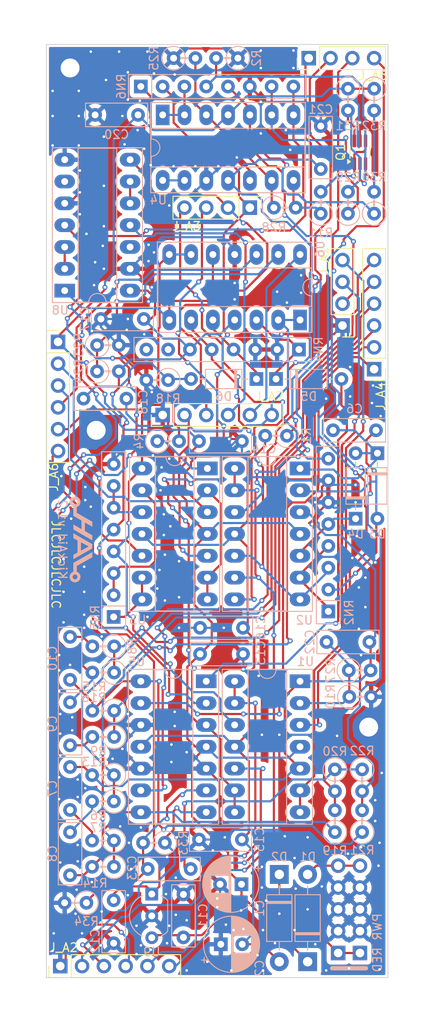
<source format=kicad_pcb>
(kicad_pcb (version 20240108) (generator "pcbnew") (generator_version "8.0")
  (title_block (rev "v1.2"))
  (layers (0 "F.Cu" signal) (31 "B.Cu" signal) (34 "B.Paste" user) (35 "F.Paste" user) (36 "B.SilkS" user "B.Silkscreen") (37 "F.SilkS" user "F.Silkscreen") (38 "B.Mask" user) (39 "F.Mask" user) (44 "Edge.Cuts" user))
  (net 0 "")
  (net 1 "Net-(C9-Pad2)")
  (net 2 "/EQ_F3")
  (net 3 "Net-(U1A--)")
  (net 4 "/KICK")
  (net 5 "Net-(U6D--)")
  (net 6 "+5V")
  (net 7 "GND")
  (net 8 "/MIX_F")
  (net 9 "/FX_EQ")
  (net 10 "/MIX_K")
  (net 11 "/KICK_EQ")
  (net 12 "Net-(D6-A)")
  (net 13 "/EQ_F1")
  (net 14 "/FX")
  (net 15 "/EQ_K3")
  (net 16 "/EQ_K1")
  (net 17 "Net-(R11-Pad1)")
  (net 18 "Net-(Q1A-E1)")
  (net 19 "/SLEW_S")
  (net 20 "Net-(C10-Pad1)")
  (net 21 "Net-(C7-Pad2)")
  (net 22 "Net-(C8-Pad1)")
  (net 23 "Net-(RN6A-R1.2)")
  (net 24 "Net-(Q1A-B1)")
  (net 25 "+12V")
  (net 26 "Net-(Q1B-C2)")
  (net 27 "Net-(Q1A-C1)")
  (net 28 "Net-(RN6C-R3.1)")
  (net 29 "Net-(RN6D-R4.1)")
  (net 30 "/FALL_S")
  (net 31 "Net-(R1-Pad2)")
  (net 32 "Net-(RN2D-R4.2)")
  (net 33 "Net-(D3-A)")
  (net 34 "Net-(RN2A-R1.1)")
  (net 35 "/RECT")
  (net 36 "Net-(D4-K)")
  (net 37 "Net-(RN6B-R2.1)")
  (net 38 "/ENV")
  (net 39 "Net-(RN5A-R1.2)")
  (net 40 "Net-(RN5C-R3.2)")
  (net 41 "Net-(RN5A-R1.1)")
  (net 42 "Net-(D5-K)")
  (net 43 "Net-(D6-K)")
  (net 44 "/OUT")
  (net 45 "Net-(U8-Pad10)")
  (net 47 "/GATE_SW")
  (net 49 "Net-(U8-Pad2)")
  (net 50 "Net-(J_A2-Pin_4)")
  (net 51 "/GATE")
  (net 52 "/TRIG")
  (net 53 "/GATE_S")
  (net 54 "/GATE_A")
  (net 55 "/GATE_R")
  (net 56 "/GATE_B")
  (net 57 "/ENV_S")
  (net 58 "/SLEW_R")
  (net 59 "-12V")
  (net 60 "/ENV_R")
  (net 61 "/EQ_F2")
  (net 62 "/RET")
  (net 63 "/EQ_K2")
  (net 64 "/FLWR")
  (net 65 "Net-(D5-A)")
  (net 66 "Net-(J_A2-Pin_2)")
  (net 67 "/THRS")
  (net 68 "/FLWR_S")
  (net 69 "Net-(D3-K)")
  (net 70 "/FALL_R")
  (net 71 "/SEND")
  (net 72 "Net-(J_A1-Pin_4)")
  (net 73 "Net-(U4D--)")
  (net 74 "Net-(J_A2-Pin_5)")
  (net 75 "Net-(D2-K)")
  (net 76 "Net-(D1-A)")
  (net 77 "Net-(R4-Pad1)")
  (net 78 "Net-(U5B--)")
  (net 81 "Net-(C23-Pad1)")
  (footprint "Eurorack:M2 Screw Hole" (layer "F.Cu") (at 49.403 85.852)
    (property "Reference" "REF**" (hide yes))
    (property "Value" "M2 Screw Hole" (hide yes))
  )
  (footprint "Connector_PinHeader_2.54mm:PinHeader_1x06_P2.54mm_Vertical" (layer "F.Cu") (at 44.958 75.565)
    (property "Reference" "J_A6")
    (property "Value" "Conn_01x06_Male")
  )
  (footprint "Connector_PinHeader_2.54mm:PinHeader_1x04_P2.54mm_Vertical" (layer "F.Cu") (at 74.168 42.545 90)
    (property "Reference" "J_A5")
    (property "Value" "Conn_01x04_Male")
  )
  (footprint "Connector_PinHeader_2.54mm:PinHeader_1x06_P2.54mm_Vertical" (layer "F.Cu") (at 45.212 148.209 90)
    (property "Reference" "J_A2")
    (property "Value" "Conn_01x06_Male")
  )
  (footprint "Connector_PinHeader_2.54mm:PinHeader_1x06_P2.54mm_Vertical" (layer "F.Cu") (at 81.788 78.74 180)
    (property "Reference" "J_A4")
    (property "Value" "Conn_01x06_Male")
  )
  (footprint "Connector_PinHeader_2.54mm:PinHeader_1x06_P2.54mm_Vertical" (layer "F.Cu") (at 57.15 84.074 90)
    (property "Reference" "J_A7")
    (property "Value" "Conn_01x06_Male")
  )
  (footprint "Eurorack:M2 Screw Hole" (layer "F.Cu") (at 81.153 120.396)
    (property "Reference" "REF**" (hide yes))
    (property "Value" "M2 Screw Hole" (hide yes))
  )
  (footprint "Eurorack:M2 Screw Hole" (layer "F.Cu") (at 46.355 43.688)
    (property "Reference" "REF**" (hide yes))
    (property "Value" "M2 Screw Hole" (hide yes))
  )
  (footprint "Connector_PinHeader_2.54mm:PinHeader_1x04_P2.54mm_Vertical" (layer "F.Cu") (at 67.3 59.944 -90)
    (property "Reference" "J_A3")
    (property "Value" "Conn_01x04_Male")
  )
  (footprint "Package_TO_SOT_SMD:SOT-363_SC-70-6_Handsoldering" (layer "F.Cu") (at 80.137 53.496 90)
    (property "Reference" "Q1")
    (property "Value" "BCM847BS")
  )
  (footprint "Connector_PinHeader_2.54mm:PinHeader_1x04_P2.54mm_Vertical" (layer "F.Cu") (at 78.105 73.66 180)
    (property "Reference" "J_A1")
    (property "Value" "Conn_01x04_Male")
  )
  (footprint "Capacitor_THT:C_Disc_D7.0mm_W2.5mm_P5.00mm" (layer "B.Cu") (at 46.355 125.037 -90)
    (property "Reference" "C7")
    (property "Value" "0.1uF")
  )
  (footprint "Package_DIP:DIP-14_W7.62mm_Socket_LongPads" (layer "B.Cu") (at 73.157 73.015 90)
    (property "Reference" "U6")
    (property "Value" "LM324")
  )
  (footprint "Capacitor_THT:C_Disc_D7.0mm_W2.5mm_P5.00mm" (layer "B.Cu") (at 52.919 82.169 180)
    (property "Reference" "C18")
    (property "Value" "0.1uF")
  )
  (footprint "Capacitor_THT:C_Disc_D7.0mm_W2.5mm_P5.00mm" (layer "B.Cu") (at 49.276 49.149)
    (property "Reference" "C20")
    (property "Value" "0.1uF")
  )
  (footprint "Resistor_THT:R_Axial_DIN0207_L6.3mm_D2.5mm_P2.54mm_Vertical" (layer "B.Cu") (at 78.74 46.101 -90)
    (property "Reference" "R31")
    (property "Value" "20k 0.1%")
  )
  (footprint "Capacitor_THT:C_Disc_D7.0mm_W2.5mm_P5.00mm" (layer "B.Cu") (at 60.412 136.906 180)
    (property "Reference" "C23")
    (property "Value" "0.1uF")
  )
  (footprint "Resistor_THT:R_Array_SIP8" (layer "B.Cu") (at 76.454 106.934 90)
    (property "Reference" "RN2")
    (property "Value" "10k")
  )
  (footprint "Resistor_THT:R_Axial_DIN0207_L6.3mm_D2.5mm_P2.54mm_Vertical" (layer "B.Cu") (at 51.493 110.998 180)
    (property "Reference" "R8")
    (property "Value" "2.2k")
  )
  (footprint "Resistor_THT:R_Axial_DIN0207_L6.3mm_D2.5mm_P2.54mm_Vertical" (layer "B.Cu") (at 75.565 60.637 90)
    (property "Reference" "R11")
    (property "Value" "10k")
  )
  (footprint "Diode_THT:D_DO-41_SOD81_P10.16mm_Horizontal" (layer "B.Cu") (at 74.041 147.701 90)
    (property "Reference" "D1")
    (property "Value" "1N4001")
  )
  (footprint "Resistor_THT:R_Axial_DIN0207_L6.3mm_D2.5mm_P2.54mm_Vertical" (layer "B.Cu") (at 78.74 60.637 90)
    (property "Reference" "R29")
    (property "Value" "10k 1%")
  )
  (footprint "Resistor_THT:R_Axial_DIN0207_L6.3mm_D2.5mm_P2.54mm_Vertical" (layer "B.Cu") (at 71.628 86.487 180)
    (property "Reference" "R1")
    (property "Value" "1k")
  )
  (footprint "Resistor_THT:R_Axial_DIN0207_L6.3mm_D2.5mm_P2.54mm_Vertical" (layer "B.Cu") (at 51.493 114.046 180)
    (property "Reference" "R15")
    (property "Value" "15k")
  )
  (footprint "Resistor_THT:R_Axial_DIN0207_L6.3mm_D2.5mm_P2.54mm_Vertical" (layer "B.Cu") (at 49.501 75.946)
    (property "Reference" "R23")
    (property "Value" "47k")
  )
  (footprint "Resistor_THT:R_Axial_DIN0207_L6.3mm_D2.5mm_P2.54mm_Vertical" (layer "B.Cu") (at 65.913 42.545 180)
    (property "Reference" "R2")
    (property "Value" "100")
  )
  (footprint "Resistor_THT:R_Axial_DIN0207_L6.3mm_D2.5mm_P2.54mm_Vertical" (layer "B.Cu") (at 56.515 87.122)
    (property "Reference" "R4")
    (property "Value" "330")
  )
  (footprint "Capacitor_THT:C_Disc_D7.0mm_W2.5mm_P5.00mm" (layer "B.Cu") (at 82.002 85.852 180)
    (property "Reference" "C6")
    (property "Value" "47pF")
  )
  (footprint "Package_DIP:DIP-14_W7.62mm_Socket_LongPads" (layer "B.Cu") (at 45.73 69.601)
    (property "Reference" "U8")
    (property "Value" "74HC04")
  )
  (footprint "Package_DIP:DIP-14_W7.62mm_Socket_LongPads" (layer "B.Cu") (at 62.357 90.297 180)
    (property "Reference" "U3")
    (property "Value" "TL074")
  )
  (footprint "Capacitor_THT:CP_Radial_D6.3mm_P2.50mm" (layer "B.Cu") (at 66.33338 138.684 180)
    (property "Reference" "C1")
    (property "Value" "47uF")
  )
  (footprint "Diode_THT:D_DO-35_SOD27_P7.62mm_Horizontal" (layer "B.Cu") (at 68.072 79.883 180)
    (property "Reference" "D6")
    (property "Value" "1N4148")
  )
  (footprint "Resistor_THT:R_Axial_DIN0207_L6.3mm_D2.5mm_P2.54mm_Vertical" (layer "B.Cu") (at 51.464 129.032 180)
    (property "Reference" "R6")
    (property "Value" "2.2k")
  )
  (footprint "Resistor_THT:R_Axial_DIN0207_L6.3mm_D2.5mm_P2.54mm_Vertical" (layer "B.Cu") (at 51.464 136.652 180)
    (property "Reference" "R14")
    (property "Value" "15k")
  )
  (footprint "Resistor_THT:R_Axial_DIN0207_L6.3mm_D2.5mm_P2.54mm_Vertical" (layer "B.Cu") (at 80.391 125.32 -90)
    (property "Reference" "R22")
    (property "Value" "47k")
  )
  (footprint "Resistor_THT:R_Axial_DIN0207_L6.3mm_D2.5mm_P2.54mm_Vertical" (layer "B.Cu") (at 51.464 133.604 180)
    (property "Reference" "R7")
    (property "Value" "2.2k")
  )
  (footprint "Resistor_THT:R_Axial_DIN0207_L6.3mm_D2.5mm_P2.54mm_Vertical" (layer "B.Cu") (at 81.788 46.101 -90)
    (property "Reference" "R32")
    (property "Value" "20k 0.1%")
  )
  (footprint "Resistor_THT:R_Axial_DIN0207_L6.3mm_D2.5mm_P2.54mm_Vertical" (layer "B.Cu") (at 58.42 42.545)
    (property "Reference" "R25")
    (property "Value" "100k")
  )
  (footprint "Resistor_THT:R_Axial_DIN0207_L6.3mm_D2.5mm_P2.54mm_Vertical" (layer "B.Cu") (at 78.896 116.869)
    (property "Reference" "R10")
    (property "Value" "15k")
  )
  (footprint "Resistor_THT:R_Axial_DIN0207_L6.3mm_D2.5mm_P2.54mm_Vertical" (layer "B.Cu") (at 51.493 118.491 180)
    (property "Reference" "R16")
    (property "Value" "15k")
  )
  (footprint "Diode_THT:D_DO-35_SOD27_P7.62mm_Horizontal" (layer "B.Cu") (at 70.358 79.883)
    (property "Reference" "D5")
    (property "Value" "1N4148")
  )
  (footprint "Package_DIP:DIP-14_W7.62mm_Socket_LongPads" (layer "B.Cu") (at 73.152 115.062 180)
    (property "Reference" "U1")
    (property "Value" "TL074")
  )
  (footprint "Resistor_THT:R_Axial_DIN0207_L6.3mm_D2.5mm_P2.54mm_Vertical" (layer "B.Cu") (at 80.391 132.617 90)
    (property "Reference" "R21")
    (property "Value" "47k")
  )
  (footprint "Resistor_THT:R_Array_SIP8" (layer "B.Cu") (at 54.6 45.847)
    (property "Reference" "RN6")
    (property "Value" "100k")
  )
  (footprint "Resistor_THT:R_Axial_DIN0207_L6.3mm_D2.5mm_P2.54mm_Vertical" (layer "B.Cu") (at 70.104 59.944)
    (property "Reference" "R28")
    (property "Value" "160k")
  )
  (footprint "Capacitor_THT:C_Disc_D7.0mm_W2.5mm_P5.00mm" (layer "B.Cu") (at 66.381 133.477 180)
    (property "Reference" "C15")
    (property "Value" "0.1uF")
  )
  (footprint "Capacitor_THT:C_Disc_D7.0mm_W2.5mm_P5.00mm" (layer "B.Cu") (at 54.951 72.898 180)
    (property "Reference" "C17")
    (property "Value" "0.1uF")
  )
  (footprint "Capacitor_THT:C_Disc_D7.0mm_W2.5mm_P5.00mm" (layer "B.Cu") (at 66.508 108.839 180)
    (property "Reference" "C16")
    (property "Value" "0.1uF")
  )
  (footprint "Package_DIP:DIP-14_W7.62mm_Socket_LongPads" (layer "B.Cu") (at 57.15 49.149 -90)
    (property "Reference" "U4")
    (property "Value" "TL074")
  )
  (footprint "Capacitor_THT:C_Disc_D7.0mm_W2.5mm_P5.00mm" (layer "B.Cu") (at 76.24 110.49)
    (property "Reference" "C22")
    (property "Value" "47pF")
  )
  (footprint "Resistor_THT:R_Axial_DIN0207_L6.3mm_D2.5mm_P2.54mm_Vertical" (layer "B.Cu") (at 77.216 125.32 -90)
    (property "Reference" "R20")
    (property "Value" "47k")
  )
  (footprint "Resistor_THT:R_Axial_DIN0207_L6.3mm_D2.5mm_P2.54mm_Vertical" (layer "B.Cu") (at 78.838 113.792)
    (property "Reference" "R27")
    (property "Value" "120k")
  )
  (footprint "Capacitor_THT:C_Disc_D7.0mm_W2.5mm_P5.00mm" (layer "B.Cu") (at 51.435 140.542 -90)
    (property "Reference" "C12")
    (property "Value" "0.1uF")
  )
  (footprint "Capacitor_THT:C_Disc_D7.0mm_W2.5mm_P5.00mm" (layer "B.Cu") (at 75.57 55.449 90)
    (property "Reference" "C21")
    (property "Value" "0.1uF")
  )
  (footprint "Package_DIP:DIP-14_W7.62mm_Socket_LongPads" (layer "B.Cu") (at 62.22 115.062 180)
    (property "Reference" "U5")
    (property "Value" "TL074")
  )
  (footprint "Capacitor_THT:C_Disc_D7.0mm_W2.5mm_P5.00mm" (layer "B.Cu") (at 66.381 87.122 180)
    (property "Reference" "C14")
    (property "Value" "0.1uF")
  )
  (footprint "Logos:Avalon Harmonics Small 10mm" (layer "B.Cu") (at 47.625 98.552 90)
    (property "Reference" "G***" (hide yes))
    (property "Value" "LOGO" (hide yes))
  )
  (footprint "Resistor_THT:R_Axial_DIN0207_L6.3mm_D2.5mm_P2.54mm_Vertical" (layer "B.Cu") (at 51.493 121.539 180)
    (property "Reference" "R9")
    (property "Value" "2.2k")
  )
  (footprint "Diode_THT:D_DO-41_SOD81_P10.16mm_Horizontal" (layer "B.Cu") (at 70.739 137.541 -90)
    (property "Reference" "D2")
    (property "Value" "1N4001")
  )
  (footprint "Capacitor_THT:CP_Radial_D6.3mm_P2.50mm" (layer "B.Cu") (at 63.921 145.669)
    (property "Reference" "C2")
    (property "Value" "47uF")
  )
  (footprint "Capacitor_THT:C_Disc_D7.0mm_W2.5mm_P5.00mm" (layer "B.Cu") (at 59.563 144.867 90)
    (property "Reference" "C11")
    (property "Value" "0.1uF")
  )
  (footprint "Resistor_THT:R_Axial_DIN0207_L6.3mm_D2.5mm_P2.54mm_Vertical" (layer "B.Cu") (at 57.785 80.01 180)
    (property "Reference" "R18")
    (property "Value" "47k")
  )
  (footprint "Resistor_THT:R_Axial_DIN0207_L6.3mm_D2.5mm_P2.54mm_Vertical" (layer "B.Cu") (at 77.216 132.617 90)
    (property "Reference" "R19")
    (property "Value" "47k")
  )
  (footprint "Capacitor_THT:C_Disc_D7.0mm_W2.5mm_P5.00mm" (layer "B.Cu") (at 46.355 109.895 -90)
    (property "Reference" "C10")
    (property "Value" "0.1uF")
  )
  (footprint "Package_DIP:DIP-14_W7.62mm_Socket_LongPads" (layer "B.Cu") (at 73.152 90.297 180)
    (property "Reference" "U2")
    (property "Value" "TL074")
  )
  (footprint "Capacitor_THT:C_Disc_D7.0mm_W2.5mm_P5.00mm" (layer "B.Cu") (at 46.355 117.515 -90)
    (property "Reference" "C9")
    (property "Value" "0.1uF")
  )
  (footprint "Diode_THT:D_DO-35_SOD27_P7.62mm_Horizontal" (layer "B.Cu") (at 82.169 88.519 -90)
    (property "Reference" "D3")
    (property "Value" "1N4148")
  )
  (footprint "Resistor_THT:R_Axial_DIN0207_L6.3mm_D2.5mm_P2.54mm_Vertical" (layer "B.Cu") (at 51.464 125.984 180)
    (property "Reference" "R13")
    (property "Value" "15k")
  )
  (footprint "Diode_THT:D_DO-35_SOD27_P7.62mm_Horizontal" (layer "B.Cu") (at 79.629 96.139 90)
    (property "Reference" "D4")
    (property "Value" "1N4148")
  )
  (footprint "Capacitor_THT:C_Disc_D7.0mm_W2.5mm_P5.00mm" (layer "B.Cu") (at 46.355 132.628 -90)
    (property "Reference" "C8")
    (property "Value" "0.1uF")
  )
  (footprint "Resistor_THT:R_Axial_DIN0207_L6.3mm_D2.5mm_P2.54mm_Vertical" (layer "B.Cu") (at 48.26 140.843 180)
    (property "Reference" "R34")
    (property "Value" "240k")
  )
  (footprint "Resistor_THT:R_Array_SIP8" (layer "B.Cu") (at 51.435 107.569 90)
    (property "Reference" "RN5")
    (property "Value" "100k")
  )
  (footprint "Package_TO_SOT_THT:TO-92_Inline_Wide" (layer "B.Cu") (at 55.88 139.827 -90)
    (property "Reference" "U9")
    (property "Value" "78L05")
  )
  (footprint "Resistor_THT:R_Axial_DIN0207_L6.3mm_D2.5mm_P2.54mm_Vertical" (layer "B.Cu") (at 49.501 78.994)
    (property "Reference" "R24")
    (property "Value" "100k")
  )
  (footprint "Resistor_THT:R_Array_SIP8" (layer "B.Cu") (at 73.025 76.454 180)
    (property "Reference" "RN4")
    (property "Value" "100k")
  )
  (footprint "Eurorack:Eurorack Power 10 Pin" (layer "B.Cu") (at 80.137 141.605 180)
    (property "Reference" "PWR1" (hide yes))
    (property "Value" "PWR_10_Pin" (hide yes))
  )
  (footprint "Resistor_THT:R_Axial_DIN0207_L6.3mm_D2.5mm_P2.54mm_Vertical" (layer "B.Cu") (at 57.404 133.858 180)
    (property "Reference" "R33")
    (property "Value" "100k")
  )
  (footprint "Resistor_THT:R_Axial_DIN0207_L6.3mm_D2.5mm_P2.54mm_Vertical" (layer "B.Cu") (at 81.788 60.637 90)
    (property "Reference" "R30")
    (property "Value" "10k 1%")
  )
  (footprint "Capacitor_THT:C_Disc_D7.0mm_W2.5mm_P5.00mm" (layer "B.Cu") (at 66.508 111.887 180)
    (property "Reference" "C13")
    (property "Value" "0.1uF")
  )
  (gr_rect (start 43.6 40.95) (end 83.4 149.55) (stroke (width 0.1)) (fill none) (layer "Edge.Cuts"))
  (gr_text "KickAid v1.2\n" (at 45.466 98.552 270) (layer "B.SilkS") (effects (font (size 1 1)) (justify mirror)))
  (gr_text "JLCJLCJLCJLC" (at 44.704 101.473 -90) (layer "F.SilkS") (effects (font (size 1 1))))
  (segment (start 47.977 122.515) (end 48.953 121.539) (width 0.25) (layer "F.Cu") (net 1))
  (segment (start 46.355 122.515) (end 47.977 122.515) (width 0.25) (layer "F.Cu") (net 1))
  (segment (start 72.009 110.363) (end 71.627 109.981) (width 0.25) (layer "F.Cu") (net 2))
  (segment (start 72.245 94.252) (end 73.72799 94.252) (width 0.25) (layer "F.Cu") (net 2))
  (segment (start 75.311 92.200604) (end 75.311 80.77898) (width 0.25) (layer "F.Cu") (net 2))
  (segment (start 71.627 109.981) (end 71.627 94.87) (width 0.25) (layer "F.Cu") (net 2))
  (segment (start 71.627 94.87) (end 72.245 94.252) (width 0.25) (layer "F.Cu") (net 2))
  (segment (start 51.493 118.491) (end 51.493 121.539) (width 0.25) (layer "F.Cu") (net 2))
  (segment (start 75.253 92.72699) (end 75.253 92.258604) (width 0.25) (layer "F.Cu") (net 2))
  (segment (start 57.648 111.125) (end 58.029 111.506) (width 0.25) (layer "F.Cu") (net 2))
  (segment (start 81.534 78.74) (end 81.788 78.74) (width 0.25) (layer "F.Cu") (net 2))
  (segment (start 75.311 80.77898) (end 78.74698 77.343) (width 0.25) (layer "F.Cu") (net 2))
  (segment (start 78.74698 77.343) (end 80.137 77.343) (width 0.25) (layer "F.Cu") (net 2))
  (segment (start 80.137 77.343) (end 81.534 78.74) (width 0.25) (layer "F.Cu") (net 2))
  (segment (start 56.769 111.125) (end 57.648 111.125) (width 0.25) (layer "F.Cu") (net 2))
  (segment (start 73.72799 94.252) (end 75.253 92.72699) (width 0.25) (layer "F.Cu") (net 2))
  (segment (start 75.253 92.258604) (end 75.311 92.200604) (width 0.25) (layer "F.Cu") (net 2))
  (via (at 56.769 111.125) (size 0.6) (drill 0.3) (layers "F.Cu" "B.Cu") (net 2))
  (via (at 72.009 110.363) (size 0.6) (drill 0.3) (layers "F.Cu" "B.Cu") (net 2))
  (via (at 58.029 111.506) (size 0.6) (drill 0.3) (layers "F.Cu" "B.Cu") (net 2))
  (segment (start 53.068 114.065396) (end 53.068 116.916) (width 0.25) (layer "B.Cu") (net 2))
  (segment (start 71.61 110.762) (end 58.773 110.762) (width 0.25) (layer "B.Cu") (net 2))
  (segment (start 53.068 116.916) (end 51.493 118.491) (width 0.25) (layer "B.Cu") (net 2))
  (segment (start 56.008396 111.125) (end 53.068 114.065396) (width 0.25) (layer "B.Cu") (net 2))
  (segment (start 72.009 110.363) (end 71.61 110.762) (width 0.25) (layer "B.Cu") (net 2))
  (segment (start 56.769 111.125) (end 56.008396 111.125) (width 0.25) (layer "B.Cu") (net 2))
  (segment (start 58.773 110.762) (end 58.029 111.506) (width 0.25) (layer "B.Cu") (net 2))
  (segment (start 78.896 116.869) (end 78.896 113.85) (width 0.25) (layer "F.Cu") (net 3))
  (segment (start 78.896 113.85) (end 78.838 113.792) (width 0.25) (layer "F.Cu") (net 3))
  (segment (start 78.838 113.088) (end 78.838 113.792) (width 0.25) (layer "B.Cu") (net 3))
  (segment (start 76.24 110.49) (end 78.838 113.088) (width 0.25) (layer "B.Cu") (net 3))
  (segment (start 78.163 117.602) (end 78.896 116.869) (width 0.25) (layer "B.Cu") (net 3))
  (segment (start 73.152 117.602) (end 78.163 117.602) (width 0.25) (layer "B.Cu") (net 3))
  (segment (start 78.896 113.85) (end 78.838 113.792) (width 0.25) (layer "B.Cu") (net 3))
  (segment (start 73.152 115.062) (end 71.374 116.84) (width 0.25) (layer "F.Cu") (net 4))
  (segment (start 71.374 123.444) (end 73.152 125.222) (width 0.25) (layer "F.Cu") (net 4))
  (segment (start 81.378 113.792) (end 81.378 110.628) (width 0.25) (layer "F.Cu") (net 4))
  (segment (start 81.378 110.628) (end 81.24 110.49) (width 0.25) (layer "F.Cu") (net 4))
  (segment (start 46.355 125.037) (end 47.977 125.037) (width 0.25) (layer "F.Cu") (net 4))
  (segment (start 71.374 116.84) (end 71.374 123.444) (width 0.25) (layer "F.Cu") (net 4))
  (segment (start 47.977 125.037) (end 48.924 125.984) (width 0.25) (layer "F.Cu") (net 4))
  (segment (start 81.24 110.49) (end 81.915 109.815) (width 0.25) (layer "B.Cu") (net 4))
  (segment (start 73.152 115.062) (end 80.108 115.062) (width 0.25) (layer "B.Cu") (net 4))
  (segment (start 74.041 95.377) (end 73.152 95.377) (width 0.25) (layer "B.Cu") (net 4))
  (segment (start 52.451 127.254) (end 50.194 127.254) (width 0.25) (layer "B.Cu") (net 4))
  (segment (start 50.194 127.254) (end 48.924 125.984) (width 0.25) (layer "B.Cu") (net 4))
  (segment (start 77.866116 98.044) (end 76.133009 98.044) (width 0.25) (layer "B.Cu") (net 4))
  (segment (start 75.329 96.665) (end 74.041 95.377) (width 0.25) (layer "B.Cu") (net 4))
  (segment (start 72.517 125.222) (end 71.247 126.492) (width 0.25) (layer "B.Cu") (net 4))
  (segment (start 81.915 109.815) (end 81.915 102.092884) (width 0.25) (layer "B.Cu") (net 4))
  (segment (start 71.247 126.492) (end 53.213 126.492) (width 0.25) (layer "B.Cu") (net 4))
  (segment (start 80.108 115.062) (end 81.378 113.792) (width 0.25) (layer "B.Cu") (net 4))
  (segment (start 81.915 102.092884) (end 77.866116 98.044) (width 0.25) (layer "B.Cu") (net 4))
  (segment (start 53.213 126.492) (end 52.451 127.254) (width 0.25) (layer "B.Cu") (net 4))
  (segment (start 73.152 125.222) (end 72.517 125.222) (width 0.25) (layer "B.Cu") (net 4))
  (segment (start 75.329 97.239991) (end 75.329 96.665) (width 0.25) (layer "B.Cu") (net 4))
  (segment (start 76.133009 98.044) (end 75.329 97.239991) (width 0.25) (layer "B.Cu") (net 4))
  (segment (start 51.816 73.631) (end 49.501 75.946) (width 0.25) (layer "F.Cu") (net 5))
  (segment (start 51.816 70.866) (end 51.816 73.631) (width 0.25) (layer "F.Cu") (net 5))
  (segment (start 49.501 75.946) (end 49.501 78.994) (width 0.25) (layer "F.Cu") (net 5))
  (via (at 51.816 70.866) (size 0.6) (drill 0.3) (layers "F.Cu" "B.Cu") (net 5))
  (segment (start 55.118 69.963995) (end 54.215995 70.866) (width 0.25) (layer "B.Cu") (net 5))
  (segment (start 55.118 68.834) (end 55.118 69.963995) (width 0.25) (layer "B.Cu") (net 5))
  (segment (start 68.321 67.691) (end 56.261 67.691) (width 0.25) (layer "B.Cu") (net 5))
  (segment (start 56.261 67.691) (end 55.118 68.834) (width 0.25) (layer "B.Cu") (net 5))
  (segment (start 70.617 65.395) (end 68.321 67.691) (width 0.25) (layer "B.Cu") (net 5))
  (segment (start 54.215995 70.866) (end 51.816 70.866) (width 0.25) (layer "B.Cu") (net 5))
  (segment (start 55.753 72.898) (end 56.261 72.39) (width 0.25) (layer "F.Cu") (net 6))
  (segment (start 56.769 138.938) (end 56.769 136.017) (width 0.25) (layer "F.Cu") (net 6))
  (segment (start 54.951 72.898) (end 55.753 72.898) (width 0.25) (layer "F.Cu") (net 6))
  (segment (start 52.324 138.938) (end 51.435 139.827) (width 0.25) (layer "F.Cu") (net 6))
  (segment (start 50.9905 109.601) (end 49.784 108.3945) (width 0.25) (layer "F.Cu") (net 6))
  (segment (start 52.957604 109.601) (end 50.9905 109.601) (width 0.25) (layer "F.Cu") (net 6))
  (segment (start 49.784 108.3945) (end 49.784 99.568) (width 0.25) (layer "F.Cu") (net 6))
  (segment (start 55.88 139.573) (end 55.245 138.938) (width 0.25) (layer "F.Cu") (net 6))
  (segment (start 51.435 139.827) (end 51.435 140.542) (width 0.25) (layer "F.Cu") (net 6))
  (segment (start 52.959 84.963) (end 52.578 85.344) (width 0.25) (layer "F.Cu") (net 6))
  (segment (start 55.377 69.601) (end 53.35 69.601) (width 0.25) (layer "F.Cu") (net 6))
  (segment (start 56.261 72.39) (end 56.261 70.485) (width 0.25) (layer "F.Cu") (net 6))
  (segment (start 56.134 112.777396) (end 52.957604 109.601) (width 0.25) (layer "F.Cu") (net 6))
  (segment (start 51.308 81.661) (end 52.041 80.928) (width 0.25) (layer "F.Cu") (net 6))
  (segment (start 56.261 70.485) (end 55.377 69.601) (width 0.25) (layer "F.Cu") (net 6))
  (segment (start 55.245 138.938) (end 52.324 138.938) (width 0.25) (layer "F.Cu") (net 6))
  (segment (start 56.134 135.382) (end 56.134 112.777396) (width 0.25) (layer "F.Cu") (net 6))
  (segment (start 52.041 80.928) (end 52.041 78.994) (width 0.25) (layer "F.Cu") (net 6))
  (segment (start 52.578 96.266) (end 51.435 97.409) (width 0.25) (layer "F.Cu") (net 6))
  (segment (start 55.88 139.827) (end 56.769 138.938) (width 0.25) (layer "F.Cu") (net 6))
  (segment (start 56.769 136.017) (end 56.134 135.382) (width 0.25) (layer "F.Cu") (net 6))
  (segment (start 52.578 85.344) (end 52.578 96.266) (width 0.25) (layer "F.Cu") (net 6))
  (via (at 49.784 99.568) (size 0.6) (drill 0.3) (layers "F.Cu" "B.Cu") (net 6))
  (via (at 51.308 81.661) (size 0.6) (drill 0.3) (layers "F.Cu" "B.Cu") (net 6))
  (via (at 52.959 84.963) (size 0.6) (drill 0.3) (layers "F.Cu" "B.Cu") (net 6))
  (segment (start 59.182 77.597) (end 53.438 77.597) (width 0.25) (layer "B.Cu") (net 6))
  (segment (start 62.103 74.676) (end 63.876 74.676) (width 0.25) (layer "B.Cu") (net 6))
  (segment (start 49.784 99.568) (end 49.784 99.06) (width 0.25) (layer "B.Cu") (net 6))
  (segment (start 60.325 76.454) (end 59.182 77.597) (width 0.25) (layer "B.Cu") (net 6))
  (segment (start 59.055 75.184) (end 57.237 75.184) (width 0.25) (layer "B.Cu") (net 6))
  (segment (start 52.959 84.963) (end 52.959 84.579208) (width 0.25) (layer "B.Cu") (net 6))
  (segment (start 53.438 77.597) (end 52.041 78.994) (width 0.25) (layer "B.Cu") (net 6))
  (segment (start 51.308 82.928208) (end 51.308 81.661) (width 0.25) (layer "B.Cu") (net 6))
  (segment (start 60.325 76.454) (end 62.103 74.676) (width 0.25) (layer "B.Cu") (net 6))
  (segment (start 49.784 99.06) (end 51.435 97.409) (width 0.25) (layer "B.Cu") (net 6))
  (segment (start 63.876 74.676) (end 65.537 73.015) (width 0.25) (layer "B.Cu") (net 6))
  (segment (start 60.325 76.454) (end 59.055 75.184) (width 0.25) (layer "B.Cu") (net 6))
  (segment (start 52.959 84.579208) (end 51.308 82.928208) (width 0.25) (layer "B.Cu") (net 6))
  (segment (start 57.237 75.184) (end 54.951 72.898) (width 0.25) (layer "B.Cu") (net 6))
  (segment (start 71.628 70.993) (end 72.009 70.612) (width 0.25) (layer "F.Cu") (net 7))
  (segment (start 75.703 92.445) (end 75.703 93.461) (width 0.25) (layer "F.Cu") (net 7))
  (segment (start 57.912 62.499) (end 53.35 67.061) (width 0.25) (layer "F.Cu") (net 7))
  (segment (start 75.057 70.612) (end 78.105 73.66) (width 0.25) (layer "F.Cu") (net 7))
  (segment (start 51.435 87.884) (end 49.403 85.852) (width 0.25) (layer "F.Cu") (net 7))
  (segment (start 68.58 47.127) (end 67.3 45.847) (width 0.25) (layer "F.Cu") (net 7))
  (segment (start 51.435 89.789) (end 51.435 87.884) (width 0.25) (layer "F.Cu") (net 7))
  (segment (start 66.548 111.927) (end 66.508 111.887) (width 0.25) (layer "F.Cu") (net 7))
  (segment (start 74.93 96.393) (end 74.93 95.758) (width 0.25) (layer "F.Cu") (net 7))
  (segment (start 77.47 121.412) (end 78.486 120.396) (width 0.25) (layer "F.Cu") (net 7))
  (segment (start 75.703 93.461) (end 74.93 94.234) (width 0.25) (layer "F.Cu") (net 7))
  (segment (start 45.212 148.209) (end 45.847 147.574) (width 0.25) (layer "F.Cu") (net 7))
  (segment (start 58.42 42.545) (end 59.545 41.42) (width 0.25) (layer "F.Cu") (net 7))
  (segment (start 45.73 59.441) (end 46.223 59.441) (width 0.25) (layer "F.Cu") (net 7))
  (segment (start 63.745 132.579) (end 63.745 126.747) (width 0.25) (layer "F.Cu") (net 7))
  (segment (start 68.58 47.625) (end 68.58 47.127) (width 0.25) (layer "F.Cu") (net 7))
  (segment (start 68.707 114.808) (end 68.326 114.427) (width 0.25) (layer "F.Cu") (net 7))
  (segment (start 82.503 115.802) (end 82.503 101.797) (width 0.25) (layer "F.Cu") (net 7))
  (segment (start 65.537 68.707) (end 65.537 65.395) (width 0.25) (layer "F.Cu") (net 7))
  (segment (start 64.389 133.223) (end 63.745 132.579) (width 0.25) (layer "F.Cu") (net 7))
  (segment (start 80.137 52.166) (end 80.137 50.038) (width 0.25) (layer "F.Cu") (net 7))
  (segment (start 55.118 70.866) (end 55.499 70.866) (width 0.25) (layer "F.Cu") (net 7))
  (segment (start 81.436 116.869) (end 81.436 120.113) (width 0.25) (layer "F.Cu") (net 7))
  (segment (start 53.726 67.061) (end 53.35 67.061) (width 0.25) (layer "F.Cu") (net 7))
  (segment (start 82.503 101.797) (end 81.925 101.219) (width 0.25) (layer "F.Cu") (net 7))
  (segment (start 67.31 55.626) (end 67.31 56.769) (width 0.25) (layer "F.Cu") (net 7))
  (segment (start 44.45 146.304) (end 44.323 146.431) (width 0.25) (layer "F.Cu") (net 7))
  (segment (start 78.994 81.915) (end 79.502 81.407) (width 0.25) (layer "F.Cu") (net 7))
  (segment (start 78.486 120.396) (end 81.153 120.396) (width 0.25) (layer "F.Cu") (net 7))
  (segment (start 64.897 86.868) (end 66.127 86.868) (width 0.25) (layer "F.Cu") (net 7))
  (segment (start 74.93 95.758) (end 76.454 94.234) (width 0.25) (layer "F.Cu") (net 7))
  (segment (start 63.745 126.747) (end 62.22 125.222) (width 0.25) (layer "F.Cu") (net 7))
  (segment (start 59.545 41.42) (end 64.788 41.42) (width 0.25) (layer "F.Cu") (net 7))
  (segment (start 55.245 80.01) (end 55.245 79.970613) (width 0.25) (layer "F.Cu") (net 7))
  (segment (start 66.548 113.665) (end 66.548 111.927) (width 0.25) (layer "F.Cu") (net 7))
  (segment (start 66.127 86.868) (end 66.381 87.122) (width 0.25) (layer "F.Cu") (net 7))
  (segment (start 64.788 41.42) (end 65.913 42.545) (width 0.25) (layer "F.Cu") (net 7))
  (segment (start 57.912 59.69) (end 57.912 62.499) (width 0.25) (layer "F.Cu") (net 7))
  (segment (start 81.436 120.113) (end 81.153 120.396) (width 0.25) (layer "F.Cu") (net 7))
  (segment (start 77.089 74.676) (end 70.993 74.676) (width 0.25) (layer "F.Cu") (net 7))
  (segment (start 76.454 91.694) (end 76.454 94.234) (width 0.25) (layer "F.Cu") (net 7))
  (segment (start 57.785 89.027) (end 57.785 84.709) (width 0.25) (layer "F.Cu") (net 7))
  (segment (start 66.508 111.887) (end 64.262 109.641) (width 0.25) (layer "F.Cu") (net 7))
  (segment (start 55.245 79.970613) (end 52.041 76.766613) (width 0.25) (layer "F.Cu") (net 7))
  (segment (start 71.247 70.612) (end 71.628 70.993) (width 0.25) (layer "F.Cu") (net 7))
  (segment (start 68.707 121.285) (end 68.707 114.808) (width 0.25) (layer "F.Cu") (net 7))
  (segment (start 65.786 54.102) (end 67.31 55.626) (width 0.25) (layer "F.Cu") (net 7))
  (segment (start 72.009 70.612) (end 75.057 70.612) (width 0.25) (layer "F.Cu") (net 7))
  (segment (start 52.041 76.766613) (end 52.041 75.946) (width 0.25) (layer "F.Cu") (net 7))
  (segment (start 79.756 100.203) (end 79.756 98.171) (width 0.25) (layer "F.Cu") (net 7))
  (segment (start 46.223 59.441) (end 47.498 58.166) (width 0.25) (layer "F.Cu") (net 7))
  (segment (start 45.847 146.304) (end 44.45 146.304) (width 0.25) (layer "F.Cu") (net 7))
  (segment (start 65.532 70.612) (end 71.247 70.612) (width 0.25) (layer "F.Cu") (net 7))
  (segment (start 57.912 89.154) (end 57.785 89.027) (width 0.25) (layer "F.Cu") (net 7))
  (segment (start 67.3 43.932) (end 65.913 42.545) (width 0.25) (layer "F.Cu") (net 7))
  (segment (start 70.739 132.334) (end 70.739 121.285) (width 0.25) (layer "F.Cu") (net 7))
  (segment (start 81.436 116.869) (end 82.503 115.802) (width 0.25) (layer "F.Cu") (net 7))
  (segment (start 76.454 91.694) (end 75.703 92.445) (width 0.25) (layer "F.Cu") (net 7))
  (segment (start 79.248 100.711) (end 79.756 100.203) (width 0.25) (layer "F.Cu") (net 7))
  (segment (start 74.549 96.774) (end 74.93 96.393) (width 0.25) (layer "F.Cu") (net 7))
  (segment (start 67.3 45.847) (end 67.3 43.932) (width 0.25) (layer "F.Cu") (net 7))
  (segment (start 64.262 109.641) (end 64.262 108.839) (width 0.25) (layer "F.Cu") (net 7))
  (segment (start 79.502 81.407) (end 79.502 78.994) (width 0.25) (layer "F.Cu") (net 7))
  (segment (start 57.785 84.709) (end 57.15 84.074) (width 0.25) (layer "F.Cu") (net 7))
  (segment (start 53.086 72.898) (end 55.118 70.866) (width 0.25) (layer "F.Cu") (net 7))
  (segment (start 67.945 76.454) (end 70.485 76.454) (width 0.25) (layer "F.Cu") (net 7))
  (segment (start 45.847 147.574) (end 45.847 146.304) (width 0.25) (layer "F.Cu") (net 7))
  (segment (start 55.88 69.215) (end 53.726 67.061) (width 0.25) (layer "F.Cu") (net 7))
  (segment (start 79.502 78.994) (end 78.994 78.486) (width 0.25) (layer "F.Cu") (net 7))
  (segment (start 78.105 73.66) (end 77.089 74.676) (width 0.25) (layer "F.Cu") (net 7))
  (via (at 55.499 64.262) (size 0.6) (drill 0.3) (layers "F.Cu" "B.Cu") (net 7))
  (via (at 45.593 108.204) (size 0.6) (drill 0.3) (layers "F.Cu" "B.Cu") (net 7))
  (via (at 55.753 54.991) (size 0.6) (drill 0.3) (layers "F.Cu" "B.Cu") (net 7))
  (via (at 78.74 135.128) (size 0.6) (drill 0.3) (layers "F.Cu" "B.Cu") (net 7))
  (via (at 45.212 123.698) (size 0.6) (drill 0.3) (layers "F.Cu" "B.Cu") (net 7))
  (via (at 46.99 142.113) (size 0.6) (drill 0.3) (layers "F.Cu" "B.Cu") (net 7))
  (via (at 55.88 69.215) (size 0.6) (drill 0.3) (layers "F.Cu" "B.Cu") (net 7))
  (via (at 58.166 122.428) (size 0.6) (drill 0.3) (layers "F.Cu" "B.Cu") (net 7))
  (via (at 76.2 148.717) (size 0.6) (drill 0.3) (layers "F.Cu" "B.Cu") (net 7))
  (via (at 45.085 116.205) (size 0.6) (drill 0.3) (layers "F.Cu" "B.Cu") (net 7))
  (via (at 57.912 143.51) (size 0.6) (drill 0.3) (layers "F.Cu" "B.Cu") (net 7))
  (via (at 82.55 80.645) (size 0.6) (drill 0.3) (layers "F.Cu" "B.Cu") (net 7))
  (via (at 45.212 121.158) (size 0.6) (drill 0.3) (layers "F.Cu" "B.Cu") (net 7))
  (via (at 82.423 148.59) (size 0.6) (drill 0.3) (layers "F.Cu" "B.Cu") (net 7))
  (via (at 59.055 108.839) (size 0.6) (drill 0.3) (layers "F.Cu" "B.Cu") (net 7))
  (via (at 66.548 143.891) (size 0.6) (drill 0.3) (layers "F.Cu" "B.Cu") (net 7))
  (via (at 48.768 94.742) (size 0.6) (drill 0.3) (layers "F.Cu" "B.Cu") (net 7))
  (via (at 58.801 133.223) (size 0.6) (drill 0.3) (layers "F.Cu" "B.Cu") (net 7))
  (via (at 50.292 62.103) (size 0.6) (drill 0.3) (layers "F.Cu" "B.Cu") (net 7))
  (via (at 63.5 141.351) (size 0.6) (drill 0.3) (layers "F.Cu" "B.Cu") (net 7))
  (via (at 74.041 133.223) (size 0.6) (drill 0.3) (layers "F.Cu" "B.Cu") (net 7))
  (via (at 79.629 94.234) (size 0.6) (drill 0.3) (layers "F.Cu" "B.Cu") (net 7))
  (via (at 55.372 107.569) (size 0.6) (drill 0.3) (layers "F.Cu" "B.Cu") (net 7))
  (via (at 73.279 69.85) (size 0.6) (drill 0.3) (layers "F.Cu" "B.Cu") (net 7))
  (via (at 55.499 70.866) (size 0.6) (drill 0.3) (layers "F.Cu" "B.Cu") (net 7))
  (via (at 62.357 147.701) (size 0.6) (drill 0.3) (layers "F.Cu" "B.Cu") (net 7))
  (via (at 57.404 100.33) (size 0.6) (drill 0.3) (layers "F.Cu" "B.Cu") (net 7))
  (via (at 47.244 126.492) (size 0.6) (drill 0.3) (layers "F.Cu" "B.Cu") (net 7))
  (via (at 57.912 89.154) (size 0.6) (drill 0.3) (layers "F.Cu" "B.Cu") (net 7))
  (via (at 77.47 121.412) (size 0.6) (drill 0.3) (layers "F.Cu" "B.Cu") (net 7))
  (via (at 68.58 43.688) (size 0.6) (drill 0.3) (layers "F.Cu" "B.Cu") (net 7))
  (via (at 56.134 65.151) (size 0.6) (drill 0.3) (layers "F.Cu" "B.Cu") (net 7))
  (via (at 72.517 144.018) (size 0.6) (drill 0.3) (layers "F.Cu" "B.Cu") (net 7))
  (via (at 58.039 97.028) (size 0.6) (drill 0.3) (layers "F.Cu" "B.Cu") (net 7))
  (via (at 50.292 51.689) (size 0.6) (drill 0.3) (layers "F.Cu" "B.Cu") (net 7))
  (via (at 68.834 144.018) (size 0.6) (drill 0.3) (layers "F.Cu" "B.Cu") (net 7))
  (via (at 50.165 64.389) (size 0.6) (drill 0.3) (layers "F.Cu" "B.Cu") (net 7))
  (via (at 57.658 145.542) (size 0.6) (drill 0.3) (layers "F.Cu" "B.Cu") (net 7))
  (via (at 45.339 91.186) (size 0.6) (drill 0.3) (layers "F.Cu" "B.Cu") (net 7))
  (via (at 70.739 142.113) (size 0.6) (drill 0.3) (layers "F.Cu" "B.Cu") (net 7))
  (via (at 48.006 107.315) (size 0.6) (drill 0.3) (layers "F.Cu" "B.Cu") (net 7))
  (via (at 45.212 118.872) (size 0.6) (drill 0.3) (layers "F.Cu" "B.Cu") (net 7))
  (via (at 75.692 138.938) (size 0.6) (drill 0.3) (layers "F.Cu" "B.Cu") (net 7))
  (via (at 80.137 50.038) (size 0.6) (drill 0.3) (layers "F.Cu" "B.Cu") (net 7))
  (via (at 64.516 143.383) (size 0.6) (drill 0.3) (layers "F.Cu" "B.Cu") (net 7))
  (via (at 59.944 148.717) (size 0.6) (drill 0.3) (layers "F.Cu" "B.Cu") (net 7))
  (via (at 78.994 81.915) (size 0.6) (drill 0.3) (layers "F.Cu" "B.Cu") (net 7))
  (via (at 66.294 141.732) (size 0.6) (drill 0.3) (layers "F.Cu" "B.Cu") (net 7))
  (via (at 64.262 108.839) (size 0.6) (drill 0.3) (layers "F.Cu" "B.Cu") (net 7))
  (via (at 52.705 52.578) (size 0.6) (drill 0.3) (layers "F.Cu" "B.Cu") (net 7))
  (via (at 71.501 50.927) (size 0.6) (drill 0.3) (layers "F.Cu" "B.Cu") (net 7))
  (via (at 60.96 55.118) (size 0.6) (drill 0.3) (layers "F.Cu" "B.Cu") (net 7))
  (via (at 48.26 62.992) (size 0.6) (drill 0.3) (layers "F.Cu" "B.Cu") (net 7))
  (via (at 57.277 95.631) (size 0.6) (drill 0.3) (layers "F.Cu" "B.Cu") (net 7))
  (via (at 57.023 90.17) (size 0.6) (drill 0.3) (layers "F.Cu" "B.Cu") (net 7))
  (via (at 45.085 128.778) (size 0.6) (drill 0.3) (layers "F.Cu" "B.Cu") (net 7))
  (via (at 47.244 134.112) (size 0.6) (drill 0.3) (layers "F.Cu" "B.Cu") (net 7))
  (via (at 45.593 104.648) (size 0.6) (drill 0.3) (layers "F.Cu" "B.Cu") (net 7))
  (via (at 53.086 44.196) (size 0.6) (drill 0.3) (layers "F.Cu" "B.Cu") (net 7))
  (via (at 81.915 131.318) (size 0.6) (drill 0.3) (layers "F.Cu" "B.Cu") (net 7))
  (via (at 45.085 113.792) (size 0.6) (drill 0.3) (layers "F.Cu" "B.Cu") (net 7))
  (via (at 49.276 66.294) (size 0.6) (drill 0.3) (layers "F.Cu" "B.Cu") (net 7))
  (via (at 78.867 148.463) (size 0.6) (drill 0.3) (layers "F.Cu" "B.Cu") (net 7))
  (via (at 49.911 145.796) (size 0.6) (drill 0.3) (layers "F.Cu" "B.Cu") (net 7))
  (via (at 81.534 82.677) (size 0.6) (drill 0.3) (layers "F.Cu" "B.Cu") (net 7))
  (via (at 45.593 100.838) (size 0.6) (drill 0.3) (layers "F.Cu" "B.Cu") (net 7))
  (via (at 52.197 131.953) (size 0.6) (drill 0.3) (layers "F.Cu" "B.Cu") (net 7))
  (via (at 70.739 121.285) (size 0.6) (drill 0.3) (layers "F.Cu" "B.Cu") (net 7))
  (via (at 53.213 133.858) (size 0.6) (drill 0.3) (layers "F.Cu" "B.Cu") (net 7))
  (via (at 56.896 92.837) (size 0.6) (drill 0.3) (layers "F.Cu" "B.Cu") (net 7))
  (via (at 46.609 119.253) (size 0.6) (drill 0.3) (layers "F.Cu" "B.Cu") (net 7))
  (via (at 52.07 41.783) (size 0.6) (drill 0.3) (layers "F.Cu" "B.Cu") (net 7))
  (via (at 53.467 136.906) (size 0.6) (drill 0.3) (layers "F.Cu" "B.Cu") (net 7))
  (via (at 48.133 127.508) (size 0.6) (drill 0.3) (layers "F.Cu" "B.Cu") (net 7))
  (via (at 82.55 84.201) (size 0.6) (drill 0.3) (layers "F.Cu" "B.Cu") (net 7))
  (via (at 56.007 88.773) (size 0.6) (drill 0.3) (layers "F.Cu" "B.Cu") (net 7))
  (via (at 55.88 81.407) (size 0.6) (drill 0.3) (layers "F.Cu" "B.Cu") (net 7))
  (via (at 50.292 57.404) (size 0.6) (drill 0.3) (layers "F.Cu" "B.Cu") (net 7))
  (via (at 47.371 46.355) (size 0.6) (drill 0.3) (layers "F.Cu" "B.Cu") (net 7))
  (via (at 55.372 41.783) (size 0.6) (drill 0.3) (layers "F.Cu" "B.Cu") (net 7))
  (via (at 79.248 100.711) (size 0.6) (drill 0.3) (layers "F.Cu" "B.Cu") (net 7))
  (via (at 58.547 118.618) (size 0.6) (drill 0.3) (layers "F.Cu" "B.Cu") (net 7))
  (via (at 47.498 60.706) (size 0.6) (drill 0.3) (layers "F.Cu" "B.Cu") (net 7))
  (via (at 59.055 105.283) (size 0.6) (drill 0.3) (layers "F.Cu" "B.Cu") (net 7))
  (via (at 50.292 67.056) (size 0.6) (drill 0.3) (layers "F.Cu" "B.Cu") (net 7))
  (via (at 70.485 69.723) (size 0.6) (drill 0.3) (layers "F.Cu" "B.Cu") (net 7))
  (via (at 78.994 78.486) (size 0.6) (drill 0.3) (layers "F.Cu" "B.Cu") (net 7))
  (via (at 59.944 123.317) (size 0.6) (drill 0.3) (layers "F.Cu" "B.Cu") (net 7))
  (via (at 57.912 59.69) (size 0.6) (drill 0.3) (layers "F.Cu" "B.Cu") (net 7))
  (via (at 57.531 139.827) (size 0.6) (drill 0.3) (layers "F.Cu" "B.Cu") (net 7))
  (via (at 59.944 142.875) (size 0.6) (drill 0.3) (layers "F.Cu" "B.Cu") (net 7))
  (via (at 65.537 68.707) (size 0.6) (drill 0.3) (layers "F.Cu" "B.Cu") (net 7))
  (via (at 54.229 50.927) (size 0.6) (drill 0.3) (layers "F.Cu" "B.Cu") (net 7))
  (via (at 55.499 66.167) (size 0.6) (drill 0.3) (layers "F.Cu" "B.Cu") (net 7))
  (via (at 68.707 121.285) (size 0.6) (drill 0.3) (layers "F.Cu" "B.Cu") (net 7))
  (via (at 65.151 148.717) (size 0.6) (drill 0.3) (layers "F.Cu" "B.Cu") (net 7))
  (via (at 59.055 101.092) (size 0.6) (drill 0.3) (layers "F.Cu" "B.Cu") (net 7))
  (via (at 72.39 43.688) (size 0.6) (drill 0.3) (layers "F.Cu" "B.Cu") (net 7))
  (via (at 48.133 92.456) (size 0.6) (drill 0.3) (layers "F.Cu" "B.Cu") (net 7))
  (via (at 64.389 133.223) (size 0.6) (drill 0.3) (layers "F.Cu" "B.Cu") (net 7))
  (via (at 81.661 80.645) (size 0.6) (drill 0.3) (layers "F.Cu" "B.Cu") (net 7))
  (via (at 47.371 49.276) (size 0.6) (drill 0.3) (layers "F.Cu" "B.Cu") (net 7))
  (via (at 72.644 139.192) (size 0.6) (drill 0.3) (layers "F.Cu" "B.Cu") (net 7))
  (via (at 68.58 51.308) (size 0.6) (drill 0.3) (layers "F.Cu" "B.Cu") (net 7))
  (via (at 66.548 113.665) (size 0.6) (drill 0.3) (layers "F.Cu" "B.Cu") (net 7))
  (via (at 65.786 54.102) (size 0.6) (drill 0.3) (layers "F.Cu" "B.Cu") (net 7))
  (via (at 68.326 114.427) (size 0.6) (drill 0.3) (layers "F.Cu" "B.Cu") (net 7))
  (via (at 69.215 140.589) (size 0.6) (drill 0.3) (layers "F.Cu" "B.Cu") (net 7))
  (via (at 45.085 112.014) (size 0.6) (drill 0.3) (layers "F.Cu" "B.Cu") (net 7))
  (via (at 74.93 94.234) (size 0.6) (drill 0.3) (layers "F.Cu" "B.Cu") (net 7))
  (via (at 77.597 84.328) (size 0.6) (drill 0.3) (layers "F.Cu" "B.Cu") (net 7))
  (via (at 74.93 145.669) (size 0.6) (drill 0.3) (layers "F.Cu" "B.Cu") (net 7))
  (via (at 54.991 74.676) (size 0.6) (drill 0.3) (layers "F.Cu" "B.Cu") (net 7))
  (via (at 79.756 98.171) (size 0.6) (drill 0.3) (layers "F.Cu" "B.Cu") (net 7))
  (via (at 48.006 108.839) (size 0.6) (drill 0.3) (layers "F.Cu" "B.Cu") (net 7))
  (via (at 74.041 141.605) (size 0.6) (drill 0.3) (layers "F.Cu" "B.Cu") (net 7))
  (via (at 46.355 113.157) (size 0.6) (drill 0.3) (layers "F.Cu" "B.Cu") (net 7))
  (via (at 70.231 145.542) (size 0.6) (drill 0.3) (layers "F.Cu" "B.Cu") (net 7))
  (via (at 47.244 136.017) (size 0.6) (drill 0.3) (layers "F.Cu" "B.Cu") (net 7))
  (via (at 53.086 118.872) (size 0.6) (drill 0.3) (layers "F.Cu" "B.Cu") (net 7))
  (via (at 51.308 124.079) (size 0.6) (drill 0.3) (layers "F.Cu" "B.Cu") (net 7))
  (via (at 71.374 133.096) (size 0.6) (drill 0.3) (layers "F.Cu" "B.Cu") (net 7))
  (via (at 48.006 101.727) (size 0.6) (drill 0.3) (layers "F.Cu" "B.Cu") (net 7))
  (via (at 47.244 128.524) (size 0.6) (drill 0.3) (layers "F.Cu" "B.Cu") (net 7))
  (via (at 58.674 137.922) (size 0.6) (drill 0.3) (layers "F.Cu" "B.Cu") (net 7))
  (via (at 52.959 74.168) (size 0.6) (drill 0.3) (layers "F.Cu" "B.Cu") (net 7))
  (via (at 82.677 125.73) (size 0.6) (drill 0.3) (layers "F.Cu" "B.Cu") (net 7))
  (via (at 49.149 68.961) (size 0.6) (drill 0.3) (layers "F.Cu" "B.Cu") (net 7))
  (via (at 44.323 146.431) (size 0.6) (drill 0.3) (layers "F.Cu" "B.Cu") (net 7))
  (via (at 76.2 82.169) (size 0.6) (drill 0.3) (layers "F.Cu" "B.Cu") (net 7))
  (via (at 80.264 112.014) (size 0.6) (drill 0.3) (layers "F.Cu" "B.Cu") (net 7))
  (via (at 55.753 146.304) (size 0.6) (drill 0.3) (layers "F.Cu" "B.Cu") (net 7))
  (via (at 58.42 55.118) (size 0.6) (drill 0.3) (layers "F.Cu" "B.Cu") (net 7))
  (via (at 68.707 139.065) (size 0.6) (drill 0.3) (layers "F.Cu" "B.Cu") (net 7))
  (via (at 53.086 72.898) (size 0.6) (drill 0.3) (layers "F.Cu" "B.Cu") (net 7))
  (via (at 45.085 126.238) (size 0.6) (drill 0.3) (layers "F.Cu" "B.Cu") (net 7))
  (via (at 81.915 128.905) (size 0.6) (drill 0.3) (layers "F.Cu" "B.Cu") (net 7))
  (via (at 72.517 135.636) (size 0.6) (drill 0.3) (layers "F.Cu" "B.Cu") (net 7))
  (via (at 63.5 140.335) (size 0.6) (drill 0.3) (layers "F.Cu" "B.Cu") (net 7))
  (via (at 73.279 67.818) (size 0.6) (drill 0.3) (layers "F.Cu" "B.Cu") (net 7))
  (via (at 57.404 105.664) (size 0.6) (drill 0.3) (layers "F.Cu" "B.Cu") (net 7))
  (via (at 48.133 93.98) (size 0.6) (drill 0.3) (layers "F.Cu" "B.Cu") (net 7))
  (via (at 58.166 124.46) (size 0.6) (drill 0.3) (layers "F.Cu" "B.Cu") (net 7))
  (via (at 68.707 136.652) (size 0.6) (drill 0.3) (layers "F.Cu" "B.Cu") (net 7))
  (via (at 71.628 70.993) (size 0.6) (drill 0.3) (layers "F.Cu" "B.Cu") (net 7))
  (via (at 68.199 146.939) (size 0.6) (drill 0.3) (layers "F.Cu" "B.Cu") (net 7))
  (via (at 45.212 136.144) (size 0.6) (drill 0.3) (layers "F.Cu" "B.Cu") (net 7))
  (via (at 48.895 138.43) (size 0.6) (drill 0.3) (layers "F.Cu" "B.Cu") (net 7))
  (via (at 53.086 47.371) (size 0.6) (drill 0.3) (layers "F.Cu" "B.Cu") (net 7))
  (via (at 47.752 144.399) (size 0.6) (drill 0.3) (layers "F.Cu" "B.Cu") (net 7))
  (via (at 56.134 44.323) (size 0.6) (drill 0.3) (layers "F.Cu" "B.Cu") (net 7))
  (via (at 65.532 70.612) (size 0.6) (drill 0.3) (layers "F.Cu" "B.Cu") (net 7))
  (via (at 58.547 44.45) (size 0.6) (drill 0.3) (layers "F.Cu" "B.Cu") (net 7))
  (via (at 48.895 74.295) (size 0.6) (drill 0.3) (layers "F.Cu" "B.Cu") (net 7))
  (via (at 48.006 104.648) (size 0.6) (drill 0.3) (layers "F.Cu" "B.Cu") (net 7))
  (via (at 68.834 148.717) (size 0.6) (drill 0.3) (layers "F.Cu" "B.Cu") (net 7))
  (via (at 65.405 144.018) (size 0.6) (drill 0.3) (layers "F.Cu" "B.Cu") (net 7))
  (via (at 57.658 135.509) (size 0.6) (drill 0.3) (layers "F.Cu" "B.Cu") (net 7))
  (via (at 54.61 145.796) (size 0.6) (drill 0.3) (layers "F.Cu" "B.Cu") (net 7))
  (via (at 46.609 120.777) (size 0.6) (drill 0.3) (layers "F.Cu" "B.Cu") (net 7))
  (via (at 44.323 49.276) (size 0.6) (drill 0.3) (layers "F.Cu" "B.Cu") (net 7))
  (via (at 81.925 101.219) (size 0.6) (drill 0.3) (layers "F.Cu" "B.Cu") (net 7))
  (via (at 56.515 104.267) (size 0.6) (drill 0.3) (layers "F.Cu" "B.Cu") (net 7))
  (via (at 80.264 134.366) (size 0.6) (drill 0.3) (layers "F.Cu" "B.Cu") (net 7))
  (via (at 80.772 106.426) (size 0.6) (drill 0.3) (layers "F.Cu" "B.Cu") (net 7))
  (via (at 54.991 53.086) (size 0.6) (drill 0.3) (layers "F.Cu" "B.Cu") (net 7))
  (via (at 50.546 45.085) (size 0.6) (drill 0.3) (layers "F.Cu" "B.Cu") (net 7))
  (via (at 52.451 122.936) (size 0.6) (drill 0.3) (layers "F.Cu" "B.Cu") (net 7))
  (via (at 47.371 52.705) (size 0.6) (drill 0.3) (layers "F.Cu" "B.Cu") (net 7))
  (via (at 72.009 53.213) (size 0.6) (drill 0.3) (layers "F.Cu" "B.Cu") (net 7))
  (via (at 82.296 136.525) (size 0.6) (drill 0.3) (layers "F.Cu" "B.Cu") (net 7))
  (via (at 44.323 52.705) (size 0.6) (drill 0.3) (layers "F.Cu" "B.Cu") (net 7))
  (via (at 82.423 133.858) (size 0.6) (drill 0.3) (layers "F.Cu" "B.Cu") (net 7))
  (via (at 44.323 46.355) (size 0.6) (drill 0.3) (layers "F.Cu" "B.Cu") (net 7))
  (via (at 72.39 41.656) (size 0.6) (drill 0.3) (layers "F.Cu" "B.Cu") (net 7))
  (via (at 48.768 41.783) (size 0.6) (drill 0.3) (layers "F.Cu" "B.Cu") (net 7))
  (via (at 46.482 96.139) (size 0.6) (drill 0.3) (layers "F.Cu" "B.Cu") (net 7))
  (via (at 79.629 92.202) (size 0.6) (drill 0.3) (layers "F.Cu" "B.Cu") (net 7))
  (via (at 53.086 139.954) (size 0.6) (drill 0.3) (layers "F.Cu" "B.Cu") (net 7))
  (via (at 70.993 74.676) (size 0.6) (drill 0.3) (layers "F.Cu" "B.Cu") (net 7))
  (via (at 54.102 143.51) (size 0.6) (drill 0.3) (layers "F.Cu" "B.Cu") (net 7))
  (via (at 68.58 41.656) (size 0.6) (drill 0.3) (layers "F.Cu" "B.Cu") (net 7))
  (via (at 47.498 55.626) (size 0.6) (drill 0.3) (layers "F.Cu" "B.Cu") (net 7))
  (via (at 80.01 108.966) (size 0.6) (drill 0.3) (layers "F.Cu" "B.Cu") (net 7))
  (via (at 58.547 120.269) (size 0.6) (drill 0.3) (layers "F.Cu" "B.Cu") (net 7))
  (via (at 50.038 141.859) (size 0.6) (drill 0.3) (layers "F.Cu" "B.Cu") (net 7))
  (via (at 47.498 58.166) (size 0.6) (drill 0.3) (layers "F.Cu" "B.Cu") (net 7))
  (via (at 47.117 139.319) (size 0.6) (drill 0.3) (layers "F.Cu" "B.Cu") (net 7))
  (via (at 54.102 146.812) (size 0.6) (drill 0.3) (layers "F.Cu" "B.Cu") (net 7))
  (via (at 74.549 96.774) (size 0.6) (drill 0.3) (layers "F.Cu" "B.Cu") (net 7))
  (via (at 80.01 104.14) (size 0.6) (drill 0.3) (layers "F.Cu" "B.Cu") (net 7))
  (via (at 63.627 55.118) (size 0.6) (drill 0.3) (layers "F.Cu" "B.Cu") (net 7))
  (via (at 68.58 47.625) (size 0.6) (drill 0.3) (layers "F.Cu" "B.Cu") (net 7))
  (via (at 54.483 47.498) (size 0.6) (drill 0.3) (layers "F.Cu" "B.Cu") (net 7))
  (via (at 62.992 134.747) (size 0.6) (drill 0.3) (layers "F.Cu" "B.Cu") (net 7))
  (via (at 64.897 86.868) (size 0.6) (drill 0.3) (layers "F.Cu" "B.Cu") (net 7))
  (via (at 56.769 102.108) (size 0.6) (drill 0.3) (layers "F.Cu" "B.Cu") (net 7))
  (via (at 54.61 132.08) (size 0.6) (drill 0.3) (layers "F.Cu" "B.Cu") (net 7))
  (via (at 44.45 144.399) (size 0.6) (drill 0.3) (layers "F.Cu" "B.Cu") (net 7))
  (via (at 58.674 142.24) (size 0.6) (drill 0.3) (layers "F.Cu" "B.Cu") (net 7))
  (via (at 57.277 98.044) (size 0.6) (drill 0.3) (layers "F.Cu" "B.Cu") (net 7))
  (via (at 80.772 102.997) (size 0.6) (drill 0.3) (layers "F.Cu" "B.Cu") (net 7))
  (via (at 50.038 109.855) (size 0.6) (drill 0.3) (layers "F.Cu" "B.Cu") (net 7))
  (via (at 52.451 49.276) (size 0.6) (drill 0.3) (layers "F.Cu" "B.Cu") (net 7))
  (segment (start 72.517 134.112) (end 74.041 134.112) (width 0.25) (layer "B.Cu") (net 7))
  (segment (start 57.027 63.384) (end 53.35 67.061) (width 0.25) (layer "B.Cu") (net 7))
  (segment (start 76.962 92.202) (end 79.629 92.202) (width 0.25) (layer "B.Cu") (net 7))
  (segment (start 55.245 80.01) (end 55.245 80.772) (width 0.25) (layer "B.Cu") (net 7))
  (segment (start 68.326 114.427) (end 67.31 114.427) (width 0.25) (layer "B.Cu") (net 7))
  (segment (start 61.381 133.477) (end 64.135 133.477) (width 0.25) (layer "B.Cu") (net 7))
  (segment (start 58.42 89.154) (end 60.833 91.567) (width 0.25) (layer "B.Cu") (net 7))
  (segment (start 60.315 123.317) (end 62.22 125.222) (width 0.25) (layer "B.Cu") (net 7))
  (segment (start 64.007 91.297) (end 64.007 88.774) (width 0.25) (layer "B.Cu") (net 7))
  (segment (start 54.6 125.222) (end 52.832 123.454) (width 0.25) (layer "B.Cu") (net 7))
  (segment (start 75.57 49.398) (end 75.57 50.449) (width 0.25) (layer "B.Cu") (net 7))
  (segment (start 63.5 141.351) (end 63.83338 141.01762) (width 0.25) (layer "B.Cu") (net 7))
  (segment (start 64.389 133.223) (end 65.26 132.352) (width 0.25) (layer "B.Cu") (net 7))
  (segment (start 52.832 121.91) (end 54.6 120.142) (width 0.25) (layer "B.Cu") (net 7))
  (segment (start 53.848 88.011) (end 52.705 88.011) (width 0.25) (layer "B.Cu") (net 7))
  (segment (start 75.819 135.89) (end 75.819 137.287) (width 0.25) (layer "B.Cu") (net 7))
  (segment (start 72.008 91.694) (end 71.627 91.313) (width 0.25) (layer "B.Cu") (net 7))
  (segment (start 75.819 137.287) (end 77.597 139.065) (width 0.25) (layer "B.Cu") (net 7))
  (segment (start 65.786 54.102) (end 64.897 54.102) (width 0.25) (layer "B.Cu") (net 7))
  (segment (start 55.88 70.485) (end 55.88 69.215) (width 0.25) (layer "B.Cu") (net 7))
  (segment (start 65.537 65.395) (end 65.537 64.775) (width 0.25) (layer "B.Cu") (net 7))
  (segment (start 76.454 91.694) (end 72.008 91.694) (width 0.25) (layer "B.Cu") (net 7))
  (segment (start 79.375 47.371) (end 77.597 47.371) (width 0.25) (layer "B.Cu") (net 7))
  (segment (start 59.944 123.317) (end 60.315 123.317) (width 0.25) (layer "B.Cu") (net 7))
  (segment (start 55.499 70.866) (end 55.88 70.485) (width 0.25) (layer "B.Cu") (net 7))
  (segment (start 75.565 100.584) (end 74.879 99.898) (width 0.25) (layer "B.Cu") (net 7))
  (segment (start 52.041 75.946) (end 49.951 73.856) (width 0.25) (layer "B.Cu") (net 7))
  (segment (start 66.381 88.50201) (end 66.381 87.122) (width 0.25) (layer "B.Cu") (net 7))
  (segment (start 59.055 58.547) (end 60.452 58.547) (width 0.25) (layer "B.Cu") (net 7))
  (segment (start 60.452 58.547) (end 62.23 56.769) (width 0.25) (layer "B.Cu") (net 7))
  (segment (start 55.245 80.772) (end 55.88 81.407) (width 0.25) (layer "B.Cu") (net 7))
  (segment (start 64.262 108.839) (end 61.508 108.839) (width 0.25) (layer "B.Cu") (net 7))
  (segment (start 67.31 89.43101) (end 66.381 88.50201) (width 0.25) (layer "B.Cu") (net 7))
  (segment (start 63.737 91.567) (end 64.007 91.297) (width 0.25) (layer "B.Cu") (net 7))
  (segment (start 78.74 78.232) (end 78.74 74.295) (width 0.25) (layer "B.Cu") (net 7))
  (segment (start 71.501 133.096) (end 72.517 134.112) (width 0.25) (layer "B.Cu") (net 7))
  (segment (start 63.5 140.208) (end 63.5 140.335) (width 0.25) (layer "B.Cu") (net 7))
  (segment (start 63.627 55.118) (end 63.627 55.372) (width 0.25) (layer "B.Cu") (net 7))
  (segment (start 75.57 49.31763) (end 73.87637 47.624) (width 0.25) (layer "B.Cu") (net 7))
  (segment (start 71.627 91.313) (end 67.31 91.313) (width 0.25) (layer "B.Cu") (net 7))
  (segment (start 60.833 91.567) (end 63.737 91.567) (width 0.25) (layer "B.Cu") (net 7))
  (segment (start 68.581 47.624) (end 68.58 47.625) (width 0.25) (layer "B.Cu") (net 7))
  (segment (start 57.912 89.154) (end 57.531 88.773) (width 0.25) (layer "B.Cu") (net 7))
  (segment (start 56.007 88.773) (end 55.626 88.392) (width 0.25) (layer "B.Cu") (net 7))
  (segment (start 67.31 91.313) (end 67.31 89.43101) (width 0.25) (layer "B.Cu") (net 7))
  (segment (start 74.041 134.112) (end 75.819 135.89) (width 0.25) (layer "B.Cu") (net 7))
  (segment (start 65.537 64.775) (end 64.146 63.384) (width 0.25) (layer "B.Cu") (net 7))
  (segment (start 70.993 74.676) (end 70.485 75.184) (width 0.25) (layer "B.Cu") (net 7))
  (segment (start 63.627 55.372) (end 62.23 56.769) (width 0.25) (layer "B.Cu") (net 7))
  (segment (start 78.994 78.486) (end 78.74 78.232) (width 0.25) (layer "B.Cu") (net 7))
  (segment (start 78.74 74.295) (end 78.105 73.66) (width 0.25) (layer "B.Cu") (net 7))
  (segment (start 70.485 75.184) (end 70.485 76.454) (width 0.25) (layer "B.Cu") (net 7))
  (segment (start 66.548 54.102) (end 68.58 52.07) (width 0.25) (layer "B.Cu") (net 7))
  (segment (start 59.055 108.839) (end 61.508 108.839) (width 0.25) (layer "B.Cu") (net 7))
  (segment (start 76.454 91.694) (end 76.962 92.202) (width 0.25) (layer "B.Cu") (net 7))
  (segment (start 80.01 49.911) (end 80.01 48.006) (width 0.25) (layer "B.Cu") (net 7))
  (segment (start 80.137 50.038) (end 80.01 49.911) (width 0.25) (layer "B.Cu") (net 7))
  (segment (start 57.15 81.915) (end 57.15 84.074) (width 0.25) (layer "B.Cu") (net 7))
  (segment (start 70.757 132.352) (end 71.374 132.969) (width 0.25) (layer "B.Cu") (net 7))
  (segment (start 49.951 72.898) (end 53.086 72.898) (width 0.25) (layer "B.Cu") (net 7))
  (segment (start 57.531 88.773) (end 56.007 88.773) (width 0.25) (layer "B.Cu") (net 7))
  (segment (start 79.756 98.171) (end 79.756 99.05) (width 0.25) (layer "B.Cu") (net 7))
  (segment (start 75.57 50.449) (end 75.57 49.31763) (width 0.25) (layer "B.Cu") (net 7))
  (segment (start 79.121 100.584) (end 75.565 100.584) (width 0.25) (layer "B.Cu") (net 7))
  (segment (start 64.135 133.477) (end 64.389 133.223) (width 0.25) (layer "B.Cu") (net 7))
  (segment (start 79.629 94.234) (end 78.994 94.869) (width 0.25) (layer "B.Cu") (net 7))
  (segment (start 65.537 68.707) (end 65.537 70.607) (width 0.25) (layer "B.Cu") (net 7))
  (segment (start 55.245 80.01) (end 57.15 81.915) (width 0.25) (layer "B.Cu") (net 7))
  (segment (start 74.879 99.898) (end 74.879 97.104) (width 0.25) (layer "B.Cu") (net 7))
  (segment (start 54.229 88.392) (end 53.848 88.011) (width 0.25) (layer "B.Cu") (net 7))
  (segment (start 65.537 70.607) (end 65.532 70.612) (width 0.25) (layer "B.Cu") (net 7))
  (segment (start 65.26 132.352) (end 70.757 132.352) (width 0.25) (layer "B.Cu") (net 7))
  (segment (start 73.87637 47.624) (end 68.581 47.624) (width 0.25) (layer "B.Cu") (net 7))
  (segment (start 63.83338 141.01762) (end 63.83338 138.684) (width 0.25) (layer "B.Cu") (net 7))
  (segment (start 64.146 63.384) (end 57.027 63.384) (width 0.25) (layer "B.Cu") (net 7))
  (segment (start 68.58 52.07) (end 68.58 47.625) (width 0.25) (layer "B.Cu") (net 7))
  (segment (start 70.739 121.285) (end 68.707 121.285) (width 0.25) (layer "B.Cu") (net 7))
  (segment (start 64.897 54.102) (end 63.881 55.118) (width 0.25) (layer "B.Cu") (net 7))
  (segment (start 77.597 47.371) (end 75.57 49.398) (width 0.25) (layer "B.Cu") (net 7))
  (segment (start 52.832 123.454) (end 52.832 121.91) (width 0.25) (layer "B.Cu") (net 7))
  (segment (start 80.01 48.006) (end 79.375 47.371) (width 0.25) (layer "B.Cu") (net 7))
  (segment (start 52.705 88.011) (end 51.435 89.281) (width 0.25) (layer "B.Cu") (net 7))
  (segment (start 77.343 121.285) (end 70.739 121.285) (width 0.25) (layer "B.Cu") (net 7))
  (segment (start 57.912 59.69) (end 59.055 58.547) (width 0.25) (layer "B.Cu") (net 7))
  (segment (start 65.786 54.102) (end 66.548 54.102) (width 0.25) (layer "B.Cu") (net 7))
  (segment (start 63.881 55.118) (end 63.627 55.118) (width 0.25) (layer "B.Cu") (net 7))
  (segment (start 51.435 89.281) (end 51.435 89.789) (width 0.25) (layer "B.Cu") (net 7))
  (segment (start 77.089 94.869) (end 76.454 94.234) (width 0.25) (layer "B.Cu") (net 7))
  (segment (start 49.951 73.856) (end 49.951 72.898) (width 0.25) (layer "B.Cu") (net 7))
  (segment (start 71.374 132.969) (end 71.374 133.096) (width 0.25) (layer "B.Cu") (net 7))
  (segment (start 79.756 99.05) (end 81.925 101.219) (width 0.25) (layer "B.Cu") (net 7))
  (segment (start 71.374 133.096) (end 71.501 133.096) (width 0.25) (layer "B.Cu") (net 7))
  (segment (start 57.912 89.154) (end 58.42 89.154) (width 0.25) (layer "B.Cu") (net 7))
  (segment (start 67.31 114.427) (end 66.548 113.665) (width 0.25) (layer "B.Cu") (net 7))
  (segment (start 74.879 97.104) (end 74.549 96.774) (width 0.25) (layer "B.Cu") (net 7))
  (segment (start 62.22 125.222) (end 54.6 125.222) (width 0.25) (layer "B.Cu") (net 7))
  (segment (start 79.248 100.711) (end 79.121 100.584) (width 0.25) (layer "B.Cu") (net 7))
  (segment (start 77.47 121.412) (end 77.343 121.285) (width 0.25) (layer "B.Cu") (net 7))
  (segment (start 78.994 94.869) (end 77.089 94.869) (width 0.25) (layer "B.Cu") (net 7))
  (segment (start 64.007 88.774) (end 65.659 87.122) (width 0.25) (layer "B.Cu") (net 7))
  (segment (start 55.626 88.392) (end 54.229 88.392) (width 0.25) (layer "B.Cu") (net 7))
  (segment (start 65.659 87.122) (end 66.381 87.122) (width 0.25) (layer "B.Cu") (net 7))
  (segment (start 76.962 63.119) (end 77.597 62.484) (width 0.25) (layer "F.Cu") (net 8))
  (segment (start 76.93 65.553299) (end 76.962 65.521299) (width 0.25) (layer "F.Cu") (net 8))
  (segment (start 76.962 65.521299) (end 76.962 63.119) (width 0.25) (layer "F.Cu") (net 8))
  (segment (start 77.597 44.196) (end 79.248 42.545) (width 0.25) (layer "F.Cu") (net 8))
  (segment (start 80.391 130.077) (end 80.391 127.86) (width 0.25) (layer "F.Cu") (net 8))
  (segment (start 77.089 67.31) (end 76.93 67.151) (width 0.25) (layer "F.Cu") (net 8))
  (segment (start 81.351058 91.257058) (end 81.351058 93.218) (width 0.25) (layer "F.Cu") (net 8))
  (segment (start 76.93 67.151) (end 76.93 65.553299) (width 0.25) (layer "F.Cu") (net 8))
  (segment (start 80.264 90.17) (end 81.351058 91.257058) (width 0.25) (layer "F.Cu") (net 8))
  (segment (start 77.597 62.484) (end 77.597 44.196) (width 0.25) (layer "F.Cu") (net 8))
  (via (at 80.264 90.17) (size 0.6) (drill 0.3) (layers "F.Cu" "B.Cu") (net 8))
  (via (at 81.351058 93.218) (size 0.6) (drill 0.3) (layers "F.Cu" "B.Cu") (net 8))
  (via (at 77.089 67.31) (size 0.6) (drill 0.3) (layers "F.Cu" "B.Cu") (net 8))
  (segment (start 78.047 88.519613) (end 78.047 88.527991) (width 0.25) (layer "B.Cu") (net 8))
  (segment (start 75.819 84.709) (end 75.819 86.291613) (width 0.25) (layer "B.Cu") (net 8))
  (segment (start 76.853 67.546) (end 76.853 80.663) (width 0.25) (layer "B.Cu") (net 8))
  (segment (start 81.351058 93.218) (end 81.044 93.525058) (width 0.25) (layer "B.Cu") (net 8))
  (segment (start 81.788 115.443) (end 81.026 115.443) (width 0.25) (layer "B.Cu") (net 8))
  (segment (start 81.026 115.443) (end 80.137 116.332) (width 0.25) (layer "B.Cu") (net 8))
  (segment (start 77.724 82.804) (end 75.819 84.709) (width 0.25) (layer "B.Cu") (net 8))
  (segment (start 82.55 114.681) (end 81.788 115.443) (width 0.25) (layer "B.Cu") (net 8))
  (segment (start 81.044 96.792) (end 82.55 98.298) (width 0.25) (layer "B.Cu") (net 8))
  (segment (start 78.74 121.745005) (end 81.661 124.666005) (width 0.25) (layer "B.Cu") (net 8))
  (segment (start 78.74 119.38) (end 78.74 121.745005) (width 0.25) (layer "B.Cu") (net 8))
  (segment (start 75.819 86.291613) (end 78.047 88.519613) (width 0.25) (layer "B.Cu") (net 8))
  (segment (start 80.137 116.332) (end 80.137 117.983) (width 0.25) (layer "B.Cu") (net 8))
  (segment (start 79.689009 90.17) (end 80.264 90.17) (width 0.25) (layer "B.Cu") (net 8))
  (segment (start 78.047 88.527991) (end 79.689009 90.17) (width 0.25) (layer "B.Cu") (net 8))
  (segment (start 77.724 81.534) (end 77.724 82.804) (width 0.25) (layer "B.Cu") (net 8))
  (segment (start 77.089 67.31) (end 76.853 67.546) (width 0.25) (layer "B.Cu") (net 8))
  (segment (start 81.661 124.666005) (end 81.661 126.59) (width 0.25) (layer "B.Cu") (net 8))
  (segment (start 82.55 98.298) (end 82.55 114.681) (width 0.25) (layer "B.Cu") (net 8))
  (segment (start 76.853 80.663) (end 77.724 81.534) (width 0.25) (layer "B.Cu") (net 8))
  (segment (start 81.661 126.59) (end 80.391 127.86) (width 0.25) (layer "B.Cu") (net 8))
  (segment (start 80.137 117.983) (end 78.74 119.38) (width 0.25) (layer "B.Cu") (net 8))
  (segment (start 81.044 93.525058) (end 81.044 96.792) (width 0.25) (layer "B.Cu") (net 8))
  (segment (start 48.953 117.493) (end 48.953 118.491) (width 0.25) (layer "F.Cu") (net 9))
  (segment (start 56.759 115.062) (end 56.642 115.179) (width 0.25) (layer "F.Cu") (net 9))
  (segment (start 56.642 131.699) (end 57.277 132.334) (width 0.25) (layer "F.Cu") (net 9))
  (segment (start 48.953 118.491) (end 52.382 115.062) (width 0.25) (layer "F.Cu") (net 9))
  (segment (start 52.382 115.062) (end 54.6 115.062) (width 0.25) (layer "F.Cu") (net 9))
  (segment (start 46.355 114.895) (end 48.953 117.493) (width 0.25) (layer "F.Cu") (net 9))
  (segment (start 56.642 115.179) (end 56.642 131.699) (width 0.25) (layer "F.Cu") (net 9))
  (via (at 57.277 132.334) (size 0.6) (drill 0.3) (layers "F.Cu" "B.Cu") (net 9))
  (via (at 56.759 115.062) (size 0.6) (drill 0.3) (layers "F.Cu" "B.Cu") (net 9))
  (segment (start 57.277 132.334) (end 57.734 131.877) (width 0.25) (layer "B.Cu") (net 9))
  (segment (start 76.708 133.985) (end 79.023 133.985) (width 0.25) (layer "B.Cu") (net 9))
  (segment (start 79.023 133.985) (end 80.391 132.617) (width 0.25) (layer "B.Cu") (net 9))
  (segment (start 57.734 131.877) (end 74.6 131.877) (width 0.25) (layer "B.Cu") (net 9))
  (segment (start 74.6 131.877) (end 76.708 133.985) (width 0.25) (layer "B.Cu") (net 9))
  (segment (start 54.6 115.062) (end 56.759 115.062) (width 0.25) (layer "B.Cu") (net 9))
  (segment (start 80.137 117.348) (end 79.248 118.237) (width 0.25) (layer "F.Cu") (net 10))
  (segment (start 79.248 118.237) (end 77.089 118.237) (width 0.25) (layer "F.Cu") (net 10))
  (segment (start 82.913 43.67) (end 81.788 42.545) (width 0.25) (layer "F.Cu") (net 10))
  (segment (start 78.232 63.627) (end 79.756 62.103) (width 0.25) (layer "F.Cu") (net 10))
  (segment (start 80.726058 94.696058) (end 80.899 94.869) (width 0.25) (layer "F.Cu") (net 10))
  (segment (start 79.756 90.805) (end 80.726058 91.775058) (width 0.25) (layer "F.Cu") (net 10))
  (segment (start 76.327 118.999) (end 76.327 121.031) (width 0.25) (layer "F.Cu") (net 10))
  (segment (start 78.954 102.021) (end 78.954 112.101) (width 0.25) (layer "F.Cu") (net 10))
  (segment (start 79.629 90.805) (end 79.756 90.805) (width 0.25) (layer "F.Cu") (net 10))
  (segment (start 80.899 100.076) (end 78.954 102.021) (width 0.25) (layer "F.Cu") (net 10))
  (segment (start 77.089 118.237) (end 76.327 118.999) (width 0.25) (layer "F.Cu") (net 10))
  (segment (start 80.899 94.869) (end 80.899 100.076) (width 0.25) (layer "F.Cu") (net 10))
  (segment (start 80.726058 91.775058) (end 80.726058 94.696058) (width 0.25) (layer "F.Cu") (net 10))
  (segment (start 80.137 113.284) (end 80.137 117.348) (width 0.25) (layer "F.Cu") (net 10))
  (segment (start 75.946 121.412) (end 75.946 126.59) (width 0.25) (layer "F.Cu") (net 10))
  (segment (start 75.946 126.59) (end 77.216 127.86) (width 0.25) (layer "F.Cu") (net 10))
  (segment (start 78.954 112.101) (end 80.137 113.284) (width 0.25) (layer "F.Cu") (net 10))
  (segment (start 82.169 62.103) (end 82.913 61.359) (width 0.25) (layer "F.Cu") (net 10))
  (segment (start 82.913 61.359) (end 82.913 43.67) (width 0.25) (layer "F.Cu") (net 10))
  (segment (start 79.756 62.103) (end 82.169 62.103) (width 0.25) (layer "F.Cu") (net 10))
  (segment (start 76.327 121.031) (end 75.946 121.412) (width 0.25) (layer "F.Cu") (net 10))
  (segment (start 77.216 130.077) (end 77.216 127.86) (width 0.25) (layer "F.Cu") (net 10))
  (segment (start 78.232 64.135) (end 78.232 63.627) (width 0.25) (layer "F.Cu") (net 10))
  (via (at 79.629 90.805) (size 0.6) (drill 0.3) (layers "F.Cu" "B.Cu") (net 10))
  (via (at 78.232 64.135) (size 0.6) (drill 0.3) (layers "F.Cu" "B.Cu") (net 10))
  (segment (start 76.403 80.849396) (end 77.216 81.662396) (width 0.25) (layer "B.Cu") (net 10))
  (segment (start 77.216 82.55) (end 75.311 84.455) (width 0.25) (layer "B.Cu") (net 10))
  (segment (start 76.403 65.964) (end 76.403 80.849396) (width 0.25) (layer "B.Cu") (net 10))
  (segment (start 75.311 84.455) (end 75.311 86.420009) (width 0.25) (layer "B.Cu") (net 10))
  (segment (start 77.216 81.662396) (end 77.216 82.55) (width 0.25) (layer "B.Cu") (net 10))
  (segment (start 75.311 86.420009) (end 77.597 88.706009) (width 0.25) (layer "B.Cu") (net 10))
  (segment (start 78.232 64.135) (end 76.403 65.964) (width 0.25) (layer "B.Cu") (net 10))
  (segment (start 77.597 88.706009) (end 77.597 88.773) (width 0.25) (layer "B.Cu") (net 10))
  (segment (start 77.597 88.773) (end 79.629 90.805) (width 0.25) (layer "B.Cu") (net 10))
  (segment (start 50.165 135.411) (end 50.165 132.461) (width 0.25) (layer "F.Cu") (net 11))
  (segment (start 46.355 137.628) (end 47.948 137.628) (width 0.25) (layer "F.Cu") (net 11))
  (segment (start 52.324 130.302) (end 54.6 130.302) (width 0.25) (layer "F.Cu") (net 11))
  (segment (start 50.165 132.461) (end 52.324 130.302) (width 0.25) (layer "F.Cu") (net 11))
  (segment (start 48.924 136.652) (end 50.165 135.411) (width 0.25) (layer "F.Cu") (net 11))
  (segment (start 47.948 137.628) (end 48.924 136.652) (width 0.25) (layer "F.Cu") (net 11))
  (segment (start 59.418 131.427) (end 76.026 131.427) (width 0.25) (layer "B.Cu") (net 11))
  (segment (start 76.026 131.427) (end 77.216 132.617) (width 0.25) (layer "B.Cu") (net 11))
  (segment (start 54.6 130.302) (end 58.293 130.302) (width 0.25) (layer "B.Cu") (net 11))
  (segment (start 58.293 130.302) (end 59.418 131.427) (width 0.25) (layer "B.Cu") (net 11))
  (segment (start 53.34 79.629) (end 53.34 78.867) (width 0.25) (layer "B.Cu") (net 12))
  (segment (start 55.822 78.047) (end 57.785 80.01) (width 0.25) (layer "B.Cu") (net 12))
  (segment (start 53.34 78.867) (end 54.16 78.047) (width 0.25) (layer "B.Cu") (net 12))
  (segment (start 49.316 80.772) (end 52.197 80.772) (width 0.25) (layer "B.Cu") (net 12))
  (segment (start 57.912 79.883) (end 57.785 80.01) (width 0.25) (layer "B.Cu") (net 12))
  (segment (start 60.452 79.883) (end 57.912 79.883) (width 0.25) (layer "B.Cu") (net 12))
  (segment (start 54.16 78.047) (end 55.822 78.047) (width 0.25) (layer "B.Cu") (net 12))
  (segment (start 47.919 82.169) (end 49.316 80.772) (width 0.25) (layer "B.Cu") (net 12))
  (segment (start 52.197 80.772) (end 53.34 79.629) (width 0.25) (layer "B.Cu") (net 12))
  (segment (start 74.411 80.406188) (end 78.410188 76.407) (width 0.25) (layer "F.Cu") (net 13))
  (segment (start 79.553188 76.407) (end 81.788 74.172188) (width 0.25) (layer "F.Cu") (net 13))
  (segment (start 58.029 110.420687) (end 57.959687 110.49) (width 0.25) (layer "F.Cu") (net 13))
  (segment (start 69.2785 109.4105) (end 70.727 107.962) (width 0.25) (layer "F.Cu") (net 13))
  (segment (start 56.388 110.49) (end 54.737 108.839) (width 0.25) (layer "F.Cu") (net 13))
  (segment (start 70.727 107.962) (end 70.727 90.251783) (width 0.25) (layer "F.Cu") (net 13))
  (segment (start 57.959687 110.49) (end 56.388 110.49) (width 0.25) (layer "F.Cu") (net 13))
  (segment (start 78.410188 76.407) (end 79.553188 76.407) (width 0.25) (layer "F.Cu") (net 13))
  (segment (start 74.411 86.567783) (end 74.411 80.406188) (width 0.25) (layer "F.Cu") (net 13))
  (segment (start 51.493 114.046) (end 51.493 110.998) (width 0.25) (layer "F.Cu") (net 13))
  (segment (start 70.727 90.251783) (end 74.411 86.567783) (width 0.25) (layer "F.Cu") (net 13))
  (segment (start 81.788 74.172188) (end 81.788 73.66) (width 0.25) (layer "F.Cu") (net 13))
  (via (at 58.029 110.420687) (size 0.6) (drill 0.3) (layers "F.Cu" "B.Cu") (net 13))
  (via (at 69.2785 109.4105) (size 0.6) (drill 0.3) (layers "F.Cu" "B.Cu") (net 13))
  (via (at 54.737 108.839) (size 0.6) (drill 0.3) (layers "F.Cu" "B.Cu") (net 13))
  (segment (start 54.737 108.839) (end 52.578 110.998) (width 0.25) (layer "B.Cu") (net 13))
  (segment (start 52.578 110.998) (end 51.493 110.998) (width 0.25) (layer "B.Cu") (net 13))
  (segment (start 58.467687 109.982) (end 58.029 110.420687) (width 0.25) (layer "B.Cu") (net 13))
  (segment (start 69.2785 109.4105) (end 68.707 109.982) (width 0.25) (layer "B.Cu") (net 13))
  (segment (start 68.707 109.982) (end 58.467687 109.982) (width 0.25) (layer "B.Cu") (net 13))
  (segment (start 55.245 62.611) (end 54.61 63.246) (width 0.25) (layer "F.Cu") (net 14))
  (segment (start 53.213 78.575009) (end 52.107991 77.47) (width 0.25) (layer "F.Cu") (net 14))
  (segment (start 72.39 49.149) (end 72.39 52.07) (width 0.25) (layer "F.Cu") (net 14))
  (segment (start 73.533 58.928) (end 73.769 59.164) (width 0.25) (layer "F.Cu") (net 14))
  (segment (start 47.117 90.932) (end 47.117 90.861058) (width 0.25) (layer "F.Cu") (net 14))
  (segment (start 48.641 114.046) (end 48.953 114.046) (width 0.25) (layer "F.Cu") (net 14))
  (segment (start 52.107991 77.47) (end 51.308 77.47) (width 0.25) (layer "F.Cu") (net 14))
  (segment (start 49.657 63.246) (end 48.133 64.77) (width 0.25) (layer "F.Cu") (net 14))
  (segment (start 72.39 49.149) (end 72.39 45.857) (width 0.25) (layer "F.Cu") (net 14))
  (segment (start 48.133 70.739) (end 46.0375 72.8345) (width 0.25) (layer "F.Cu") (net 14))
  (segment (start 73.769 59.164) (end 73.769 60.851) (width 0.25) (layer "F.Cu") (net 14))
  (segment (start 72.39 52.07) (end 73.533 53.213) (width 0.25) (layer "F.Cu") (net 14))
  (segment (start 44.577 96.127374) (end 44.577 109.982) (width 0.25) (layer "F.Cu") (net 14))
  (segment (start 72.39 45.857) (end 72.38 45.847) (width 0.25) (layer "F.Cu") (net 14))
  (segment (start 48.133 64.77) (end 48.133 70.739) (width 0.25) (layer "F.Cu") (net 14))
  (segment (start 45.523687 95.180687) (end 44.577 96.127374) (width 0.25) (layer "F.Cu") (net 14))
  (segment (start 44.577 109.982) (end 48.641 114.046) (width 0.25) (layer "F.Cu") (net 14))
  (segment (start 47.117 90.861058) (end 48.641 89.337058) (width 0.25) (layer "F.Cu") (net 14))
  (segment (start 54.61 63.246) (end 49.657 63.246) (width 0.25) (layer "F.Cu") (net 14))
  (segment (start 73.769 60.851) (end 72.009 62.611) (width 0.25) (layer "F.Cu") (net 14))
  (segment (start 72.009 62.611) (end 68.707 62.611) (width 0.25) (layer "F.Cu") (net 14))
  (segment (start 54.102 88.011) (end 53.34 88.773) (width 0.25) (layer "F.Cu") (net 14))
  (segment (start 53.213 80.645) (end 53.213 78.575009) (width 0.25) (layer "F.Cu") (net 14))
  (segment (start 73.533 53.213) (end 73.533 58.928) (width 0.25) (layer "F.Cu") (net 14))
  (segment (start 54.102 84.074) (end 54.102 88.011) (width 0.25) (layer "F.Cu") (net 14))
  (via (at 45.523687 95.180687) (size 0.6) (drill 0.3) (layers "F.Cu" "B.Cu") (net 14))
  (via (at 47.117 90.932) (size 0.6) (drill 0.3) (layers "F.Cu" "B.Cu") (net 14))
  (via (at 68.707 62.611) (size 0.6) (drill 0.3) (layers "F.Cu" "B.Cu") (net 14))
  (via (at 46.0375 72.8345) (size 0.6) (drill 0.3) (layers "F.Cu" "B.Cu") (net 14))
  (via (at 53.213 80.645) (size 0.6) (drill 0.3) (layers "F.Cu" "B.Cu") (net 14))
  (via (at 53.34 88.773) (size 0.6) (drill 0.3) (layers "F.Cu" "B.Cu") (net 14))
  (via (at 55.245 62.611) (size 0.6) (drill 0.3) (layers "F.Cu" "B.Cu") (net 14))
  (via (at 51.308 77.47) (size 0.6) (drill 0.3) (layers "F.Cu" "B.Cu") (net 14))
  (via (at 48.641 89.337058) (size 0.6) (drill 0.3) (layers "F.Cu" "B.Cu") (net 14))
  (via (at 54.102 84.074) (size 0.6) (drill 0.3) (layers "F.Cu" "B.Cu") (net 14))
  (segment (start 55.372 62.484) (end 68.58 62.484) (width 0.25) (layer "B.Cu") (net 14))
  (segment (start 50.362942 91.059) (end 51.943 91.059) (width 0.25) (layer "B.Cu") (net 14))
  (segment (start 46.0375 74.1225) (end 49.385 77.47) (width 0.25) (layer "B.Cu") (net 14))
  (segment (start 46.355 117.515) (end 48.953 114.917) (width 0.25) (layer "B.Cu") (net 14))
  (segment (start 55.245 62.611) (end 55.372 62.484) (width 0.25) (layer "B.Cu") (net 14))
  (segment (start 49.385 77.47) (end 51.308 77.47) (width 0.25) (layer "B.Cu") (net 14))
  (segment (start 68.58 62.484) (end 68.707 62.611) (width 0.25) (layer "B.Cu") (net 14))
  (segment (start 52.959 90.043) (end 52.959 89.154) (width 0.25) (layer "B.Cu") (net 14))
  (segment (start 51.943 91.059) (end 52.959 90.043) (width 0.25) (layer "B.Cu") (net 14))
  (segment (start 47.117 93.587374) (end 45.523687 95.180687) (width 0.25) (layer "B.Cu") (net 14))
  (segment (start 46.0375 72.8345) (end 46.0375 74.1225) (width 0.25) (layer "B.Cu") (net 14))
  (segment (start 53.213 80.645) (end 54.102 81.534) (width 0.25) (layer "B.Cu") (net 14))
  (segment (start 47.117 90.932) (end 47.117 93.587374) (width 0.25) (layer "B.Cu") (net 14))
  (segment (start 48.641 89.337058) (end 50.362942 91.059) (width 0.25) (layer "B.Cu") (net 14))
  (segment (start 48.953 114.917) (end 48.953 114.046) (width 0.25) (layer "B.Cu") (net 14))
  (segment (start 54.102 81.534) (end 54.102 84.074) (width 0.25) (layer "B.Cu") (net 14))
  (segment (start 52.959 89.154) (end 53.34 88.773) (width 0.25) (layer "B.Cu") (net 14))
  (segment (start 70.277 90.065387) (end 73.961 86.381387) (width 0.25) (layer "F.Cu") (net 15))
  (segment (start 73.961 86.381387) (end 73.961 80.219792) (width 0.25) (layer "F.Cu") (net 15))
  (segment (start 73.961 80.219792) (end 78.223792 75.957) (width 0.25) (layer "F.Cu") (net 15))
  (segment (start 50.165 123.444) (end 50.165 131.064) (width 0.25) (layer "F.Cu") (net 15))
  (segment (start 80.18 72.728) (end 81.788 71.12) (width 0.25) (layer "F.Cu") (net 15))
  (segment (start 80.18 75.143792) (end 80.18 72.728) (width 0.25) (layer "F.Cu") (net 15))
  (segment (start 78.223792 75.957) (end 79.366792 75.957) (width 0.25) (layer "F.Cu") (net 15))
  (segment (start 51.464 133.604) (end 51.464 136.652) (width 0.25) (layer "F.Cu") (net 15))
  (segment (start 68.707 107.696) (end 70.277 106.126) (width 0.25) (layer "F.Cu") (net 15))
  (segment (start 79.366792 75.957) (end 80.18 75.143792) (width 0.25) (layer "F.Cu") (net 15))
  (segment (start 70.277 106.126) (end 70.277 90.065387) (width 0.25) (layer "F.Cu") (net 15))
  (via (at 68.707 107.696) (size 0.6) (drill 0.3) (layers "F.Cu" "B.Cu") (net 15))
  (via (at 50.165 123.444) (size 0.6) (drill 0.3) (layers "F.Cu" "B.Cu") (net 15))
  (via (at 50.165 131.064) (size 0.6) (drill 0.3) (layers "F.Cu" "B.Cu") (net 15))
  (segment (start 50.165 116.964991) (end 50.165 123.444) (width 0.25) (layer "B.Cu") (net 15))
  (segment (start 52.618 114.511991) (end 50.165 116.964991) (width 0.25) (layer "B.Cu") (net 15))
  (segment (start 51.435 133.604) (end 51.464 133.604) (width 0.25) (layer "B.Cu") (net 15))
  (segment (start 58.733396 107.638) (end 52.618 113.753396) (width 0.25) (layer "B.Cu") (net 15))
  (segment (start 52.618 113.753396) (end 52.618 114.511991) (width 0.25) (layer "B.Cu") (net 15))
  (segment (start 68.707 107.696) (end 68.649 107.638) (width 0.25) (layer "B.Cu") (net 15))
  (segment (start 68.649 107.638) (end 58.733396 107.638) (width 0.25) (layer "B.Cu") (net 15))
  (segment (start 50.165 131.064) (end 50.165 132.334) (width 0.25) (layer "B.Cu") (net 15))
  (segment (start 50.165 132.334) (end 51.435 133.604) (width 0.25) (layer "B.Cu") (net 15))
  (segment (start 79.28 72.355208) (end 79.883 71.752208) (width 0.25) (layer "F.Cu") (net 16))
  (segment (start 79.883 71.752208) (end 79.883 67.945) (width 0.25) (layer "F.Cu") (net 16))
  (segment (start 51.464 125.984) (end 51.464 129.032) (width 0.25) (layer "F.Cu") (net 16))
  (segment (start 70.358 87.345995) (end 70.358 85.979) (width 0.25) (layer "F.Cu") (net 16))
  (segment (start 73.061 83.277396) (end 73.061 79.847) (width 0.25) (layer "F.Cu") (net 16))
  (segment (start 79.28 74.771) (end 79.28 72.355208) (width 0.25) (layer "F.Cu") (net 16))
  (segment (start 68.707 105.664) (end 69.377 104.994) (width 0.25) (layer "F.Cu") (net 16))
  (segment (start 78.994 75.057) (end 79.28 74.771) (width 0.25) (layer "F.Cu") (net 16))
  (segment (start 70.358 85.979) (end 70.638 85.699) (width 0.25) (layer "F.Cu") (net 16))
  (segment (start 69.377 104.994) (end 69.377 88.326995) (width 0.25) (layer "F.Cu") (net 16))
  (segment (start 73.061 79.847) (end 77.851 75.057) (width 0.25) (layer "F.Cu") (net 16))
  (segment (start 70.638 85.699) (end 70.639396 85.699) (width 0.25) (layer "F.Cu") (net 16))
  (segment (start 77.851 75.057) (end 78.994 75.057) (width 0.25) (layer "F.Cu") (net 16))
  (segment (start 70.639396 85.699) (end 73.061 83.277396) (width 0.25) (layer "F.Cu") (net 16))
  (segment (start 69.377 88.326995) (end 70.358 87.345995) (width 0.25) (layer "F.Cu") (net 16))
  (segment (start 79.883 67.945) (end 81.788 66.04) (width 0.25) (layer "F.Cu") (net 16))
  (via (at 68.707 105.664) (size 0.6) (drill 0.3) (layers "F.Cu" "B.Cu") (net 16))
  (segment (start 50.165 114.681) (end 47.752 117.094) (width 0.25) (layer "B.Cu") (net 16))
  (segment (start 68.707 105.664) (end 67.691 106.68) (width 0.25) (layer "B.Cu") (net 16))
  (segment (start 57.785 106.68) (end 52.07 112.395) (width 0.25) (layer "B.Cu") (net 16))
  (segment (start 50.165 113.538) (end 50.165 114.681) (width 0.25) (layer "B.Cu") (net 16))
  (segment (start 67.691 106.68) (end 57.785 106.68) (width 0.25) (layer "B.Cu") (net 16))
  (segment (start 52.07 112.395) (end 51.308 112.395) (width 0.25) (layer "B.Cu") (net 16))
  (segment (start 47.752 122.272) (end 51.464 125.984) (width 0.25) (layer "B.Cu") (net 16))
  (segment (start 47.752 117.094) (end 47.752 122.272) (width 0.25) (layer "B.Cu") (net 16))
  (segment (start 51.308 112.395) (end 50.165 113.538) (width 0.25) (layer "B.Cu") (net 16))
  (segment (start 72.39 56.769) (end 72.39 59.69) (width 0.25) (layer "F.Cu") (net 17))
  (segment (start 72.39 59.69) (end 72.644 59.944) (width 0.25) (layer "F.Cu") (net 17))
  (segment (start 74.999 59.944) (end 75.692 60.637) (width 0.25) (layer "B.Cu") (net 17))
  (segment (start 72.644 59.944) (end 74.999 59.944) (width 0.25) (layer "B.Cu") (net 17))
  (segment (start 79.487 56.149) (end 79.376938 56.259062) (width 0.25) (layer "F.Cu") (net 18))
  (segment (start 79.487 54.826) (end 79.487 56.149) (width 0.25) (layer "F.Cu") (net 18))
  (segment (start 79.487 54.826) (end 79.487 53.736) (width 0.25) (layer "F.Cu") (net 18))
  (segment (start 80.518 53.467) (end 80.787 53.198) (width 0.25) (layer "F.Cu") (net 18))
  (segment (start 79.756 53.467) (end 80.518 53.467) (width 0.25) (layer "F.Cu") (net 18))
  (segment (start 80.787 53.198) (end 80.787 52.166) (width 0.25) (layer "F.Cu") (net 18))
  (segment (start 79.487 53.736) (end 79.756 53.467) (width 0.25) (layer "F.Cu") (net 18))
  (segment (start 76.142 58.097) (end 75.692 58.097) (width 0.25) (layer "F.Cu") (net 18))
  (via (at 79.376938 56.259062) (size 0.6) (drill 0.3) (layers "F.Cu" "B.Cu") (net 18))
  (segment (start 77.529938 56.259062) (end 75.692 58.097) (width 0.25) (layer "B.Cu") (net 18))
  (segment (start 79.376938 56.259062) (end 77.529938 56.259062) (width 0.25) (layer "B.Cu") (net 18))
  (segment (start 59.055 85.598) (end 58.42 84.963) (width 0.25) (layer "F.Cu") (net 19))
  (segment (start 59.055 87.122) (end 59.055 85.598) (width 0.25) (layer "F.Cu") (net 19))
  (segment (start 58.42 84.963) (end 58.42 82.296) (width 0.25) (layer "F.Cu") (net 19))
  (segment (start 58.986 81.73) (end 61.283 81.73) (width 0.25) (layer "F.Cu") (net 19))
  (segment (start 58.42 82.296) (end 58.986 81.73) (width 0.25) (layer "F.Cu") (net 19))
  (segment (start 61.283 81.73) (end 62.23 82.677) (width 0.25) (layer "F.Cu") (net 19))
  (segment (start 62.23 82.677) (end 62.23 84.074) (width 0.25) (layer "F.Cu") (net 19))
  (segment (start 46.355 109.895) (end 47.85 109.895) (width 0.25) (layer "F.Cu") (net 20))
  (segment (start 47.85 109.895) (end 48.953 110.998) (width 0.25) (layer "F.Cu") (net 20))
  (segment (start 46.355 130.037) (end 48.924 132.606) (width 0.25) (layer "F.Cu") (net 21))
  (segment (start 48.924 132.606) (end 48.924 133.604) (width 0.25) (layer "F.Cu") (net 21))
  (segment (start 48.924 130.059) (end 48.924 129.032) (width 0.25) (layer "B.Cu") (net 22))
  (segment (start 46.355 132.628) (end 48.924 130.059) (width 0.25) (layer "B.Cu") (net 22))
  (segment (start 66.294 53.213) (end 61.595 53.213) (width 0.25) (layer "F.Cu") (net 23))
  (segment (start 61.595 53.213) (end 58.42 50.038) (width 0.25) (layer "F.Cu") (net 23))
  (segment (start 58.42 47.127) (end 57.14 45.847) (width 0.25) (layer "F.Cu") (net 23))
  (segment (start 69.85 59.69) (end 70.104 59.944) (width 0.25) (layer "F.Cu") (net 23))
  (segment (start 69.85 56.769) (end 66.294 53.213) (width 0.25) (layer "F.Cu") (net 23))
  (segment (start 58.42 50.038) (end 58.42 47.127) (width 0.25) (layer "F.Cu") (net 23))
  (segment (start 69.85 56.769) (end 69.85 59.69) (width 0.25) (layer "F.Cu") (net 23))
  (segment (start 80.137 56.642) (end 80.137 54.826) (width 0.25) (layer "F.Cu") (net 24))
  (segment (start 63.373 42.545) (end 63.373 44.694) (width 0.25) (layer "F.Cu") (net 24))
  (segment (start 63.373 44.694) (end 62.22 45.847) (width 0.25) (layer "F.Cu") (net 24))
  (segment (start 80.645 57.15) (end 80.137 56.642) (width 0.25) (layer "F.Cu") (net 24))
  (via (at 80.645 57.15) (size 0.6) (drill 0.3) (layers "F.Cu" "B.Cu") (net 24))
  (segment (start 79.248 44.704) (end 63.363 44.704) (width 0.25) (layer "B.Cu") (net 24))
  (segment (start 80.518 49.276) (end 80.518 45.974) (width 0.25) (layer "B.Cu") (net 24))
  (segment (start 80.518 45.974) (end 79.248 44.704) (width 0.25) (layer "B.Cu") (net 24))
  (segment (start 80.762 57.033) (end 80.762 49.52) (width 0.25) (layer "B.Cu") (net 24))
  (segment (start 80.645 57.15) (end 80.762 57.033) (width 0.25) (layer "B.Cu") (net 24))
  (segment (start 80.762 49.52) (end 80.518 49.276) (width 0.25) (layer "B.Cu") (net 24))
  (segment (start 63.363 44.704) (end 62.22 45.847) (width 0.25) (layer "B.Cu") (net 24))
  (segment (start 64.77 135.001) (end 60.579 130.81) (width 0.25) (layer "F.Cu") (net 25))
  (segment (start 66.33338 139.99338) (end 74.041 147.701) (width 0.25) (layer "F.Cu") (net 25))
  (segment (start 55.92 144.613) (end 55.88 144.653) (width 0.25) (layer "F.Cu") (net 25))
  (segment (start 44.958 74.93) (end 44.958 75.565) (width 0.25) (layer "F.Cu") (net 25))
  (segment (start 59.055 90.424) (end 59.817 89.662) (width 0.25) (layer "F.Cu") (net 25))
  (segment (start 60.832 106.171) (end 60.832 102.53101) (width 0.25) (layer "F.Cu") (net 25))
  (segment (start 60.579 124.323) (end 62.22 122.682) (width 0.25) (layer "F.Cu") (net 25))
  (segment (start 50.419 69.469) (end 44.958 74.93) (width 0.25) (layer "F.Cu") (net 25))
  (segment (start 78.74 46.101) (end 81.788 46.101) (width 0.25) (layer "F.Cu") (net 25))
  (segment (start 61.508 111.887) (end 60.024 113.371) (width 0.25) (layer "F.Cu") (net 25))
  (segment (start 61.508 111.887) (end 62.865 110.53) (width 0.25) (layer "F.Cu") (net 25))
  (segment (start 59.055 93.155662) (end 59.055 90.424) (width 0.25) (layer "F.Cu") (net 25))
  (segment (start 59.817 89.027) (end 61.381 87.463) (width 0.25) (layer "F.Cu") (net 25))
  (segment (start 60.832 99.442) (end 62.357 97.917) (width 0.25) (layer "F.Cu") (net 25))
  (segment (start 62.357 97.917) (end 59.944 95.504) (width 0.25) (layer "F.Cu") (net 25))
  (segment (start 50.419 69.215) (end 50.419 69.469) (width 0.25) (layer "F.Cu") (net 25))
  (segment (start 66.33338 138.684) (end 64.77 137.12062) (width 0.25) (layer "F.Cu") (net 25))
  (segment (start 60.832 100.92299) (end 60.832 99.442) (width 0.25) (layer "F.Cu") (net 25))
  (segment (start 59.563 144.613) (end 55.92 144.613) (width 0.25) (layer "F.Cu") (net 25))
  (segment (start 59.944 95.504) (end 59.944 94.044662) (width 0.25) (layer "F.Cu") (net 25))
  (segment (start 60.832 102.53101) (end 60.833 102.53001) (width 0.25) (layer "F.Cu") (net 25))
  (segment (start 64.77 137.12062) (end 64.77 135.001) (width 0.25) (layer "F.Cu") (net 25))
  (segment (start 50.419 81.5975) (end 50.419 81.661) (width 0.25) (layer "F.Cu") (net 25))
  (segment (start 66.33338 138.684) (end 66.33338 139.99338) (width 0.25) (layer "F.Cu") (net 25))
  (segment (start 62.865 110.53) (end 62.865 108.204) (width 0.25) (layer "F.Cu") (net 25))
  (segment (start 60.579 130.81) (end 60.579 124.323) (width 0.25) (layer "F.Cu") (net 25))
  (segment (start 60.024 113.371) (end 60.024 121.746) (width 0.25) (layer "F.Cu") (net 25))
  (segment (start 62.865 108.204) (end 60.832 106.171) (width 0.25) (layer "F.Cu") (net 25))
  (segment (start 48.26 79.4385) (end 50.419 81.5975) (width 0.25) (layer "F.Cu") (net 25))
  (segment (start 60.96 122.682) (end 62.22 122.682) (width 0.25) (layer "F.Cu") (net 25))
  (segment (start 60.833 100.92399) (end 60.832 100.92299) (width 0.25) (layer "F.Cu") (net 25))
  (segment (start 59.817 89.662) (end 59.817 89.027) (width 0.25) (layer "F.Cu") (net 25))
  (segment (start 60.024 121.746) (end 60.96 122.682) (width 0.25) (layer "F.Cu") (net 25))
  (segment (start 48.26 77.978) (end 48.26 79.4385) (width 0.25) (layer "F.Cu") (net 25))
  (segment (start 59.944 94.044662) (end 59.055 93.155662) (width 0.25) (layer "F.Cu") (net 25))
  (segment (start 61.381 87.463) (end 61.381 87.122) (width 0.25) (layer "F.Cu") (net 25))
  (segment (start 59.563 144.613) (end 61.71376 144.613) (width 0.25) (layer "F.Cu") (net 25))
  (segment (start 60.833 102.53001) (end 60.833 100.92399) (width 0.25) (layer "F.Cu") (net 25))
  (segment (start 61.71376 144.613) (end 66.33338 139.99338) (width 0.25) (layer "F.Cu") (net 25))
  (via (at 48.26 77.978) (size 0.6) (drill 0.3) (layers "F.Cu" "B.Cu") (net 25))
  (via (at 50.419 69.215) (size 0.6) (drill 0.3) (layers "F.Cu" "B.Cu") (net 25))
  (via (at 50.419 81.661) (size 0.6) (drill 0.3) (layers "F.Cu" "B.Cu") (net 25))
  (segment (start 51.435 67.564) (end 51.435 51.99) (width 0.25) (layer "B.Cu") (net 25))
  (segment (start 75.692 46.99) (end 76.581 46.101) (width 0.25) (layer "B.Cu") (net 25))
  (segment (start 63.49 123.952) (end 62.22 122.682) (width 0.25) (layer "B.Cu") (net 25))
  (segment (start 52.774 85.794) (end 60.053 85.794) (width 0.25) (layer "B.Cu") (net 25))
  (segment (start 71.882 96.647) (end 73.152 97.917) (width 0.25) (layer "B.Cu") (net 25))
  (segment (start 48.26 77.978) (end 47.371 77.978) (width 0.25) (layer "B.Cu") (net 25))
  (segment (start 52.197 84.453604) (end 52.197 85.217) (width 0.25) (layer "B.Cu") (net 25))
  (segment (start 73.152 122.682) (end 71.882 123.952) (width 0.25) (layer "B.Cu") (net 25))
  (segment (start 47.371 77.978) (end 44.958 75.565) (width 0.25) (layer "B.Cu") (net 25))
  (segment (start 76.581 46.101) (end 78.74 46.101) (width 0.25) (layer "B.Cu") (net 25))
  (segment (start 66.929 46.99) (end 75.692 46.99) (width 0.25) (layer "B.Cu") (net 25))
  (segment (start 62.357 97.917) (end 63.627 96.647) (width 0.25) (layer "B.Cu") (net 25))
  (segment (start 50.419 69.215) (end 50.419 68.58) (width 0.25) (layer "B.Cu") (net 25))
  (segment (start 62.992 50.927) (end 56.054 50.927) (width 0.25) (layer "B.Cu") (net 25))
  (segment (start 63.627 96.647) (end 71.882 96.647) (width 0.25) (layer "B.Cu") (net 25))
  (segment (start 50.419 82.675604) (end 52.197 84.453604) (width 0.25) (layer "B.Cu") (net 25))
  (segment (start 64.77 49.149) (end 62.992 50.927) (width 0.25) (layer "B.Cu") (net 25))
  (segment (start 60.053 85.794) (end 61.381 87.122) (width 0.25) (layer "B.Cu") (net 25))
  (segment (start 51.435 51.99) (end 54.276 49.149) (width 0.25) (layer "B.Cu") (net 25))
  (segment (start 71.882 123.952) (end 63.49 123.952) (width 0.25) (layer "B.Cu") (net 25))
  (segment (start 64.77 49.149) (end 66.929 46.99) (width 0.25) (layer "B.Cu") (net 25))
  (segment (start 50.419 68.58) (end 51.435 67.564) (width 0.25) (layer "B.Cu") (net 25))
  (segment (start 56.054 50.927) (end 54.276 49.149) (width 0.25) (layer "B.Cu") (net 25))
  (segment (start 52.197 85.217) (end 52.774 85.794) (width 0.25) (layer "B.Cu") (net 25))
  (segment (start 50.419 81.661) (end 50.419 82.675604) (width 0.25) (layer "B.Cu") (net 25))
  (segment (start 81.788 56.896) (end 81.788 58.097) (width 0.25) (layer "F.Cu") (net 26))
  (segment (start 80.772 55.88) (end 81.788 56.896) (width 0.25) (layer "F.Cu") (net 26))
  (segment (start 80.787 54.826) (end 80.787 55.865) (width 0.25) (layer "F.Cu") (net 26))
  (segment (start 80.787 55.865) (end 80.772 55.88) (width 0.25) (layer "F.Cu") (net 26))
  (segment (start 81.788 58.097) (end 81.788 48.641) (width 0.25) (layer "B.Cu") (net 26))
  (segment (start 78.74 49.784) (end 78.74 48.641) (width 0.25) (layer "F.Cu") (net 27))
  (segment (start 79.502 50.927) (end 79.502 50.546) (width 0.25) (layer "F.Cu") (net 27))
  (segment (start 79.487 50.942) (end 79.502 50.927) (width 0.25) (layer "F.Cu") (net 27))
  (segment (start 79.502 50.546) (end 78.74 49.784) (width 0.25) (layer "F.Cu") (net 27))
  (segment (start 79.487 52.166) (end 79.487 50.942) (width 0.25) (layer "F.Cu") (net 27))
  (segment (start 80.137 56.7) (end 80.137 54.102) (width 0.25) (layer "B.Cu") (net 27))
  (segment (start 79.121 53.086) (end 79.121 49.022) (width 0.25) (layer "B.Cu") (net 27))
  (segment (start 79.121 49.022) (end 78.74 48.641) (width 0.25) (layer "B.Cu") (net 27))
  (segment (start 78.74 58.097) (end 80.137 56.7) (width 0.25) (layer "B.Cu") (net 27))
  (segment (start 80.137 54.102) (end 79.121 53.086) (width 0.25) (layer "B.Cu") (net 27))
  (segment (start 70.845589 54.229) (end 69.596 54.229) (width 0.25) (layer "F.Cu") (net 28))
  (segment (start 64.76 45.847) (end 67.31 48.397) (width 0.25) (layer "F.Cu") (net 28))
  (segment (start 67.31 51.943) (end 67.31 49.149) (width 0.25) (layer "F.Cu") (net 28))
  (segment (start 69.596 54.229) (end 67.31 51.943) (width 0.25) (layer "F.Cu") (net 28))
  (segment (start 71.607589 54.991) (end 70.845589 54.229) (width 0.25) (layer "F.Cu") (net 28))
  (segment (start 67.31 48.397) (end 67.31 49.149) (width 0.25) (layer "F.Cu") (net 28))
  (via (at 71.607589 54.991) (size 0.6) (drill 0.3) (layers "F.Cu" "B.Cu") (net 28))
  (segment (start 73.87099 59.309) (end 80.46 59.309) (width 0.25) (layer "B.Cu") (net 28))
  (segment (start 71.12 57.785) (end 71.755 58.42) (width 0.25) (layer "B.Cu") (net 28))
  (segment (start 71.607589 54.991) (end 71.12 55.478589) (width 0.25) (layer "B.Cu") (net 28))
  (segment (start 72.98199 58.42) (end 73.87099 59.309) (width 0.25) (layer "B.Cu") (net 28))
  (segment (start 80.46 59.309) (end 81.788 60.637) (width 0.25) (layer "B.Cu") (net 28))
  (segment (start 71.12 55.478589) (end 71.12 57.785) (width 0.25) (layer "B.Cu") (net 28))
  (segment (start 71.755 58.42) (end 72.98199 58.42) (width 0.25) (layer "B.Cu") (net 28))
  (segment (start 78.496 51.816) (end 78.486 51.826) (width 0.25) (layer "F.Cu") (net 29))
  (segment (start 79.883 59.494) (end 78.74 60.637) (width 0.25) (layer "F.Cu") (net 29))
  (segment (start 79.883 57.649009) (end 79.883 59.494) (width 0.25) (layer "F.Cu") (net 29))
  (segment (start 69.85 45.857) (end 69.84 45.847) (width 0.25) (layer "F.Cu") (net 29))
  (segment (start 78.486 56.252009) (end 79.883 57.649009) (width 0.25) (layer "F.Cu") (net 29))
  (segment (start 69.85 49.149) (end 69.85 45.857) (width 0.25) (layer "F.Cu") (net 29))
  (segment (start 78.486 51.826) (end 78.486 56.252009) (width 0.25) (layer "F.Cu") (net 29))
  (via (at 78.496 51.816) (size 0.6) (drill 0.3) (layers "F.Cu" "B.Cu") (net 29))
  (segment (start 69.85 50.8) (end 69.85 49.149) (width 0.25) (layer "B.Cu") (net 29))
  (segment (start 78.242 52.07) (end 71.12 52.07) (width 0.25) (layer "B.Cu") (net 29))
  (segment (start 78.496 51.816) (end 78.242 52.07) (width 0.25) (layer "B.Cu") (net 29))
  (segment (start 71.12 52.07) (end 69.85 50.8) (width 0.25) (layer "B.Cu") (net 29))
  (segment (start 76.708 53.848) (end 74.295 51.435) (width 0.25) (layer "F.Cu") (net 30))
  (segment (start 74.93 67.178116) (end 74.93 62.992) (width 0.25) (layer "F.Cu") (net 30))
  (segment (start 74.93 62.992) (end 76.708 61.214) (width 0.25) (layer "F.Cu") (net 30))
  (segment (start 75.565 68.330884) (end 75.565 67.813116) (width 0.25) (layer "F.Cu") (net 30))
  (segment (start 74.92 68.975884) (end 75.565 68.330884) (width 0.25) (layer "F.Cu") (net 30))
  (segment (start 74.92 69.088) (end 74.92 68.975884) (width 0.25) (layer "F.Cu") (net 30))
  (segment (start 76.708 61.214) (end 76.708 53.848) (width 0.25) (layer "F.Cu") (net 30))
  (segment (start 74.295 51.435) (end 74.295 44.958) (width 0.25) (layer "F.Cu") (net 30))
  (segment (start 72.644 85.471) (end 71.628 86.487) (width 0.25) (layer "F.Cu") (net 30))
  (segment (start 75.565 67.813116) (end 74.93 67.178116) (width 0.25) (layer "F.Cu") (net 30))
  (segment (start 74.295 44.958) (end 76.708 42.545) (width 0.25) (layer "F.Cu") (net 30))
  (segment (start 72.644 84.709) (end 72.644 85.471) (width 0.25) (layer "F.Cu") (net 30))
  (via (at 72.644 84.709) (size 0.6) (drill 0.3) (layers "F.Cu" "B.Cu") (net 30))
  (via (at 74.92 69.088) (size 0.6) (drill 0.3) (layers "F.Cu" "B.Cu") (net 30))
  (segment (start 72.263 84.328) (end 72.263 79.883) (width 0.25) (layer "B.Cu") (net 30))
  (segment (start 72.263 79.883) (end 73.718 78.428) (width 0.25) (layer "B.Cu") (net 30))
  (segment (start 74.803 69.205) (end 74.92 69.088) (width 0.25) (layer "B.Cu") (net 30))
  (segment (start 73.764896 78.428) (end 74.803 77.389896) (width 0.25) (layer "B.Cu") (net 30))
  (segment (start 74.803 77.389896) (end 74.803 69.205) (width 0.25) (layer "B.Cu") (net 30))
  (segment (start 72.644 84.709) (end 72.263 84.328) (width 0.25) (layer "B.Cu") (net 30))
  (segment (start 73.718 78.428) (end 73.764896 78.428) (width 0.25) (layer "B.Cu") (net 30))
  (segment (start 67.507 105.226) (end 67.507 89.211) (width 0.25) (layer "F.Cu") (net 31))
  (segment (start 67.818 105.537) (end 67.507 105.226) (width 0.25) (layer "F.Cu") (net 31))
  (segment (start 69.088 87.63) (end 69.088 86.487) (width 0.25) (layer "F.Cu") (net 31))
  (segment (start 67.507 89.211) (end 69.088 87.63) (width 0.25) (layer "F.Cu") (net 31))
  (via (at 67.818 105.537) (size 0.6) (drill 0.3) (layers "F.Cu" "B.Cu") (net 31))
  (segment (start 67.818 105.537) (end 65.532 105.537) (width 0.25) (layer "B.Cu") (net 31))
  (segment (start 62.865 77.58537) (end 62.865 76.454) (width 0.25) (layer "F.Cu") (net 32))
  (segment (start 67.82963 82.55) (end 62.865 77.58537) (width 0.25) (layer "F.Cu") (net 32))
  (segment (start 71.12 82.55) (end 67.82963 82.55) (width 0.25) (layer "F.Cu") (net 32))
  (segment (start 60.457 74.046) (end 60.457 73.015) (width 0.25) (layer "F.Cu") (net 32))
  (segment (start 62.865 76.454) (end 60.457 74.046) (width 0.25) (layer "F.Cu") (net 32))
  (via (at 71.12 82.55) (size 0.6) (drill 0.3) (layers "F.Cu" "B.Cu") (net 32))
  (segment (start 71.12 84.388009) (end 72.771 86.039009) (width 0.25) (layer "B.Cu") (net 32))
  (segment (start 72.771 87.884) (end 74.041 89.154) (width 0.25) (layer "B.Cu") (net 32))
  (segment (start 71.12 82.55) (end 71.12 84.388009) (width 0.25) (layer "B.Cu") (net 32))
  (segment (start 72.771 86.039009) (end 72.771 87.884) (width 0.25) (layer "B.Cu") (net 32))
  (segment (start 74.041 89.154) (end 76.454 89.154) (width 0.25) (layer "B.Cu") (net 32))
  (segment (start 81.788 90.551) (end 80.899 89.662) (width 0.25) (layer "F.Cu") (net 33))
  (segment (start 82.042 100.076) (end 82.042 96.139) (width 0.25) (layer "F.Cu") (net 33))
  (segment (start 80.899 86.955) (end 82.002 85.852) (width 0.25) (layer "F.Cu") (net 33))
  (segment (start 79.629 102.489) (end 82.042 100.076) (width 0.25) (layer "F.Cu") (net 33))
  (segment (start 80.899 89.662) (end 80.899 86.955) (width 0.25) (layer "F.Cu") (net 33))
  (via (at 81.788 90.551) (size 0.6) (drill 0.3) (layers "F.Cu" "B.Cu") (net 33))
  (via (at 79.629 102.489) (size 0.6) (drill 0.3) (layers "F.Cu" "B.Cu") (net 33))
  (segment (start 73.279 92.964) (end 73.152 92.837) (width 0.25) (layer "B.Cu") (net 33))
  (segment (start 77.724 104.394) (end 76.454 104.394) (width 0.25) (layer "B.Cu") (net 33))
  (segment (start 81.407 91.821) (end 82.042 91.821) (width 0.25) (layer "B.Cu") (net 33))
  (segment (start 80.264 92.964) (end 73.279 92.964) (width 0.25) (layer "B.Cu") (net 33))
  (segment (start 81.407 91.821) (end 80.264 92.964) (width 0.25) (layer "B.Cu") (net 33))
  (segment (start 81.788 90.551) (end 82.042 90.805) (width 0.25) (layer "B.Cu") (net 33))
  (segment (start 82.042 90.805) (end 82.042 91.821) (width 0.25) (layer "B.Cu") (net 33))
  (segment (start 82.042 91.821) (end 82.042 96.139) (width 0.25) (layer "B.Cu") (net 33))
  (segment (start 79.629 102.489) (end 77.724 104.394) (width 0.25) (layer "B.Cu") (net 33))
  (segment (start 73.152 102.616) (end 76.454 99.314) (width 0.25) (layer "F.Cu") (net 34))
  (segment (start 73.152 102.997) (end 73.152 103.251) (width 0.25) (layer "F.Cu") (net 34))
  (segment (start 73.152 102.997) (end 73.152 102.616) (width 0.25) (layer "F.Cu") (net 34))
  (segment (start 76.454 106.553) (end 76.454 106.934) (width 0.25) (layer "F.Cu") (net 34))
  (segment (start 73.152 103.251) (end 76.454 106.553) (width 0.25) (layer "F.Cu") (net 34))
  (segment (start 76.454 99.314) (end 76.454 99.695) (width 0.25) (layer "B.Cu") (net 34))
  (segment (start 66.04 82.169) (end 66.04 84.743374) (width 0.25) (layer "F.Cu") (net 35))
  (segment (start 63.279496 75.057) (end 64.135 75.912504) (width 0.25) (layer "F.Cu") (net 35))
  (segment (start 64.135 77.851) (end 65.913 79.629) (width 0.25) (layer "F.Cu") (net 35))
  (segment (start 61.722 73.9775) (end 62.8015 75.057) (width 0.25) (layer "F.Cu") (net 35))
  (segment (start 66.04 84.743374) (end 67.193 85.896374) (width 0.25) (layer "F.Cu") (net 35))
  (segment (start 62.8015 75.057) (end 63.279496 75.057) (width 0.25) (layer "F.Cu") (net 35))
  (segment (start 59.182 60.442) (end 59.68 59.944) (width 0.25) (layer "F.Cu") (net 35))
  (segment (start 64.135 75.912504) (end 64.135 77.851) (width 0.25) (layer "F.Cu") (net 35))
  (segment (start 68.834 101.6) (end 68.707 101.727) (width 0.25) (layer "F.Cu") (net 35))
  (segment (start 68.453 89.789) (end 68.834 90.17) (width 0.25) (layer "F.Cu") (net 35))
  (segment (start 61.722 71.882) (end 61.722 73.9775) (width 0.25) (layer "F.Cu") (net 35))
  (segment (start 68.834 90.17) (end 68.834 101.6) (width 0.25) (layer "F.Cu") (net 35))
  (segment (start 65.786 81.915) (end 66.04 82.169) (width 0.25) (layer "F.Cu") (net 35))
  (segment (start 59.182 68.303) (end 59.182 60.442) (width 0.25) (layer "F.Cu") (net 35))
  (segment (start 60.9715 70.0925) (end 59.182 68.303) (width 0.25) (layer "F.Cu") (net 35))
  (via (at 68.453 89.789) (size 0.6) (drill 0.3) (layers "F.Cu" "B.Cu") (net 35))
  (via (at 61.722 71.882) (size 0.6) (drill 0.3) (layers "F.Cu" "B.Cu") (net 35))
  (via (at 65.913 79.629) (size 0.6) (drill 0.3) (layers "F.Cu" "B.Cu") (net 35))
  (via (at 65.786 81.915) (size 0.6) (drill 0.3) (layers "F.Cu" "B.Cu") (net 35))
  (via (at 67.193 85.896374) (size 0.6) (drill 0.3) (layers "F.Cu" "B.Cu") (net 35))
  (via (at 68.707 101.727) (size 0.6) (drill 0.3) (layers "F.Cu" "B.Cu") (net 35))
  (via (at 60.9715 70.0925) (size 0.6) (drill 0.3) (layers "F.Cu" "B.Cu") (net 35))
  (segment (start 67.437 100.457) (end 65.532 100.457) (width 0.25) (layer "B.Cu") (net 35))
  (segment (start 73.152 105.537) (end 76.454 102.235) (width 0.25) (layer "B.Cu") (net 35))
  (segment (start 72.517 105.537) (end 68.707 101.727) (width 0.25) (layer "B.Cu") (net 35))
  (segment (start 67.945 86.648374) (end 67.945 89.281) (width 0.25) (layer "B.Cu") (net 35))
  (segment (start 60.9715 70.0925) (end 61.722 70.843) (width 0.25) (layer "B.Cu") (net 35))
  (segment (start 76.454 102.235) (end 76.454 101.854) (width 0.25) (layer "B.Cu") (net 35))
  (segment (start 73.152 105.537) (end 72.517 105.537) (width 0.25) (layer "B.Cu") (net 35))
  (segment (start 67.193 85.896374) (end 67.945 86.648374) (width 0.25) (layer "B.Cu") (net 35))
  (segment (start 65.786 81.915) (end 65.913 81.788) (width 0.25) (layer "B.Cu") (net 35))
  (segment (start 67.945 89.281) (end 68.453 89.789) (width 0.25) (layer "B.Cu") (net 35))
  (segment (start 65.913 81.788) (end 65.913 79.629) (width 0.25) (layer "B.Cu") (net 35))
  (segment (start 61.722 70.843) (end 61.722 71.882) (width 0.25) (layer "B.Cu") (net 35))
  (segment (start 68.707 101.727) (end 67.437 100.457) (width 0.25) (layer "B.Cu") (net 35))
  (segment (start 76.454 96.774) (end 73.152 100.076) (width 0.25) (layer "F.Cu") (net 36))
  (segment (start 73.152 100.076) (end 73.152 100.457) (width 0.25) (layer "F.Cu") (net 36))
  (segment (start 76.5175 96.774) (end 76.454 96.774) (width 0.25) (layer "B.Cu") (net 36))
  (segment (start 77.1525 96.139) (end 76.5175 96.774) (width 0.25) (layer "B.Cu") (net 36))
  (segment (start 79.502 96.139) (end 77.1525 96.139) (width 0.25) (layer "B.Cu") (net 36))
  (segment (start 59.69 45.857) (end 59.68 45.847) (width 0.25) (layer "F.Cu") (net 37))
  (segment (start 59.69 49.149) (end 59.69 45.857) (width 0.25) (layer "F.Cu") (net 37))
  (segment (start 57.15 49.149) (end 59.69 49.149) (width 0.25) (layer "B.Cu") (net 37))
  (segment (start 53.721 109.091604) (end 53.721 107.569) (width 0.25) (layer "F.Cu") (net 38))
  (segment (start 64.135 53.848) (end 57.404 53.848) (width 0.25) (layer "F.Cu") (net 38))
  (segment (start 58.674 81.28) (end 60.833 81.28) (width 0.25) (layer "F.Cu") (net 38))
  (segment (start 61.595 75.946) (end 60.452 74.803) (width 0.25) (layer "F.Cu") (net 38))
  (segment (start 57.055 82.899) (end 58.674 81.28) (width 0.25) (layer "F.Cu") (net 38))
  (segment (start 53.213 95.84399) (end 53.212 95.84299) (width 0.25) (layer "F.Cu") (net 38))
  (segment (start 66.04 55.753) (end 64.135 53.848) (width 0.25) (layer "F.Cu") (net 38))
  (segment (start 60.833 81.28) (end 61.595 80.518) (width 0.25) (layer "F.Cu") (net 38))
  (segment (start 54.737 84.042) (end 55.88 82.899) (width 0.25) (layer "F.Cu") (net 38))
  (segment (start 64.262 62.982) (end 67.3 59.944) (width 0.25) (layer "F.Cu") (net 38))
  (segment (start 57.404 53.848) (end 55.753 52.197) (width 0.25) (layer "F.Cu") (net 38))
  (segment (start 57.662652 113.033256) (end 53.721 109.091604) (width 0.25) (layer "F.Cu") (net 38))
  (segment (start 64.262 69.596) (end 64.262 62.982) (width 0.25) (layer "F.Cu") (net 38))
  (segment (start 59.182 71.882) (end 59.817 71.247) (width 0.25) (layer "F.Cu") (net 38))
  (segment (start 61.595 80.518) (end 61.595 75.946) (width 0.25) (layer "F.Cu") (net 38))
  (segment (start 62.611 71.247) (end 64.262 69.596) (width 0.25) (layer "F.Cu") (net 38))
  (segment (start 55.753 47) (end 54.6 45.847) (width 0.25) (layer "F.Cu") (net 38))
  (segment (start 53.212 91.822) (end 54.737 90.297) (width 0.25) (layer "F.Cu") (net 38))
  (segment (start 55.88 82.899) (end 57.055 82.899) (width 0.25) (layer "F.Cu") (net 38))
  (segment (start 54.737 90.297) (end 54.737 84.042) (width 0.25) (layer "F.Cu") (net 38))
  (segment (start 67.3 59.944) (end 66.04 58.684) (width 0.25) (layer "F.Cu") (net 38))
  (segment (start 59.182 73.885995) (end 59.182 71.882) (width 0.25) (layer "F.Cu") (net 38))
  (segment (start 60.099005 74.803) (end 59.182 73.885995) (width 0.25) (layer "F.Cu") (net 38))
  (segment (start 66.04 58.684) (end 66.04 55.753) (width 0.25) (layer "F.Cu") (net 38))
  (segment (start 55.753 52.197) (end 55.753 47) (width 0.25) (layer "F.Cu") (net 38))
  (segment (start 53.213 96.647) (end 53.213 95.84399) (width 0.25) (layer "F.Cu") (net 38))
  (segment (start 59.817 71.247) (end 62.611 71.247) (width 0.25) (layer "F.Cu") (net 38))
  (segment (start 58.029 113.033256) (end 57.662652 113.033256) (width 0.25) (layer "F.Cu") (net 38))
  (segment (start 53.212 95.84299) (end 53.212 91.822) (width 0.25) (layer "F.Cu") (net 38))
  (segment (start 60.452 74.803) (end 60.099005 74.803) (width 0.25) (layer "F.Cu") (net 38))
  (via (at 53.721 107.569) (size 0.6) (drill 0.3) (layers "F.Cu" "B.Cu") (net 38))
  (via (at 53.213 96.647) (size 0.6) (drill 0.3) (layers "F.Cu" "B.Cu") (net 38))
  (via (at 58.029 113.033256) (size 0.6) (drill 0.3) (layers "F.Cu" "B.Cu") (net 38))
  (segment (start 52.959 107.188) (end 53.34 107.569) (width 0.25) (layer "B.Cu") (net 38))
  (segment (start 58.029 113.033256) (end 58.029 113.655) (width 0.25) (layer "B.Cu") (net 38))
  (segment (start 53.34 107.569) (end 53.721 107.569) (width 0.25) (layer "B.Cu") (net 38))
  (segment (start 63.881 117.119505) (end 63.881 118.491) (width 0.25) (layer "B.Cu") (net 38))
  (segment (start 53.213 96.647) (end 53.212 96.648) (width 0.25) (layer "B.Cu") (net 38))
  (segment (start 63.093495 116.332) (end 63.881 117.119505) (width 0.25) (layer "B.Cu") (net 38))
  (segment (start 53.212 98.172) (end 51.435 99.949) (width 0.25) (layer "B.Cu") (net 38))
  (segment (start 52.959 101.473) (end 52.959 107.188) (width 0.25) (layer "B.Cu") (net 38))
  (segment (start 60.706 116.332) (end 63.093495 116.332) (width 0.25) (layer "B.Cu") (net 38))
  (segment (start 63.881 118.491) (end 65.532 120.142) (width 0.25) (layer "B.Cu") (net 38))
  (segment (start 51.435 99.949) (end 52.959 101.473) (width 0.25) (layer "B.Cu") (net 38))
  (segment (start 58.029 113.655) (end 60.706 116.332) (width 0.25) (layer "B.Cu") (net 38))
  (segment (start 53.212 96.648) (end 53.212 98.172) (width 0.25) (layer "B.Cu") (net 38))
  (segment (start 51.435 102.489) (end 52.197 101.727) (width 0.25) (layer "F.Cu") (net 39))
  (segment (start 56.262 94.362) (end 54.737 92.837) (width 0.25) (layer "F.Cu") (net 39))
  (segment (start 51.435 105.029) (end 51.435 102.489) (width 0.25) (layer "F.Cu") (net 39))
  (segment (start 55.626 101.727) (end 56.262 101.091) (width 0.25) (layer "F.Cu") (net 39))
  (segment (start 52.197 101.727) (end 55.626 101.727) (width 0.25) (layer "F.Cu") (net 39))
  (segment (start 56.262 101.091) (end 56.262 94.362) (width 0.25) (layer "F.Cu") (net 39))
  (segment (start 51.435 92.329) (end 51.435 94.869) (width 0.25) (layer "F.Cu") (net 40))
  (segment (start 51.943 95.377) (end 51.435 94.869) (width 0.25) (layer "B.Cu") (net 40))
  (segment (start 54.737 95.377) (end 51.943 95.377) (width 0.25) (layer "B.Cu") (net 40))
  (segment (start 54.737 105.537) (end 54.737 102.997) (width 0.25) (layer "F.Cu") (net 41))
  (segment (start 51.435 107.569) (end 52.705 107.569) (width 0.25) (layer "F.Cu") (net 41))
  (segment (start 52.705 107.569) (end 54.737 105.537) (width 0.25) (layer "F.Cu") (net 41))
  (segment (start 70.373 75.311) (end 71.882 75.311) (width 0.25) (layer "F.Cu") (net 42))
  (segment (start 68.077 73.015) (end 70.373 75.311) (width 0.25) (layer "F.Cu") (net 42))
  (segment (start 70.358 79.121) (end 70.358 79.883) (width 0.25) (layer "F.Cu") (net 42))
  (segment (start 73.025 76.454) (end 70.358 79.121) (width 0.25) (layer "F.Cu") (net 42))
  (segment (start 71.882 75.311) (end 73.025 76.454) (width 0.25) (layer "F.Cu") (net 42))
  (segment (start 62.997 73.015) (end 62.997 74.046) (width 0.25) (layer "F.Cu") (net 43))
  (segment (start 62.997 74.046) (end 65.405 76.454) (width 0.25) (layer "F.Cu") (net 43))
  (segment (start 68.072 79.121) (end 68.072 79.883) (width 0.25) (layer "F.Cu") (net 43))
  (segment (start 65.405 76.454) (end 68.072 79.121) (width 0.25) (layer "F.Cu") (net 43))
  (segment (start 47.8155 145.7325) (end 50.292 148.209) (width 0.25) (layer "F.Cu") (net 44))
  (segment (start 58.801 129.794) (end 58.42 130.175) (width 0.25) (layer "F.Cu") (net 44))
  (segment (start 57.404 133.35) (end 57.404 133.858) (width 0.25) (layer "F.Cu") (net 44))
  (segment (start 58.42 132.334) (end 57.404 133.35) (width 0.25) (layer "F.Cu") (net 44))
  (segment (start 58.42 130.175) (end 58.42 132.334) (width 0.25) (layer "F.Cu") (net 44))
  (via (at 58.801 129.794) (size 0.6) (drill 0.3) (layers "F.Cu" "B.Cu") (net 44))
  (via (at 47.8155 145.7325) (size 0.6) (drill 0.3) (layers "F.Cu" "B.Cu") (net 44))
  (segment (start 56.515 138.43) (end 58.547 136.398) (width 0.25) (layer "B.Cu") (net 44))
  (segment (start 58.547 135.001) (end 57.404 133.858) (width 0.25) (layer "B.Cu") (net 44))
  (segment (start 52.7685 141.732) (end 54.356 140.1445) (width 0.25) (layer "B.Cu") (net 44))
  (segment (start 47.8155 145.7325) (end 48.0695 145.7325) (width 0.25) (layer "B.Cu") (net 44))
  (segment (start 48.0695 145.7325) (end 52.07 141.732) (width 0.25) (layer "B.Cu") (net 44))
  (segment (start 58.547 136.398) (end 58.547 135.001) (width 0.25) (layer "B.Cu") (net 44))
  (segment (start 54.864 138.43) (end 56.515 138.43) (width 0.25) (layer "B.Cu") (net 44))
  (segment (start 54.356 140.1445) (end 54.356 138.938) (width 0.25) (layer "B.Cu") (net 44))
  (segment (start 59.309 130.302) (end 62.22 130.302) (width 0.25) (layer "B.Cu") (net 44))
  (segment (start 58.801 129.794) (end 59.309 130.302) (width 0.25) (layer "B.Cu") (net 44))
  (segment (start 52.07 141.732) (end 52.7685 141.732) (width 0.25) (layer "B.Cu") (net 44))
  (segment (start 54.356 138.938) (end 54.864 138.43) (width 0.25) (layer "B.Cu") (net 44))
  (segment (start 53.35 56.901) (end 53.35 59.441) (width 0.25) (layer "F.Cu") (net 45))
  (segment (start 66.802 68.58) (end 66.802 64.008) (width 0.25) (layer "F.Cu") (net 47))
  (via (at 66.802 68.58) (size 0.6) (drill 0.3) (layers "F.Cu" "B.Cu") (net 47))
  (via (at 66.802 64.008) (size 0.6) (drill 0.3) (layers "F.Cu" "B.Cu") (net 47))
  (segment (start 66.802 68.58) (end 66.675 68.707) (width 0.25) (layer "B.Cu") (net 47))
  (segment (start 66.675 82.169) (end 64.77 84.074) (width 0.25) (layer "B.Cu") (net 47))
  (segment (start 54.615 63.246) (end 53.35 61.981) (width 0.25) (layer "B.Cu") (net 47))
  (segment (start 56.440884 62.934) (end 56.128884 63.246) (width 0.25) (layer "B.Cu") (net 47))
  (segment (start 66.802 64.008) (end 65.728 62.934) (width 0.25) (layer "B.Cu") (net 47))
  (segment (start 66.675 68.707) (end 66.675 82.169) (width 0.25) (layer "B.Cu") (net 47))
  (segment (start 56.128884 63.246) (end 54.615 63.246) (width 0.25) (layer "B.Cu") (net 47))
  (segment (start 65.728 62.934) (end 56.440884 62.934) (width 0.25) (layer "B.Cu") (net 47))
  (segment (start 45.73 67.061) (end 45.73 64.521) (width 0.25) (layer "F.Cu") (net 49))
  (segment (start 44.069 95.504) (end 44.958 94.615) (width 0.25) (layer "F.Cu") (net 50))
  (segment (start 47.498 63.749) (end 45.73 61.981) (width 0.25) (layer "F.Cu") (net 50))
  (segment (start 45.339 143.383) (end 44.069 142.113) (width 0.25) (layer "F.Cu") (net 50))
  (segment (start 47.625 79.883) (end 49.403 81.661) (width 0.25) (layer "F.Cu") (net 50))
  (segment (start 44.958 94.615) (end 44.958 94.742) (width 0.25) (layer "F.Cu") (net 50))
  (segment (start 46.355 90.297) (end 47.939942 88.712058) (width 0.25) (layer "F.Cu") (net 50))
  (segment (start 47.752 74.803) (end 47.625 74.93) (width 0.25) (layer "F.Cu") (net 50))
  (segment (start 51.435 143.383) (end 45.339 143.383) (width 0.25) (layer "F.Cu") (net 50))
  (segment (start 46.355 71.501) (end 47.498 70.358) (width 0.25) (layer "F.Cu") (net 50))
  (segment (start 47.625 74.93) (end 47.625 79.883) (width 0.25) (layer "F.Cu") (net 50))
  (segment (start 52.324 144.272) (end 51.435 143.383) (width 0.25) (layer "F.Cu") (net 50))
  (segment (start 44.069 142.113) (end 44.069 95.504) (width 0.25) (layer "F.Cu") (net 50))
  (segment (start 47.498 70.358) (end 47.498 63.749) (width 0.25) (layer "F.Cu") (net 50))
  (via (at 49.403 81.661) (size 0.6) (drill 0.3) (layers "F.Cu" "B.Cu") (net 50))
  (via (at 47.939942 88.712058) (size 0.6) (drill 0.3) (layers "F.Cu" "B.Cu") (net 50))
  (via (at 46.355 90.297) (size 0.6) (drill 0.3) (layers "F.Cu" "B.Cu") (net 50))
  (via (at 52.324 144.272) (size 0.6) (drill 0.3) (layers "F.Cu" "B.Cu") (net 50))
  (via (at 46.355 71.501) (size 0.6) (drill 0.3) (layers "F.Cu" "B.Cu") (net 50))
  (via (at 44.958 94.615) (size 0.6) (drill 0.3) (layers "F.Cu" "B.Cu") (net 50))
  (via (at 47.752 74.803) (size 0.6) (drill 0.3) (layers "F.Cu" "B.Cu") (net 50))
  (segment (start 46.355 93.218) (end 46.355 90.297) (width 0.25) (layer "B.Cu") (net 50))
  (segment (start 47.752 74.803) (end 47.752 72.898) (width 0.25) (layer "B.Cu") (net 50))
  (segment (start 47.752 72.898) (end 46.355 71.501) (width 0.25) (layer "B.Cu") (net 50))
  (segment (start 53.213 145.161) (end 53.213 147.828) (width 0.25) (layer "B.Cu") (net 50))
  (segment (start 53.213 147.828) (end 52.832 148.209) (width 0.25) (layer "B.Cu") (net 50))
  (segment (start 52.324 144.272) (end 53.213 145.161) (width 0.25) (layer "B.Cu") (net 50))
  (segment (start 51.689 84.582) (end 51.689 86.712626) (width 0.25) (layer "B.Cu") (net 50))
  (segment (start 44.958 94.615) (end 46.355 93.218) (width 0.25) (layer "B.Cu") (net 50))
  (segment (start 49.403 82.296) (end 51.689 84.582) (width 0.25) (layer "B.Cu") (net 50))
  (segment (start 49.689568 88.712058) (end 47.939942 88.712058) (width 0.25) (layer "B.Cu") (net 50))
  (segment (start 49.403 81.661) (end 49.403 82.296) (width 0.25) (layer "B.Cu") (net 50))
  (segment (start 51.689 86.712626) (end 49.689568 88.712058) (width 0.25) (layer "B.Cu") (net 50))
  (segment (start 64.712 69.782396) (end 64.262 70.232396) (width 0.25) (layer "F.Cu") (net 51))
  (segment (start 63.5 88.138) (end 63.5 79.375) (width 0.25) (layer "F.Cu") (net 51))
  (segment (start 61.104 88.9) (end 62.738 88.9) (width 0.25) (layer "F.Cu") (net 51))
  (segment (start 66.538 61.722) (end 66.929 61.722) (width 0.25) (layer "F.Cu") (net 51))
  (segment (start 69.342 64.135) (end 69.342 66.923884) (width 0.25) (layer "F.Cu") (net 51))
  (segment (start 60.4585 89.5455) (end 61.104 88.9) (width 0.25) (layer "F.Cu") (net 51))
  (segment (start 62.738 88.9) (end 63.5 88.138) (width 0.25) (layer "F.Cu") (net 51))
  (segment (start 55.753 57.785) (end 55.753 56.764) (width 0.25) (layer "F.Cu") (net 51))
  (segment (start 64.262 74.295) (end 64.701442 74.734442) (width 0.25) (layer "F.Cu") (net 51))
  (segment (start 64.262 70.232396) (end 64.262 74.295) (width 0.25) (layer "F.Cu") (net 51))
  (segment (start 60.4585 90.035572) (end 60.4585 89.5455) (width 0.25) (layer "F.Cu") (net 51))
  (segment (start 59.77 90.724072) (end 60.4585 90.035572) (width 0.25) (layer "F.Cu") (net 51))
  (segment (start 56.515 58.547) (end 55.753 57.785) (width 0.25) (layer "F.Cu") (net 51))
  (segment (start 69.342 66.923884) (end 66.669884 69.596) (width 0.25) (layer "F.Cu") (net 51))
  (segment (start 63.363 58.547) (end 56.515 58.547) (width 0.25) (layer "F.Cu") (net 51))
  (segment (start 66.929 61.722) (end 69.342 64.135) (width 0.25) (layer "F.Cu") (net 51))
  (segment (start 66.669884 69.596) (end 64.897 69.596) (width 0.25) (layer "F.Cu") (net 51))
  (segment (start 64.76 59.944) (end 63.363 58.547) (width 0.25) (layer "F.Cu") (net 51))
  (segment (start 64.712 69.781) (end 64.712 69.782396) (width 0.25) (layer "F.Cu") (net 51))
  (segment (start 55.753 56.764) (end 53.35 54.361) (width 0.25) (layer "F.Cu") (net 51))
  (segment (start 64.897 69.596) (end 64.712 69.781) (width 0.25) (layer "F.Cu") (net 51))
  (segment (start 59.77 92.79) (end 59.77 90.724072) (width 0.25) (layer "F.Cu") (net 51))
  (segment (start 62.357 95.377) (end 59.77 92.79) (width 0.25) (layer "F.Cu") (net 51))
  (via (at 63.5 79.375) (size 0.6) (drill 0.3) (layers "F.Cu" "B.Cu") (net 51))
  (via (at 64.701442 74.734442) (size 0.6) (drill 0.3) (layers "F.Cu" "B.Cu") (net 51))
  (via (at 66.538 61.722) (size 0.6) (drill 0.3) (layers "F.Cu" "B.Cu") (net 51))
  (segment (start 66.538 61.722) (end 64.76 59.944) (width 0.25) (layer "B.Cu") (net 51))
  (segment (start 64.135 75.300884) (end 64.701442 74.734442) (width 0.25) (layer "B.Cu") (net 51))
  (segment (start 64.135 78.74) (end 64.135 75.300884) (width 0.25) (layer "B.Cu") (net 51))
  (segment (start 63.5 79.375) (end 64.135 78.74) (width 0.25) (layer "B.Cu") (net 51))
  (segment (start 58.24 70.797) (end 62.299 70.797) (width 0.25) (layer "F.Cu") (net 52))
  (segment (start 62.299 70.797) (end 62.997 70.099) (width 0.25) (layer "F.Cu") (net 52))
  (segment (start 57.917 73.015) (end 57.917 71.12) (width 0.25) (layer "F.Cu") (net 52))
  (segment (start 62.997 70.099) (end 62.997 65.395) (width 0.25) (layer "F.Cu") (net 52))
  (segment (start 57.917 71.12) (end 58.24 70.797) (width 0.25) (layer "F.Cu") (net 52))
  (segment (start 47.757 71.628) (end 56.53 71.628) (width 0.25) (layer "B.Cu") (net 52))
  (segment (start 45.73 69.601) (end 47.757 71.628) (width 0.25) (layer "B.Cu") (net 52))
  (segment (start 56.53 71.628) (end 57.917 73.015) (width 0.25) (layer "B.Cu") (net 52))
  (segment (start 48.387 83.439) (end 46.101 85.725) (width 0.25) (layer "F.Cu") (net 53))
  (segment (start 56.642 74.03099) (end 56.642 81.915) (width 0.25) (layer "F.Cu") (net 53))
  (segment (start 56.642 81.915) (end 56.108 82.449) (width 0.25) (layer "F.Cu") (net 53))
  (segment (start 55.693604 82.449) (end 54.703604 83.439) (width 0.25) (layer "F.Cu") (net 53))
  (segment (start 46.101 85.725) (end 44.958 85.725) (width 0.25) (layer "F.Cu") (net 53))
  (segment (start 56.108 82.449) (end 55.693604 82.449) (width 0.25) (layer "F.Cu") (net 53))
  (segment (start 54.703604 83.439) (end 48.387 83.439) (width 0.25) (layer "F.Cu") (net 53))
  (segment (start 56.792 73.88099) (end 56.642 74.03099) (width 0.25) (layer "F.Cu") (net 53))
  (segment (start 56.792 66.52) (end 56.792 73.88099) (width 0.25) (layer "F.Cu") (net 53))
  (segment (start 57.917 65.395) (end 56.792 66.52) (width 0.25) (layer "F.Cu") (net 53))
  (segment (start 57.917 65.395) (end 60.457 65.395) (width 0.25) (layer "B.Cu") (net 53))
  (segment (start 69.85 84.074) (end 69.85 82.677) (width 0.25) (layer "B.Cu") (net 54))
  (segment (start 60.239396 85.344) (end 54.356 85.344) (width 0.25) (layer "B.Cu") (net 54))
  (segment (start 53.409 84.397) (end 53.409 84.392812) (width 0.25) (layer "B.Cu") (net 54))
  (segment (start 53.409 84.392812) (end 52.919 83.902812) (width 0.25) (layer "B.Cu") (net 54))
  (segment (start 66.934116 85.271374) (end 66.22649 85.979) (width 0.25) (layer "B.Cu") (net 54))
  (segment (start 71.755 74.153) (end 70.617 73.015) (width 0.25) (layer "B.Cu") (net 54))
  (segment (start 69.85 82.677) (end 71.755 80.772) (width 0.25) (layer "B.Cu") (net 54))
  (segment (start 70.617 73.015) (end 73.157 73.015) (width 0.25) (layer "B.Cu") (net 54))
  (segment (start 69.85 84.074) (end 68.652626 85.271374) (width 0.25) (layer "B.Cu") (net 54))
  (segment (start 71.755 80.772) (end 71.755 74.153) (width 0.25) (layer "B.Cu") (net 54))
  (segment (start 66.22649 85.979) (end 60.874396 85.979) (width 0.25) (layer "B.Cu") (net 54))
  (segment (start 68.652626 85.271374) (end 66.934116 85.271374) (width 0.25) (layer "B.Cu") (net 54))
  (segment (start 52.919 83.902812) (end 52.919 82.169) (width 0.25) (layer "B.Cu") (net 54))
  (segment (start 54.356 85.344) (end 53.409 84.397) (width 0.25) (layer "B.Cu") (net 54))
  (segment (start 60.874396 85.979) (end 60.239396 85.344) (width 0.25) (layer "B.Cu") (net 54))
  (segment (start 51.816 69.215) (end 47.117 73.914) (width 0.25) (layer "F.Cu") (net 55))
  (segment (start 51.816 68.58) (end 51.816 69.215) (width 0.25) (layer "F.Cu") (net 55))
  (segment (start 47.117 73.914) (end 47.117 81.026) (width 0.25) (layer "F.Cu") (net 55))
  (segment (start 47.117 81.026) (end 44.958 83.185) (width 0.25) (layer "F.Cu") (net 55))
  (via (at 51.816 68.58) (size 0.6) (drill 0.3) (layers "F.Cu" "B.Cu") (net 55))
  (segment (start 66.289 67.183) (end 68.077 65.395) (width 0.25) (layer "B.Cu") (net 55))
  (segment (start 56.007 67.183) (end 66.289 67.183) (width 0.25) (layer "B.Cu") (net 55))
  (segment (start 52.07 68.326) (end 54.864 68.326) (width 0.25) (layer "B.Cu") (net 55))
  (segment (start 51.816 68.58) (end 52.07 68.326) (width 0.25) (layer "B.Cu") (net 55))
  (segment (start 54.864 68.326) (end 56.007 67.183) (width 0.25) (layer "B.Cu") (net 55))
  (segment (start 69.233 69.319) (end 69.233 82.151) (width 0.25) (layer "B.Cu") (net 56))
  (segment (start 69.233 82.151) (end 67.31 84.074) (width 0.25) (layer "B.Cu") (net 56))
  (segment (start 73.157 65.395) (end 69.233 69.319) (width 0.25) (layer "B.Cu") (net 56))
  (segment (start 63.882 94.362) (end 62.357 92.837) (width 0.25) (layer "F.Cu") (net 57))
  (segment (start 62.357 102.997) (end 63.882 101.472) (width 0.25) (layer "F.Cu") (net 57))
  (segment (start 62.357 102.997) (end 62.357 105.537) (width 0.25) (layer "F.Cu") (net 57))
  (segment (start 63.882 101.472) (end 63.882 94.362) (width 0.25) (layer "F.Cu") (net 57))
  (segment (start 53.213 94.107) (end 61.087 94.107) (width 0.25) (layer "B.Cu") (net 57))
  (segment (start 44.958 80.798991) (end 46.228 82.068991) (width 0.25) (layer "B.Cu") (net 57))
  (segment (start 52.705 93.599) (end 53.213 94.107) (width 0.25) (layer "B.Cu") (net 57))
  (segment (start 46.228 82.068991) (end 46.228 89.028396) (width 0.25) (layer "B.Cu") (net 57))
  (segment (start 46.228 89.028396) (end 50.798604 93.599) (width 0.25) (layer "B.Cu") (net 57))
  (segment (start 50.798604 93.599) (end 52.705 93.599) (width 0.25) (layer "B.Cu") (net 57))
  (segment (start 44.958 80.645) (end 44.958 80.798991) (width 0.25) (layer "B.Cu") (net 57))
  (segment (start 61.087 94.107) (end 62.357 92.837) (width 0.25) (layer "B.Cu") (net 57))
  (segment (start 59.114 94.29672) (end 58.42 93.60272) (width 0.25) (layer "F.Cu") (net 58))
  (segment (start 59.4995 99.812) (end 59.114 99.4265) (width 0.25) (layer "F.Cu") (net 58))
  (segment (start 60.18 84.564) (end 59.69 84.074) (width 0.25) (layer "F.Cu") (net 58))
  (segment (start 58.42 93.60272) (end 58.42 90.164884) (width 0.25) (layer "F.Cu") (net 58))
  (segment (start 59.114 99.4265) (end 59.114 94.29672) (width 0.25) (layer "F.Cu") (net 58))
  (segment (start 59.1085 88.7195) (end 60.18 87.648) (width 0.25) (layer "F.Cu") (net 58))
  (segment (start 60.18 87.648) (end 60.18 84.564) (width 0.25) (layer "F.Cu") (net 58))
  (segment (start 58.42 90.164884) (end 59.1085 89.476384) (width 0.25) (layer "F.Cu") (net 58))
  (segment (start 59.1085 89.476384) (end 59.1085 88.7195) (width 0.25) (layer "F.Cu") (net 58))
  (via (at 59.4995 99.812) (size 0.6) (drill 0.3) (layers "F.Cu" "B.Cu") (net 58))
  (segment (start 60.1445 100.457) (end 62.357 100.457) (width 0.25) (layer "B.Cu") (net 58))
  (segment (start 59.4995 99.812) (end 60.1445 100.457) (width 0.25) (layer "B.Cu") (net 58))
  (segment (start 67.183 121.031) (end 67.183 114.046) (width 0.25) (layer "F.Cu") (net 59))
  (segment (start 67.057 90.76299) (end 67.056 90.76399) (width 0.25) (layer "F.Cu") (net 59))
  (segment (start 68.707 145.669) (end 70.739 147.701) (width 0.25) (layer "F.Cu") (net 59))
  (segment (start 68.167 85.249) (end 67.818 85.598) (width 0.25) (layer "F.Cu") (net 59))
  (segment (start 67.057 100.92299) (end 67.056 100.92399) (width 0.25) (layer "F.Cu") (net 59))
  (segment (start 70.453 85.249) (end 68.167 85.249) (width 0.25) (layer "F.Cu") (net 59))
  (segment (start 67.057 89.83101) (end 67.057 90.76299) (width 0.25) (layer "F.Cu") (net 59))
  (segment (start 67.818 88.138) (end 67.056 88.9) (width 0.25) (layer "F.Cu") (net 59))
  (segment (start 67.057 99.442) (end 67.057 100.92299) (width 0.25) (layer "F.Cu") (net 59))
  (segment (start 67.056 100.92399) (end 67.056 102.53001) (width 0.25) (layer "F.Cu") (net 59))
  (segment (start 67.056 90.76399) (end 67.056 92.37001) (width 0.25) (layer "F.Cu") (net 59))
  (segment (start 65.532 122.682) (end 67.183 121.031) (width 0.25) (layer "F.Cu") (net 59))
  (segment (start 67.818 113.411) (end 67.818 110.149) (width 0.25) (layer "F.Cu") (net 59))
  (segment (start 67.056 88.9) (end 67.056 89.83001) (width 0.25) (layer "F.Cu") (net 59))
  (segment (start 67.818 85.598) (end 67.818 88.138) (width 0.25) (layer "F.Cu") (net 59))
  (segment (start 67.057 96.392) (end 65.532 97.917) (width 0.25) (layer "F.Cu") (net 59))
  (segment (start 67.180999 132.677001) (end 67.180999 124.330999) (width 0.25) (layer "F.Cu") (net 59))
  (segment (start 67.056 102.53001) (end 67.057 102.53101) (width 0.25) (layer "F.Cu") (net 59))
  (segment (start 71.755 83.947) (end 70.453 85.249) (width 0.25) (layer "F.Cu") (net 59))
  (segment (start 67.183 114.046) (end 67.818 113.411) (width 0.25) (layer "F.Cu") (net 59))
  (segment (start 67.057 108.29) (end 66.508 108.839) (width 0.25) (layer "F.Cu") (net 59))
  (segment (start 66.381 133.477) (end 67.180999 132.677001) (width 0.25) (layer "F.Cu") (net 59))
  (segment (start 67.056 89.83001) (end 67.057 89.83101) (width 0.25) (layer "F.Cu") (net 59))
  (segment (start 71.755 78.867) (end 71.755 83.947) (width 0.25) (layer "F.Cu") (net 59))
  (segment (start 67.056 92.37001) (end 67.057 92.37101) (width 0.25) (layer "F.Cu") (net 59))
  (segment (start 67.818 110.149) (end 66.508 108.839) (width 0.25) (layer "F.Cu") (net 59))
  (segment (start 66.421 145.669) (end 68.707 145.669) (width 0.25) (layer "F.Cu") (net 59))
  (segment (start 67.057 92.37101) (end 67.057 96.392) (width 0.25) (layer "F.Cu") (net 59))
  (segment (start 67.057 102.53101) (end 67.057 108.29) (width 0.25) (layer "F.Cu") (net 59))
  (segment (start 65.532 97.917) (end 67.057 99.442) (width 0.25) (layer "F.Cu") (net 59))
  (segment (start 67.180999 124.330999) (end 65.532 122.682) (width 0.25) (layer "F.Cu") (net 59))
  (segment (start 72.644 77.978) (end 71.755 78.867) (width 0.25) (layer "F.Cu") (net 59))
  (via (at 72.644 77.978) (size 0.6) (drill 0.3) (layers "F.Cu" "B.Cu") (net 59))
  (segment (start 74.549 64.529005) (end 71.614995 61.595) (width 0.25) (layer "B.Cu") (net 59))
  (segment (start 66.675 54.864) (end 64.77 56.769) (width 0.25) (layer "B.Cu") (net 59))
  (segment (start 68.072 58.42) (end 66.421 58.42) (width 0.25) (layer "B.Cu") (net 59))
  (segment (start 75.57 55.449) (end 74.477 54.356) (width 0.25) (layer "B.Cu") (net 59))
  (segment (start 64.262 121.412) (end 65.532 122.682) (width 0.25) (layer "B.Cu") (net 59))
  (segment (start 64.262 99.187) (end 65.532 97.917) (width 0.25) (layer "B.Cu") (net 59))
  (segment (start 73.5785 77.978) (end 74.295 77.2615) (width 0.25) (layer "B.Cu") (net 59))
  (segment (start 74.477 54.356) (end 68.326 54.356) (width 0.25) (layer "B.Cu") (net 59))
  (segment (start 72.644 77.978) (end 73.5785 77.978) (width 0.25) (layer "B.Cu") (net 59))
  (segment (start 71.614995 61.595) (end 69.9135 61.595) (width 0.25) (layer "B.Cu") (net 59))
  (segment (start 54.6 122.682) (end 55.87 121.412) (width 0.25) (layer "B.Cu") (net 59))
  (segment (start 55.87 121.412) (end 64.262 121.412) (width 0.25) (layer "B.Cu") (net 59))
  (segment (start 74.295 67.564) (end 74.549 67.31) (width 0.25) (layer "B.Cu") (net 59))
  (segment (start 68.326 54.356) (end 67.818 54.864) (width 0.25) (layer "B.Cu") (net 59))
  (segment (start 56.007 99.187) (end 64.262 99.187) (width 0.25) (layer "B.Cu") (net 59))
  (segment (start 54.737 97.917) (end 56.007 99.187) (width 0.25) (layer "B.Cu") (net 59))
  (segment (start 74.295 77.2615) (end 74.295 67.564) (width 0.25) (layer "B.Cu") (net 59))
  (segment (start 67.818 54.864) (end 66.675 54.864) (width 0.25) (layer "B.Cu") (net 59))
  (segment (start 68.707 60.3885) (end 68.707 59.055) (width 0.25) (layer "B.Cu") (net 59))
  (segment (start 74.549 67.31) (end 74.549 64.529005) (width 0.25) (layer "B.Cu") (net 59))
  (segment (start 69.9135 61.595) (end 68.707 60.3885) (width 0.25) (layer "B.Cu") (net 59))
  (segment (start 66.381 133.477) (end 67.691 134.787) (width 0.25) (layer "B.Cu") (net 59))
  (segment (start 67.691 144.399) (end 66.421 145.669) (width 0.25) (layer "B.Cu") (net 59))
  (segment (start 66.421 58.42) (end 64.77 56.769) (width 0.25) (layer "B.Cu") (net 59))
  (segment (start 67.691 134.787) (end 67.691 144.399) (width 0.25) (layer "B.Cu") (net 59))
  (segment (start 68.707 59.055) (end 68.072 58.42) (width 0.25) (layer "B.Cu") (net 59))
  (segment (start 50.8 98.679) (end 52.959 98.679) (width 0.25) (layer "F.Cu") (net 60))
  (segment (start 49.784 91.44) (end 49.784 97.663) (width 0.25) (layer "F.Cu") (net 60))
  (segment (start 52.959 98.679) (end 54.737 100.457) (width 0.25) (layer "F.Cu") (net 60))
  (segment (start 49.784 97.663) (end 50.8 98.679) (width 0.25) (layer "F.Cu") (net 60))
  (via (at 49.784 91.44) (size 0.6) (drill 0.3) (layers "F.Cu" "B.Cu") (net 60))
  (segment (start 46.794 79.941) (end 44.958 78.105) (width 0.25) (layer "B.Cu") (net 60))
  (segment (start 49.784 91.44) (end 46.794 88.45) (width 0.25) (layer "B.Cu") (net 60))
  (segment (start 46.794 88.45) (end 46.794 79.941) (width 0.25) (layer "B.Cu") (net 60))
  (segment (start 79.861 76.857) (end 80.518 76.2) (width 0.25) (layer "F.Cu") (net 61))
  (segment (start 70.739 116.586) (end 71.177 116.148) (width 0.25) (layer "F.Cu") (net 61))
  (segment (start 70.739 118.872) (end 70.739 116.586) (width 0.25) (layer "F.Cu") (net 61))
  (segment (start 74.861 80.592584) (end 78.596584 76.857) (width 0.25) (layer "F.Cu") (net 61))
  (segment (start 74.422 91.567) (end 74.861 91.128) (width 0.25) (layer "F.Cu") (net 61))
  (segment (start 80.518 76.2) (end 81.788 76.2) (width 0.25) (layer "F.Cu") (net 61))
  (segment (start 71.755 91.567) (end 74.422 91.567) (width 0.25) (layer "F.Cu") (net 61))
  (segment (start 74.861 91.128) (end 74.861 80.592584) (width 0.25) (layer "F.Cu") (net 61))
  (segment (start 66.558 118.872) (end 61.214 118.872) (width 0.25) (layer "F.Cu") (net 61))
  (segment (start 71.177 92.145) (end 71.755 91.567) (width 0.25) (layer "F.Cu") (net 61))
  (segment (start 71.177 116.148) (end 71.177 92.145) (width 0.25) (layer "F.Cu") (net 61))
  (segment (start 78.596584 76.857) (end 79.861 76.857) (width 0.25) (layer "F.Cu") (net 61))
  (via (at 66.558 118.872) (size 0.6) (drill 0.3) (layers "F.Cu" "B.Cu") (net 61))
  (via (at 70.739 118.872) (size 0.6) (drill 0.3) (layers "F.Cu" "B.Cu") (net 61))
  (via (at 61.214 118.872) (size 0.6) (drill 0.3) (layers "F.Cu" "B.Cu") (net 61))
  (segment (start 59.944 117.602) (end 54.6 117.602) (width 0.25) (layer "B.Cu") (net 61))
  (segment (start 61.214 118.872) (end 59.944 117.602) (width 0.25) (layer "B.Cu") (net 61))
  (segment (start 70.739 118.872) (end 66.558 118.872) (width 0.25) (layer "B.Cu") (net 61))
  (segment (start 60.96 47.879) (end 60.96 42.545) (width 0.25) (layer "F.Cu") (net 62))
  (segment (start 62.23 49.149) (end 60.96 47.879) (width 0.25) (layer "F.Cu") (net 62))
  (segment (start 69.469 55.118) (end 66.929 52.578) (width 0.25) (layer "F.Cu") (net 62))
  (segment (start 71.374 58.293) (end 71.12 58.039) (width 0.25) (layer "F.Cu") (net 62))
  (segment (start 79.375 63.881) (end 79.375 69.85) (width 0.25) (layer "F.Cu") (net 62))
  (segment (start 71.12 55.88) (end 70.358 55.118) (width 0.25) (layer "F.Cu") (net 62))
  (segment (start 71.374 60.833) (end 71.374 58.293) (width 0.25) (layer "F.Cu") (net 62))
  (segment (start 71.12 58.039) (end 71.12 55.88) (width 0.25) (layer "F.Cu") (net 62))
  (segment (start 66.929 52.578) (end 65.659 52.578) (width 0.25) (layer "F.Cu") (net 62))
  (segment (start 70.358 55.118) (end 69.469 55.118) (width 0.25) (layer "F.Cu") (net 62))
  (segment (start 65.659 52.578) (end 62.23 49.149) (width 0.25) (layer "F.Cu") (net 62))
  (segment (start 79.375 69.85) (end 78.105 71.12) (width 0.25) (layer "F.Cu") (net 62))
  (via (at 79.375 63.881) (size 0.6) (drill 0.3) (layers "F.Cu" "B.Cu") (net 62))
  (via (at 71.374 60.833) (size 0.6) (drill 0.3) (layers "F.Cu" "B.Cu") (net 62))
  (segment (start 73.914 63.246) (end 71.501 60.833) (width 0.25) (layer "B.Cu") (net 62))
  (segment (start 79.375 63.881) (end 78.74 63.246) (width 0.25) (layer "B.Cu") (net 62))
  (segment (start 71.501 60.833) (end 71.374 60.833) (width 0.25) (layer "B.Cu") (net 62))
  (segment (start 78.74 63.246) (end 73.914 63.246) (width 0.25) (layer "B.Cu") (net 62))
  (segment (start 80.391 71.880604) (end 79.73 72.541604) (width 0.25) (layer "F.Cu") (net 63))
  (segment (start 73.511 86.194991) (end 69.827 89.878991) (width 0.25) (layer "F.Cu") (net 63))
  (segment (start 57.404 109.855) (end 57.404 109.728) (width 0.25) (layer "F.Cu") (net 63))
  (segment (start 81.788 68.58) (end 80.391 69.977) (width 0.25) (layer "F.Cu") (net 63))
  (segment (start 80.391 69.977) (end 80.391 71.880604) (width 0.25) (layer "F.Cu") (net 63))
  (segment (start 57.15 115.951) (end 57.277 115.824) (width 0.25) (layer "F.Cu") (net 63))
  (segment (start 79.73 72.541604) (end 79.73 74.957396) (width 0.25) (layer "F.Cu") (net 63))
  (segment (start 78.037396 75.507) (end 73.511 80.033396) (width 0.25) (layer "F.Cu") (net 63))
  (segment (start 57.15 127.127) (end 57.15 115.951) (width 0.25) (layer "F.Cu") (net 63))
  (segment (start 57.404 109.728) (end 56.515 108.839) (width 0.25) (layer "F.Cu") (net 63))
  (segment (start 57.404 127.381) (end 57.15 127.127) (width 0.25) (layer "F.Cu") (net 63))
  (segment (start 79.180396 75.507) (end 78.037396 75.507) (width 0.25) (layer "F.Cu") (net 63))
  (segment (start 69.827 89.878991) (end 69.827 105.56) (width 0.25) (layer "F.Cu") (net 63))
  (segment (start 69.827 105.56) (end 68.707 106.68) (width 0.25) (layer "F.Cu") (net 63))
  (segment (start 79.73 74.957396) (end 79.180396 75.507) (width 0.25) (layer "F.Cu") (net 63))
  (segment (start 73.511 80.033396) (end 73.511 86.194991) (width 0.25) (layer "F.Cu") (net 63))
  (via (at 57.404 127.381) (size 0.6) (drill 0.3) (layers "F.Cu" "B.Cu") (net 63))
  (via (at 57.277 115.824) (size 0.6) (drill 0.3) (layers "F.Cu" "B.Cu") (net 63))
  (via (at 57.404 109.855) (size 0.6) (drill 0.3) (layers "F.Cu" "B.Cu") (net 63))
  (via (at 56.515 108.839) (size 0.6) (drill 0.3) (layers "F.Cu" "B.Cu") (net 63))
  (via (at 68.707 106.68) (size 0.6) (drill 0.3) (layers "F.Cu" "B.Cu") (net 63))
  (segment (start 68.199 107.188) (end 68.707 106.68) (width 0.25) (layer "B.Cu") (net 63))
  (segment (start 57.277 115.824) (end 57.404 115.697) (width 0.25) (layer "B.Cu") (net 63))
  (segment (start 56.515 108.839) (end 58.166 107.188) (width 0.25) (layer "B.Cu") (net 63))
  (segment (start 57.404 127.381) (end 57.023 127.762) (width 0.25) (layer "B.Cu") (net 63))
  (segment (start 57.023 127.762) (end 54.6 127.762) (width 0.25) (layer "B.Cu") (net 63))
  (segment (start 58.166 107.188) (end 68.199 107.188) (width 0.25) (layer "B.Cu") (net 63))
  (segment (start 57.404 115.697) (end 57.404 109.855) (width 0.25) (layer "B.Cu") (net 63))
  (segment (start 62.22 120.142) (end 63.881 121.803) (width 0.25) (layer "F.Cu") (net 64))
  (segment (start 57.785 94.361) (end 57.785 92.007) (width 0.25) (layer "F.Cu") (net 64))
  (segment (start 63.754 91.567) (end 60.96 91.567) (width 0.25) (layer "F.Cu") (net 64))
  (segment (start 59.055 76.962) (end 59.055 74.676) (width 0.25) (layer "F.Cu") (net 64))
  (segment (start 58.928 74.549) (end 58.928 74.676) (width 0.25) (layer "F.Cu") (net 64))
  (segment (start 61.722 68.199) (end 61.722 60.442) (width 0.25) (layer "F.Cu") (net 64))
  (segment (start 59.055 74.676) (end 58.928 74.549) (width 0.25) (layer "F.Cu") (net 64))
  (segment (start 61.722 60.442) (end 62.22 59.944) (width 0.25) (layer "F.Cu") (net 64))
  (segment (start 60.179 111.441883) (end 60.179 100.984) (width 0.25) (layer "F.Cu") (net 64))
  (segment (start 64.262 85.354) (end 64.262 88.011) (width 0.25) (layer "F.Cu") (net 64))
  (segment (start 62.22 120.142) (end 61.468 120.142) (width 0.25) (layer "F.Cu") (net 64))
  (segment (start 60.589 119.263) (end 60.589 113.782) (width 0.25) (layer "F.Cu") (net 64))
  (segment (start 58.293 94.869) (end 57.785 94.361) (width 0.25) (layer "F.Cu") (net 64))
  (segment (start 64.262 88.011) (end 64.007 88.266) (width 0.25) (layer "F.Cu") (net 64))
  (segment (start 65.532 130.302) (end 65.532 127.762) (width 0.25) (layer "F.Cu") (net 64))
  (segment (start 61.468 120.142) (end 60.589 119.263) (width 0.25) (layer "F.Cu") (net 64))
  (segment (start 63.881 121.803) (end 63.881 126.111) (width 0.25) (layer "F.Cu") (net 64))
  (segment (start 57.785 92.007) (end 57.345 91.567) (width 0.25) (layer "F.Cu") (net 64))
  (segment (start 60.179 100.984) (end 60.179 96.755) (width 0.25) (layer "F.Cu") (net 64))
  (segment (start 64.007 91.314) (end 63.754 91.567) (width 0.25) (layer "F.Cu") (net 64))
  (segment (start 63.881 126.111) (end 65.532 127.762) (width 0.25) (layer "F.Cu") (net 64))
  (segment (start 60.179 96.755) (end 59.817 96.393) (width 0.25) (layer "F.Cu") (net 64))
  (segment (start 60.589 113.782) (end 60.833 113.538) (width 0.25) (layer "F.Cu") (net 64))
  (segment (start 60.071 77.978) (end 59.055 76.962) (width 0.25) (layer "F.Cu") (net 64))
  (segment (start 61.341 68.58) (end 61.722 68.199) (width 0.25) (layer "F.Cu") (net 64))
  (segment (start 64.007 88.266) (end 64.007 91.314) (width 0.25) (layer "F.Cu") (net 64))
  (segment (start 60.96 91.567) (end 60.452 92.075) (width 0.25) (layer "F.Cu") (net 64))
  (via (at 64.262 85.354) (size 0.6) (drill 0.3) (layers "F.Cu" "B.Cu") (net 64))
  (via (at 58.928 74.549) (size 0.6) (drill 0.3) (layers "F.Cu" "B.Cu") (net 64))
  (via (at 57.345 91.567) (size 0.6) (drill 0.3) (layers "F.Cu" "B.Cu") (net 64))
  (via (at 60.071 77.978) (size 0.6) (drill 0.3) (layers "F.Cu" "B.Cu") (net 64))
  (via (at 60.452 92.075) (size 0.6) (drill 0.3) (layers "F.Cu" "B.Cu") (net 64))
  (via (at 58.293 94.869) (size 0.6) (drill 0.3) (layers "F.Cu" "B.Cu") (net 64))
  (via (at 61.341 68.58) (size 0.6) (drill 0.3) (layers "F.Cu" "B.Cu") (net 64))
  (via (at 59.817 96.393) (size 0.6) (drill 0.3) (layers "F.Cu" "B.Cu") (net 64))
  (via (at 60.833 113.538) (size 0.6) (drill 0.3) (layers "F.Cu" "B.Cu") (net 64))
  (via (at 60.179 111.441883) (size 0.6) (drill 0.3) (layers "F.Cu" "B.Cu") (net 64))
  (segment (start 60.198 77.978) (end 60.071 77.978) (width 0.25) (layer "B.Cu") (net 64))
  (segment (start 58.293 94.869) (end 59.817 96.393) (width 0.25) (layer "B.Cu") (net 64))
  (segment (start 59.182 74.295) (end 58.928 74.549) (width 0.25) (layer "B.Cu") (net 64))
  (segment (start 63.5 84.592) (end 63.5 81.28) (width 0.25) (layer "B.Cu") (net 64))
  (segment (start 64.262 85.354) (end 63.5 84.592) (width 0.25) (layer "B.Cu") (net 64))
  (segment (start 60.179 112.884) (end 60.833 113.538) (width 0.25) (layer "B.Cu") (net 64))
  (segment (start 61.341 68.58) (end 59.182 70.739) (width 0.25) (layer "B.Cu") (net 64))
  (segment (start 63.5 81.28) (end 60.198 77.978) (width 0.25) (layer "B.Cu") (net 64))
  (segment (start 57.345 91.567) (end 59.944 91.567) (width 0.25) (layer "B.Cu") (net 64))
  (segment (start 59.944 91.567) (end 60.452 92.075) (width 0.25) (layer "B.Cu") (net 64))
  (segment (start 60.179 111.441883) (end 60.179 112.884) (width 0.25) (layer "B.Cu") (net 64))
  (segment (start 59.182 70.739) (end 59.182 74.295) (width 0.25) (layer "B.Cu") (net 64))
  (segment (start 77.597 108.041) (end 77.597 86.995) (width 0.25) (layer "F.Cu") (net 65))
  (segment (start 77.597 86.995) (end 78.613 85.979) (width 0.25) (layer "F.Cu") (net 65))
  (segment (start 77.307 108.331) (end 77.597 108.041) (width 0.25) (layer "F.Cu") (net 65))
  (segment (start 78.613 85.979) (end 78.613 83.566) (width 0.25) (layer "F.Cu") (net 65))
  (segment (start 78.613 83.566) (end 77.978 82.931) (width 0.25) (layer "F.Cu") (net 65))
  (segment (start 77.978 82.931) (end 77.978 79.883) (width 0.25) (layer "F.Cu") (net 65))
  (via (at 77.307 108.331) (size 0.6) (drill 0.3) (layers "F.Cu" "B.Cu") (net 65))
  (segment (start 76.2 108.331) (end 71.519 113.012) (width 0.25) (layer "B.Cu") (net 65))
  (segment (start 64.27 113.012) (end 62.22 115.062) (width 0.25) (layer "B.Cu") (net 65))
  (segment (start 77.307 108.331) (end 76.2 108.331) (width 0.25) (layer "B.Cu") (net 65))
  (segment (start 71.519 113.012) (end 64.27 113.012) (width 0.25) (layer "B.Cu") (net 65))
  (segment (start 67.945 134.112) (end 67.945 117.602) (width 0.25) (layer "F.Cu") (net 66))
  (segment (start 65.532 117.602) (end 65.532 115.062) (width 0.25) (layer "F.Cu") (net 66))
  (segment (start 66.675 135.382) (end 67.945 134.112) (width 0.25) (layer "F.Cu") (net 66))
  (via (at 66.675 135.382) (size 0.6) (drill 0.3) (layers "F.Cu" "B.Cu") (net 66))
  (via (at 67.945 117.602) (size 0.6) (drill 0.3) (layers "F.Cu" "B.Cu") (net 66))
  (segment (start 61.468 137.991694) (end 64.077694 135.382) (width 0.25) (layer "B.Cu") (net 66))
  (segment (start 52.969 142.484) (end 54.356 141.097) (width 0.25) (layer "B.Cu") (net 66))
  (segment (start 54.356 141.097) (end 60.452 141.097) (width 0.25) (layer "B.Cu") (net 66))
  (segment (start 64.077694 135.382) (end 66.675 135.382) (width 0.25) (layer "B.Cu") (net 66))
  (segment (start 67.945 117.602) (end 65.532 117.602) (width 0.25) (layer "B.Cu") (net 66))
  (segment (start 61.468 140.081) (end 61.468 137.991694) (width 0.25) (layer "B.Cu") (net 66))
  (segment (start 47.752 147.071116) (end 52.339116 142.484) (width 0.25) (layer "B.Cu") (net 66))
  (segment (start 60.452 141.097) (end 61.468 140.081) (width 0.25) (layer "B.Cu") (net 66))
  (segment (start 47.752 148.209) (end 47.752 147.071116) (width 0.25) (layer "B.Cu") (net 66))
  (segment (start 52.339116 142.484) (end 52.969 142.484) (width 0.25) (layer "B.Cu") (net 66))
  (segment (start 49.022 108.204) (end 49.022 96.393) (width 0.25) (layer "F.Cu") (net 67))
  (segment (start 57.902 113.909) (end 52.832 108.839) (width 0.25) (layer "F.Cu") (net 67))
  (segment (start 49.022 96.393) (end 44.323 91.694) (width 0.25) (layer "F.Cu") (net 67))
  (segment (start 44.323 91.694) (end 44.323 88.9) (width 0.25) (layer "F.Cu") (net 67))
  (segment (start 44.323 88.9) (end 44.958 88.265) (width 0.25) (layer "F.Cu") (net 67))
  (segment (start 57.785 116.586) (end 57.902 116.469) (width 0.25) (layer "F.Cu") (net 67))
  (segment (start 57.902 116.469) (end 57.902 113.909) (width 0.25) (layer "F.Cu") (net 67))
  (via (at 49.022 108.204) (size 0.6) (drill 0.3) (layers "F.Cu" "B.Cu") (net 67))
  (via (at 52.832 108.839) (size 0.6) (drill 0.3) (layers "F.Cu" "B.Cu") (net 67))
  (via (at 57.785 116.586) (size 0.6) (drill 0.3) (layers "F.Cu" "B.Cu") (net 67))
  (segment (start 57.785 116.586) (end 59.817 116.586) (width 0.25) (layer "B.Cu") (net 67))
  (segment (start 59.817 116.586) (end 60.833 117.602) (width 0.25) (layer "B.Cu") (net 67))
  (segment (start 60.833 117.602) (end 62.22 117.602) (width 0.25) (layer "B.Cu") (net 67))
  (segment (start 52.832 108.839) (end 49.657 108.839) (width 0.25) (layer "B.Cu") (net 67))
  (segment (start 49.657 108.839) (end 49.022 108.204) (width 0.25) (layer "B.Cu") (net 67))
  (segment (start 70.104 133.731) (end 70.104 109.728) (width 0.25) (layer "F.Cu") (net 68))
  (segment (start 67.957 93.012) (end 67.957 102.628) (width 0.25) (layer "F.Cu") (net 68))
  (segment (start 68.132 92.837) (end 67.957 93.012) (width 0.25) (layer "F.Cu") (net 68))
  (segment (start 65.532 90.297) (end 65.532 92.837) (width 0.25) (layer "F.Cu") (net 68))
  (segment (start 66.802 137.033) (end 70.104 133.731) (width 0.25) (layer "F.Cu") (net 68))
  (segment (start 67.957 102.628) (end 68.326 102.997) (width 0.25) (layer "F.Cu") (net 68))
  (segment (start 66.675 137.033) (end 66.802 137.033) (width 0.25) (layer "F.Cu") (net 68))
  (via (at 66.675 137.033) (size 0.6) (drill 0.3) (layers "F.Cu" "B.Cu") (net 68))
  (via (at 68.326 102.997) (size 0.6) (drill 0.3) (layers "F.Cu" "B.Cu") (net 68))
  (via (at 70.104 109.728) (size 0.6) (drill 0.3) (layers "F.Cu" "B.Cu") (net 68))
  (via (at 68.132 92.837) (size 0.6) (drill 0.3) (layers "F.Cu" "B.Cu") (net 68))
  (segment (start 62.484 138.309195) (end 63.760195 137.033) (width 0.25) (layer "B.Cu") (net 68))
  (segment (start 65.532 92.837) (end 68.132 92.837) (width 0.25) (layer "B.Cu") (net 68))
  (segment (start 63.760195 137.033) (end 66.675 137.033) (width 0.25) (layer "B.Cu") (net 68))
  (segment (start 62.484 144.399) (end 62.484 138.309195) (width 0.25) (layer "B.Cu") (net 68))
  (segment (start 70.104 109.728) (end 70.104 104.775) (width 0.25) (layer "B.Cu") (net 68))
  (segment (start 70.104 104.775) (end 68.326 102.997) (width 0.25) (layer "B.Cu") (net 68))
  (segment (start 68.326 102.997) (end 65.532 102.997) (width 0.25) (layer "B.Cu") (net 68))
  (segment (start 57.912 148.209) (end 58.674 148.209) (width 0.25) (layer "B.Cu") (net 68))
  (segment (start 58.674 148.209) (end 62.484 144.399) (width 0.25) (layer "B.Cu") (net 68))
  (segment (start 77.002 86.019) (end 77.002 85.852) (width 0.25) (layer "F.Cu") (net 69))
  (segment (start 82.042 88.392) (end 82.042 88.519) (width 0.25) (layer "B.Cu") (net 69))
  (segment (start 82.169 88.519) (end 79.629 88.519) (width 0.25) (layer "B.Cu") (net 69))
  (segment (start 77.064991 90.424) (end 78.080991 91.44) (width 0.25) (layer "B.Cu") (net 69))
  (segment (start 77.002 85.852) (end 79.502 85.852) (width 0.25) (layer "B.Cu") (net 69))
  (segment (start 73.152 89.702) (end 73.152 90.297) (width 0.25) (layer "B.Cu") (net 69))
  (segment (start 79.883 91.44) (end 82.169 89.154) (width 0.25) (layer "B.Cu") (net 69))
  (segment (start 78.080991 91.44) (end 79.883 91.44) (width 0.25) (layer "B.Cu") (net 69))
  (segment (start 79.502 85.852) (end 82.042 88.392) (width 0.25) (layer "B.Cu") (net 69))
  (segment (start 73.152 90.297) (end 73.279 90.424) (width 0.25) (layer "B.Cu") (net 69))
  (segment (start 77.002 86.019) (end 77.002 85.852) (width 0.25) (layer "B.Cu") (net 69))
  (segment (start 73.279 90.424) (end 77.064991 90.424) (width 0.25) (layer "B.Cu") (net 69))
  (segment (start 82.169 89.154) (end 82.169 88.519) (width 0.25) (layer "B.Cu") (net 69))
  (segment (start 74.422 67.554) (end 74.422 52.451) (width 0.25) (layer "F.Cu") (net 70))
  (segment (start 68.132 90.678) (end 68.132 91.938) (width 0.25) (layer "F.Cu") (net 70))
  (segment (start 74.94 68.072) (end 74.422 67.554) (width 0.25) (layer "F.Cu") (net 70))
  (segment (start 73.787 51.816) (end 73.787 42.926) (width 0.25) (layer "F.Cu") (net 70))
  (segment (start 74.041 88.138) (end 73.724668 88.138) (width 0.25) (layer "F.Cu") (net 70))
  (segment (start 73.724668 88.138) (end 72.930334 88.932334) (width 0.25) (layer "F.Cu") (net 70))
  (segment (start 73.787 42.926) (end 74.168 42.545) (width 0.25) (layer "F.Cu") (net 70))
  (segment (start 74.422 52.451) (end 73.787 51.816) (width 0.25) (layer "F.Cu") (net 70))
  (via (at 68.132 90.678) (size 0.6) (drill 0.3) (layers "F.Cu" "B.Cu") (net 70))
  (via (at 68.132 91.938) (size 0.6) (drill 0.3) (layers "F.Cu" "B.Cu") (net 70))
  (via (at 74.041 88.138) (size 0.6) (drill 0.3) (layers "F.Cu" "B.Cu") (net 70))
  (via (at 74.94 68.072) (size 0.6) (drill 0.3) (layers "F.Cu" "B.Cu") (net 70))
  (via (at 72.930334 88.932334) (size 0.6) (drill 0.3) (layers "F.Cu" "B.Cu") (net 70))
  (segment (start 75.004132 68.072) (end 74.94 68.072) (width 0.25) (layer "B.Cu") (net 70))
  (segment (start 75.545 68.612868) (end 75.004132 68.072) (width 0.25) (layer "B.Cu") (net 70))
  (segment (start 71.866666 88.932334) (end 72.930334 88.932334) (width 0.25) (layer "B.Cu") (net 70))
  (segment (start 68.132 90.678) (end 70.121 90.678) (width 0.25) (layer "B.Cu") (net 70))
  (segment (start 74.041 88.138) (end 73.406 87.503) (width 0.25) (layer "B.Cu") (net 70))
  (segment (start 75.311 77.597) (end 75.311 69.85) (width 0.25) (layer "B.Cu") (net 70))
  (segment (start 68.757 93.168) (end 66.548 95.377) (width 0.25) (layer "B.Cu") (net 70))
  (segment (start 66.548 95.377) (end 65.532 95.377) (width 0.25) (layer "B.Cu") (net 70))
  (segment (start 73.406 87.503) (end 73.406 84.587116) (width 0.25) (layer "B.Cu") (net 70))
  (segment (start 73.406 84.587116) (end 72.771 83.952116) (width 0.25) (layer "B.Cu") (net 70))
  (segment (start 68.132 91.938) (end 68.757 92.563) (width 0.25) (layer "B.Cu") (net 70))
  (segment (start 72.771 80.137) (end 75.311 77.597) (width 0.25) (layer "B.Cu") (net 70))
  (segment (start 70.121 90.678) (end 71.866666 88.932334) (width 0.25) (layer "B.Cu") (net 70))
  (segment (start 72.771 83.952116) (end 72.771 80.137) (width 0.25) (layer "B.Cu") (net 70))
  (segment (start 68.757 92.563) (end 68.757 93.168) (width 0.25) (layer "B.Cu") (net 70))
  (segment (start 75.545 69.616) (end 75.545 68.612868) (width 0.25) (layer "B.Cu") (net 70))
  (segment (start 75.311 69.85) (end 75.545 69.616) (width 0.25) (layer "B.Cu") (net 70))
  (segment (start 78.047 110.548) (end 74.803 113.792) (width 0.25) (layer "F.Cu") (net 71))
  (segment (start 74.803 113.792) (end 74.803 126.111) (width 0.25) (layer "F.Cu") (net 71))
  (segment (start 78.047 87.561) (end 78.047 110.548) (width 0.25) (layer "F.Cu") (net 71))
  (segment (start 74.803 126.111) (end 73.152 127.762) (width 0.25) (layer "F.Cu") (net 71))
  (segment (start 73.152 130.302) (end 73.152 127.762) (width 0.25) (layer "F.Cu") (net 71))
  (segment (start 79.502 84.836) (end 79.502 86.106) (width 0.25) (layer "F.Cu") (net 71))
  (segment (start 79.502 86.106) (end 78.047 87.561) (width 0.25) (layer "F.Cu") (net 71))
  (via (at 79.502 84.836) (size 0.6) (drill 0.3) (layers "F.Cu" "B.Cu") (net 71))
  (segment (start 79.502 84.836) (end 80.01 84.328) (width 0.25) (layer "B.Cu") (net 71))
  (segment (start 80.01 84.328) (end 80.01 70.485) (width 0.25) (layer "B.Cu") (net 71))
  (segment (start 80.01 70.485) (end 78.105 68.58) (width 0.25) (layer "B.Cu") (net 71))
  (segment (start 80.518 85.9155) (end 78.504 87.9295) (width 0.25) (layer "F.Cu") (net 72))
  (segment (start 78.504 87.9295) (end 78.504 110.727396) (width 0.25) (layer "F.Cu") (net 72))
  (segment (start 80.518 84.836) (end 80.518 85.9155) (width 0.25) (layer "F.Cu") (net 72))
  (segment (start 75.253 113.978396) (end 75.253 119.957) (width 0.25) (layer "F.Cu") (net 72))
  (segment (start 75.253 119.957) (end 75.438 120.142) (width 0.25) (layer "F.Cu") (net 72))
  (segment (start 78.504 110.727396) (end 75.253 113.978396) (width 0.25) (layer "F.Cu") (net 72))
  (via (at 75.438 120.142) (size 0.6) (drill 0.3) (layers "F.Cu" "B.Cu") (net 72))
  (via (at 80.518 84.836) (size 0.6) (drill 0.3) (layers "F.Cu" "B.Cu") (net 72))
  (segment (start 80.518 68.453) (end 78.105 66.04) (width 0.25) (layer "B.Cu") (net 72))
  (segment (start 75.438 120.142) (end 73.152 120.142) (width 0.25) (layer "B.Cu") (net 72))
  (segment (start 80.518 84.836) (end 80.518 68.453) (width 0.25) (layer "B.Cu") (net 72))
  (segment (start 57.15 56.769) (end 59.69 56.769) (width 0.25) (layer "B.Cu") (net 73))
  (segment (start 68.834 125.222) (end 68.58 125.476) (width 0.25) (layer "F.Cu") (net 74))
  (segment (start 68.58 134.360884) (end 66.758881 136.182003) (width 0.25) (layer "F.Cu") (net 74))
  (segment (start 68.58 125.476) (end 68.58 134.360884) (width 0.25) (layer "F.Cu") (net 74))
  (segment (start 66.758881 136.182003) (end 66.675 136.182003) (width 0.25) (layer "F.Cu") (net 74))
  (via (at 66.675 136.182003) (size 0.6) (drill 0.3) (layers "F.Cu" "B.Cu") (net 74))
  (via (at 68.834 125.222) (size 0.6) (drill 0.3) (layers "F.Cu" "B.Cu") (net 74))
  (segment (start 68.834 125.222) (end 65.532 125.222) (width 0.25) (layer "B.Cu") (net 74))
  (segment (start 61.976 140.335) (end 61.976 138.12009) (width 0.25) (layer "B.Cu") (net 74))
  (segment (start 55.372 148.209) (end 57.023 146.558) (width 0.25) (layer "B.Cu") (net 74))
  (segment (start 63.914087 136.182003) (end 66.675 136.182003) (width 0.25) (layer "B.Cu") (net 74))
  (segment (start 61.976 138.12009) (end 63.914087 136.182003) (width 0.25) (layer "B.Cu") (net 74))
  (segment (start 57.023 146.558) (end 59.563 146.558) (width 0.25) (layer "B.Cu") (net 74))
  (segment (start 61.018 145.103) (end 61.018 141.293) (width 0.25) (layer "B.Cu") (net 74))
  (segment (start 59.563 146.558) (end 61.018 145.103) (width 0.25) (layer "B.Cu") (net 74))
  (segment (start 61.018 141.293) (end 61.976 140.335) (width 0.25) (layer "B.Cu") (net 74))
  (segment (start 70.739 139.827) (end 70.739 137.541) (width 0.25) (layer "F.Cu") (net 75))
  (segment (start 77.597 146.685) (end 80.137 146.685) (width 0.25) (layer "F.Cu") (net 75))
  (segment (start 77.597 146.685) (end 70.739 139.827) (width 0.25) (layer "F.Cu") (net 75))
  (segment (start 77.597 136.525) (end 75.057 136.525) (width 0.25) (layer "F.Cu") (net 76))
  (segment (start 77.597 136.525) (end 80.137 136.525) (width 0.25) (layer "F.Cu") (net 76))
  (segment (start 75.057 136.525) (end 74.041 137.541) (width 0.25) (layer "F.Cu") (net 76))
  (segment (start 61.566 90.297) (end 62.357 90.297) (width 0.25) (layer "F.Cu") (net 77))
  (segment (start 60.579 90.297) (end 62.357 90.297) (width 0.25) (layer "B.Cu") (net 77))
  (segment (start 56.515 87.122) (end 57.404 87.122) (width 0.25) (layer "B.Cu") (net 77))
  (segment (start 57.404 87.122) (end 60.579 90.297) (width 0.25) (layer "B.Cu") (net 77))
  (segment (start 50.673 138.303) (end 48.133 140.843) (width 0.25) (layer "F.Cu") (net 78))
  (segment (start 59.182 128.27) (end 59.436 128.27) (width 0.25) (layer "F.Cu") (net 78))
  (segment (start 55.412 136.906) (end 54.015 138.303) (width 0.25) (layer "F.Cu") (net 78))
  (segment (start 57.658 131.064) (end 57.658 129.794) (width 0.25) (layer "F.Cu") (net 78))
  (segment (start 54.015 138.303) (end 50.673 138.303) (width 0.25) (layer "F.Cu") (net 78))
  (segment (start 55.412 136.906) (end 54.864 136.358) (width 0.25) (layer "F.Cu") (net 78))
  (segment (start 57.658 129.794) (end 59.182 128.27) (width 0.25) (layer "F.Cu") (net 78))
  (segment (start 54.864 136.358) (end 54.864 133.858) (width 0.25) (layer "F.Cu") (net 78))
  (via (at 59.436 128.27) (size 0.6) (drill 0.3) (layers "F.Cu" "B.Cu") (net 78))
  (via (at 57.658 131.064) (size 0.6) (drill 0.3) (layers "F.Cu" "B.Cu") (net 78))
  (segment (start 54.864 133.858) (end 54.864 133.477) (width 0.25) (layer "B.Cu") (net 78))
  (segment (start 59.436 128.27) (end 59.944 127.762) (width 0.25) (layer "B.Cu") (net 78))
  (segment (start 54.864 133.477) (end 57.277 131.064) (width 0.25) (layer "B.Cu") (net 78))
  (segment (start 57.277 131.064) (end 57.658 131.064) (width 0.25) (layer "B.Cu") (net 78))
  (segment (start 59.944 127.762) (end 62.22 127.762) (width 0.25) (layer "B.Cu") (net 78))
  (segment (start 59.69 129.286) (end 59.69 136.692) (width 0.25) (layer "F.Cu") (net 81))
  (segment (start 59.69 136.692) (end 59.904 136.906) (width 0.25) (layer "F.Cu") (net 81))
  (via (at 59.69 129.286) (size 0.6) (drill 0.3) (layers "F.Cu" "B.Cu") (net 81))
  (segment (start 63.49 129.032) (end 59.944 129.032) (width 0.25) (layer "B.Cu") (net 81))
  (segment (start 59.944 129.032) (end 59.69 129.286) (width 0.25) (layer "B.Cu") (net 81))
  (segment (start 72.263 126.492) (end 69.723 129.032) (width 0.25) (layer "B.Cu") (net 81))
  (segment (start 77.216 125.32) (end 76.044 126.492) (width 0.25) (layer "B.Cu") (net 81))
  (segment (start 76.044 126.492) (end 72.263 126.492) (width 0.25) (layer "B.Cu") (net 81))
  (segment (start 80.391 125.32) (end 77.216 125.32) (width 0.25) (layer "B.Cu") (net 81))
  (segment (start 69.723 129.032) (end 63.49 129.032) (width 0.25) (layer "B.Cu") (net 81))
  (zone (net 7) (net_name "GND") (layers "F&B.Cu") (connect_pads (clearance 0.5)) (min_thickness 0.25) (fill yes (thermal_gap 0.5) (thermal_bridge_width 0.5))
    (polygon (pts (xy 43.18 40.64) (xy 83.82 40.64) (xy 83.82 149.86) (xy 43.18 149.86)))
  )
)
</source>
